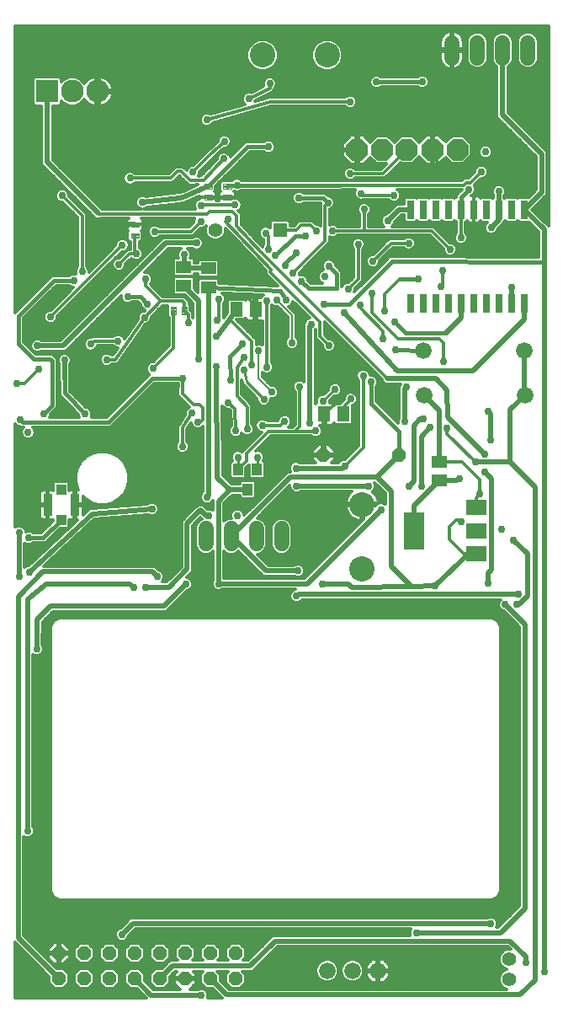
<source format=gbl>
G75*
%MOIN*%
%OFA0B0*%
%FSLAX25Y25*%
%IPPOS*%
%LPD*%
%AMOC8*
5,1,8,0,0,1.08239X$1,22.5*
%
%ADD10C,0.10000*%
%ADD11C,0.05600*%
%ADD12C,0.05937*%
%ADD13OC8,0.05600*%
%ADD14R,0.04882X0.05906*%
%ADD15C,0.00472*%
%ADD16C,0.06600*%
%ADD17R,0.07874X0.05906*%
%ADD18R,0.07874X0.14961*%
%ADD19R,0.02756X0.07579*%
%ADD20R,0.05543X0.05543*%
%ADD21C,0.05543*%
%ADD22R,0.03937X0.04724*%
%ADD23R,0.08976X0.08976*%
%ADD24C,0.08976*%
%ADD25R,0.06299X0.05118*%
%ADD26R,0.05906X0.04882*%
%ADD27R,0.03346X0.08661*%
%ADD28R,0.03937X0.04134*%
%ADD29OC8,0.08500*%
%ADD30C,0.02978*%
%ADD31C,0.02000*%
%ADD32C,0.01600*%
%ADD33C,0.01000*%
%ADD34C,0.01200*%
%ADD35C,0.00600*%
%ADD36C,0.00800*%
D10*
X0183027Y0246138D03*
X0183027Y0271728D03*
X0169208Y0449484D03*
X0143617Y0449484D03*
D11*
X0241216Y0091846D03*
X0241216Y0083972D03*
D12*
X0151176Y0256280D02*
X0151176Y0262217D01*
X0141176Y0262217D02*
X0141176Y0256280D01*
X0131176Y0256280D02*
X0131176Y0262217D01*
X0121176Y0262217D02*
X0121176Y0256280D01*
X0218617Y0448445D02*
X0218617Y0454382D01*
X0228617Y0454382D02*
X0228617Y0448445D01*
X0238617Y0448445D02*
X0238617Y0454382D01*
X0248617Y0454382D02*
X0248617Y0448445D01*
D13*
X0197712Y0291295D03*
X0167712Y0291295D03*
X0132869Y0094209D03*
X0132869Y0084209D03*
X0122869Y0084209D03*
X0122869Y0094209D03*
X0112869Y0094209D03*
X0112869Y0084209D03*
X0102869Y0084209D03*
X0102869Y0094209D03*
X0092869Y0094209D03*
X0092869Y0084209D03*
X0082869Y0084209D03*
X0082869Y0094209D03*
X0072869Y0094209D03*
X0072869Y0084209D03*
X0062869Y0084209D03*
X0062869Y0094209D03*
D14*
X0168027Y0307476D03*
X0175507Y0307476D03*
X0140783Y0348933D03*
X0133302Y0348933D03*
D15*
X0113578Y0346847D02*
X0111688Y0346847D01*
X0111688Y0349917D01*
X0113578Y0349917D01*
X0113578Y0346847D01*
X0113578Y0347318D02*
X0111688Y0347318D01*
X0111688Y0347789D02*
X0113578Y0347789D01*
X0113578Y0348260D02*
X0111688Y0348260D01*
X0111688Y0348731D02*
X0113578Y0348731D01*
X0113578Y0349202D02*
X0111688Y0349202D01*
X0111688Y0349673D02*
X0113578Y0349673D01*
X0109247Y0346847D02*
X0107357Y0346847D01*
X0107357Y0349917D01*
X0109247Y0349917D01*
X0109247Y0346847D01*
X0109247Y0347318D02*
X0107357Y0347318D01*
X0107357Y0347789D02*
X0109247Y0347789D01*
X0109247Y0348260D02*
X0107357Y0348260D01*
X0107357Y0348731D02*
X0109247Y0348731D01*
X0109247Y0349202D02*
X0107357Y0349202D01*
X0107357Y0349673D02*
X0109247Y0349673D01*
X0091492Y0377201D02*
X0091492Y0379091D01*
X0094562Y0379091D01*
X0094562Y0377201D01*
X0091492Y0377201D01*
X0091492Y0377672D02*
X0094562Y0377672D01*
X0094562Y0378143D02*
X0091492Y0378143D01*
X0091492Y0378614D02*
X0094562Y0378614D01*
X0094562Y0379085D02*
X0091492Y0379085D01*
X0091492Y0381531D02*
X0091492Y0383421D01*
X0094562Y0383421D01*
X0094562Y0381531D01*
X0091492Y0381531D01*
X0091492Y0382002D02*
X0094562Y0382002D01*
X0094562Y0382473D02*
X0091492Y0382473D01*
X0091492Y0382944D02*
X0094562Y0382944D01*
X0094562Y0383415D02*
X0091492Y0383415D01*
X0123538Y0392319D02*
X0123538Y0394209D01*
X0123538Y0392319D02*
X0120468Y0392319D01*
X0120468Y0394209D01*
X0123538Y0394209D01*
X0123538Y0392790D02*
X0120468Y0392790D01*
X0120468Y0393261D02*
X0123538Y0393261D01*
X0123538Y0393732D02*
X0120468Y0393732D01*
X0120468Y0394203D02*
X0123538Y0394203D01*
X0123538Y0396649D02*
X0123538Y0398539D01*
X0123538Y0396649D02*
X0120468Y0396649D01*
X0120468Y0398539D01*
X0123538Y0398539D01*
X0123538Y0397120D02*
X0120468Y0397120D01*
X0120468Y0397591D02*
X0123538Y0397591D01*
X0123538Y0398062D02*
X0120468Y0398062D01*
X0120468Y0398533D02*
X0123538Y0398533D01*
X0131097Y0398539D02*
X0131097Y0396649D01*
X0128027Y0396649D01*
X0128027Y0398539D01*
X0131097Y0398539D01*
X0131097Y0397120D02*
X0128027Y0397120D01*
X0128027Y0397591D02*
X0131097Y0397591D01*
X0131097Y0398062D02*
X0128027Y0398062D01*
X0128027Y0398533D02*
X0131097Y0398533D01*
X0131097Y0394209D02*
X0131097Y0392319D01*
X0128027Y0392319D01*
X0128027Y0394209D01*
X0131097Y0394209D01*
X0131097Y0392790D02*
X0128027Y0392790D01*
X0128027Y0393261D02*
X0131097Y0393261D01*
X0131097Y0393732D02*
X0128027Y0393732D01*
X0128027Y0394203D02*
X0131097Y0394203D01*
D16*
X0207161Y0332476D03*
X0207476Y0314917D03*
X0247161Y0332476D03*
X0247476Y0314917D03*
X0189247Y0087280D03*
X0179247Y0087280D03*
X0169247Y0087280D03*
D17*
X0228302Y0252358D03*
X0228302Y0261413D03*
X0228302Y0270469D03*
D18*
X0203499Y0261413D03*
D19*
X0202220Y0351327D03*
X0207220Y0351327D03*
X0212220Y0351327D03*
X0217220Y0351327D03*
X0222220Y0351327D03*
X0227220Y0351327D03*
X0232220Y0351327D03*
X0237220Y0351327D03*
X0242220Y0351327D03*
X0247220Y0351327D03*
X0247220Y0388429D03*
X0242220Y0388429D03*
X0237220Y0388429D03*
X0232220Y0388429D03*
X0227220Y0388429D03*
X0222220Y0388429D03*
X0217220Y0388429D03*
X0212220Y0388429D03*
X0207220Y0388429D03*
X0202220Y0388429D03*
D20*
X0150468Y0380232D03*
D21*
X0124877Y0380232D03*
D22*
X0133893Y0285508D03*
X0137633Y0277634D03*
X0141373Y0285508D03*
D23*
X0058263Y0435114D03*
D24*
X0068263Y0435114D03*
X0078263Y0435114D03*
D25*
X0213460Y0288657D03*
X0213460Y0281177D03*
D26*
X0122161Y0357634D03*
X0122161Y0365114D03*
X0112318Y0365705D03*
X0112318Y0358224D03*
D27*
X0069267Y0271610D03*
X0058440Y0271610D03*
D28*
X0063854Y0265606D03*
X0063854Y0277614D03*
D29*
X0181058Y0412004D03*
X0190901Y0412083D03*
X0200743Y0412083D03*
X0210980Y0412083D03*
X0220822Y0412083D03*
D30*
X0218066Y0402240D03*
X0225350Y0396335D03*
X0231058Y0396728D03*
X0230271Y0403421D03*
X0231924Y0411177D03*
X0237200Y0395508D03*
X0234129Y0381256D03*
X0222161Y0377201D03*
X0217869Y0372713D03*
X0215035Y0364366D03*
X0214365Y0357870D03*
X0205232Y0360941D03*
X0201531Y0375075D03*
X0193145Y0383933D03*
X0195625Y0393972D03*
X0182633Y0394760D03*
X0183814Y0388461D03*
X0181452Y0374681D03*
X0187358Y0367988D03*
X0186964Y0355390D03*
X0182239Y0350665D03*
X0177515Y0356965D03*
X0175861Y0347634D03*
X0167948Y0350941D03*
X0162909Y0343106D03*
X0155310Y0335665D03*
X0153932Y0331846D03*
X0150743Y0326453D03*
X0145271Y0326098D03*
X0142082Y0332555D03*
X0141846Y0338343D03*
X0135743Y0335311D03*
X0136373Y0330035D03*
X0139326Y0326925D03*
X0136216Y0324917D03*
X0130783Y0320941D03*
X0125310Y0326256D03*
X0118263Y0329406D03*
X0111925Y0321558D03*
X0115625Y0307831D03*
X0117909Y0304445D03*
X0111885Y0294602D03*
X0121610Y0274681D03*
X0122397Y0267358D03*
X0133617Y0267398D03*
X0133814Y0290429D03*
X0132948Y0300941D03*
X0129208Y0301374D03*
X0129956Y0312083D03*
X0137476Y0301531D03*
X0143421Y0303028D03*
X0144090Y0313382D03*
X0147397Y0316217D03*
X0152318Y0304602D03*
X0158224Y0318382D03*
X0167476Y0312673D03*
X0172358Y0317201D03*
X0178499Y0313461D03*
X0183421Y0322713D03*
X0186728Y0320154D03*
X0196137Y0332870D03*
X0191295Y0337280D03*
X0195980Y0344012D03*
X0191885Y0348303D03*
X0176728Y0329209D03*
X0169838Y0334720D03*
X0153051Y0352492D03*
X0149090Y0352713D03*
X0145310Y0352280D03*
X0142791Y0360035D03*
X0137239Y0353815D03*
X0126295Y0353028D03*
X0125507Y0344563D03*
X0125310Y0338382D03*
X0114129Y0343776D03*
X0100113Y0325547D03*
X0099720Y0332398D03*
X0096806Y0345744D03*
X0097987Y0351098D03*
X0097239Y0360862D03*
X0090192Y0353854D03*
X0086728Y0366689D03*
X0088066Y0374327D03*
X0087751Y0379799D03*
X0093657Y0370902D03*
X0100861Y0379681D03*
X0096019Y0391217D03*
X0093617Y0396689D03*
X0091098Y0400783D03*
X0088932Y0418382D03*
X0109562Y0382516D03*
X0113474Y0389561D03*
X0119169Y0390035D03*
X0119090Y0383579D03*
X0117436Y0375114D03*
X0112554Y0370547D03*
X0112948Y0397791D03*
X0116058Y0403224D03*
X0128145Y0408461D03*
X0128460Y0415390D03*
X0121491Y0423854D03*
X0133421Y0398106D03*
X0135980Y0393657D03*
X0132751Y0390232D03*
X0129803Y0384714D03*
X0129484Y0378461D03*
X0141176Y0379209D03*
X0144877Y0379091D03*
X0145861Y0372555D03*
X0148657Y0370311D03*
X0152751Y0366335D03*
X0155468Y0363264D03*
X0158932Y0360075D03*
X0156924Y0371413D03*
X0160507Y0378106D03*
X0164956Y0379839D03*
X0163972Y0384878D03*
X0169444Y0391098D03*
X0171413Y0379957D03*
X0169877Y0366098D03*
X0168184Y0361807D03*
X0158027Y0392949D03*
X0155822Y0406965D03*
X0145901Y0413224D03*
X0136806Y0402831D03*
X0138164Y0432137D03*
X0146452Y0438224D03*
X0178381Y0431020D03*
X0188736Y0438815D03*
X0206885Y0438894D03*
X0178302Y0402634D03*
X0215310Y0328224D03*
X0200625Y0318264D03*
X0199877Y0304563D03*
X0207239Y0305587D03*
X0210074Y0302161D03*
X0216728Y0302004D03*
X0227909Y0288461D03*
X0231452Y0291610D03*
X0234011Y0297122D03*
X0231649Y0284524D03*
X0229720Y0275783D03*
X0221531Y0282083D03*
X0222120Y0264980D03*
X0238342Y0261886D03*
X0243066Y0257752D03*
X0233027Y0240626D03*
X0239720Y0232161D03*
X0244247Y0232161D03*
X0244838Y0236295D03*
X0212085Y0239589D03*
X0190507Y0269760D03*
X0185586Y0279012D03*
X0176137Y0287083D03*
X0164602Y0300862D03*
X0162239Y0303933D03*
X0156846Y0286098D03*
X0157043Y0279012D03*
X0141688Y0290429D03*
X0157633Y0245547D03*
X0157043Y0235508D03*
X0167279Y0240232D03*
X0201531Y0278815D03*
X0206570Y0278933D03*
X0233027Y0308539D03*
X0242200Y0357634D03*
X0126137Y0240429D03*
X0113145Y0240232D03*
X0101924Y0243185D03*
X0097397Y0239051D03*
X0092476Y0238854D03*
X0099759Y0269957D03*
X0075743Y0271531D03*
X0062155Y0282016D03*
X0050743Y0300272D03*
X0047554Y0305272D03*
X0056964Y0307634D03*
X0054838Y0325350D03*
X0054405Y0334524D03*
X0059641Y0345980D03*
X0068775Y0360311D03*
X0072121Y0363894D03*
X0086334Y0336413D03*
X0081846Y0329012D03*
X0075547Y0335114D03*
X0065113Y0328815D03*
X0073381Y0307516D03*
X0091728Y0320744D03*
X0050940Y0258500D03*
X0047200Y0260705D03*
X0051137Y0244957D03*
X0047200Y0243185D03*
X0054133Y0214599D03*
X0050533Y0142586D03*
X0087948Y0101650D03*
X0119365Y0077752D03*
X0204484Y0102437D03*
X0234011Y0105980D03*
X0247987Y0090626D03*
X0255153Y0087043D03*
X0064247Y0393854D03*
X0046413Y0319760D03*
D31*
X0054405Y0334524D02*
X0064641Y0334524D01*
X0105232Y0375114D01*
X0117436Y0375114D01*
X0112554Y0370547D02*
X0112554Y0365941D01*
X0112318Y0365705D01*
X0112909Y0365114D01*
X0122161Y0365114D01*
X0122161Y0357634D02*
X0122161Y0275232D01*
X0121610Y0274681D01*
X0126137Y0273106D02*
X0126137Y0240429D01*
X0161176Y0240429D01*
X0190507Y0269760D01*
X0194444Y0277083D02*
X0194444Y0247122D01*
X0202515Y0239248D01*
X0202318Y0239248D01*
X0202515Y0239248D02*
X0178893Y0239051D01*
X0177712Y0240232D01*
X0167279Y0240232D01*
X0157830Y0236295D02*
X0157043Y0235508D01*
X0157830Y0236295D02*
X0244838Y0236295D01*
X0248578Y0235508D02*
X0245232Y0232161D01*
X0244247Y0232161D01*
X0239720Y0232161D02*
X0247594Y0224287D01*
X0247594Y0112083D01*
X0237948Y0102437D01*
X0204484Y0102437D01*
X0234011Y0105980D02*
X0092279Y0105980D01*
X0087948Y0101650D01*
X0092869Y0084209D02*
X0099326Y0077752D01*
X0119365Y0077752D01*
X0122869Y0084209D02*
X0129247Y0077831D01*
X0245625Y0077831D01*
X0251531Y0083736D01*
X0251531Y0278618D01*
X0241688Y0288461D01*
X0241688Y0309130D01*
X0247476Y0314917D01*
X0247161Y0315232D01*
X0247161Y0332476D01*
X0247220Y0344937D02*
X0226885Y0324602D01*
X0197043Y0324602D01*
X0175861Y0347634D01*
X0162909Y0343106D02*
X0162239Y0342437D01*
X0162239Y0303933D01*
X0168027Y0307476D02*
X0168027Y0291610D01*
X0167712Y0291295D01*
X0175153Y0286098D02*
X0156846Y0286098D01*
X0154484Y0282555D02*
X0188972Y0282555D01*
X0194444Y0277083D01*
X0188972Y0282555D02*
X0197712Y0291295D01*
X0203499Y0280783D02*
X0203499Y0303028D01*
X0206058Y0305587D01*
X0207239Y0305587D01*
X0210074Y0302161D02*
X0206570Y0298657D01*
X0206570Y0278933D01*
X0203499Y0280783D02*
X0201531Y0278815D01*
X0203499Y0271217D02*
X0203499Y0261413D01*
X0203499Y0271217D02*
X0213460Y0281177D01*
X0220625Y0281177D01*
X0213460Y0288657D02*
X0213460Y0308933D01*
X0207476Y0314917D01*
X0200625Y0318264D02*
X0199877Y0317516D01*
X0199877Y0304563D01*
X0193066Y0321531D02*
X0212161Y0321531D01*
X0216688Y0317004D01*
X0216754Y0306385D01*
X0231452Y0291610D01*
X0234011Y0297122D02*
X0234011Y0307555D01*
X0233027Y0308539D01*
X0227909Y0288461D02*
X0241688Y0288461D01*
X0234208Y0281965D02*
X0234208Y0245941D01*
X0233027Y0244760D01*
X0233027Y0240626D01*
X0228814Y0252358D02*
X0228302Y0252358D01*
X0225271Y0252358D01*
X0212085Y0239589D01*
X0202515Y0239248D01*
X0185586Y0279012D02*
X0157043Y0279012D01*
X0154484Y0282555D02*
X0131176Y0259248D01*
X0144877Y0245547D01*
X0157633Y0245547D01*
X0137633Y0277634D02*
X0130665Y0277634D01*
X0126137Y0273106D01*
X0122397Y0267358D02*
X0121255Y0267358D01*
X0119050Y0269563D01*
X0113736Y0264248D01*
X0113736Y0246138D01*
X0106649Y0239051D01*
X0097397Y0239051D01*
X0101924Y0243185D02*
X0099956Y0245154D01*
X0056649Y0245154D01*
X0046806Y0235311D01*
X0046806Y0100272D01*
X0062869Y0084209D01*
X0050533Y0142586D02*
X0050533Y0234121D01*
X0057830Y0240429D01*
X0090901Y0240429D01*
X0092476Y0238854D01*
X0104484Y0231571D02*
X0113145Y0240232D01*
X0104484Y0231571D02*
X0059602Y0231571D01*
X0054287Y0226256D01*
X0054133Y0214599D01*
X0047200Y0243185D02*
X0047200Y0260705D01*
X0051137Y0244957D02*
X0076092Y0268004D01*
X0099759Y0269957D01*
X0075743Y0271531D02*
X0075665Y0271610D01*
X0069267Y0271610D01*
X0065113Y0321335D02*
X0065113Y0328815D01*
X0087751Y0379799D02*
X0090428Y0382476D01*
X0093027Y0382476D01*
X0096019Y0391217D02*
X0111054Y0392964D01*
X0112948Y0393657D01*
X0122003Y0397594D01*
X0112318Y0358224D02*
X0118263Y0352280D01*
X0118263Y0329406D01*
X0125310Y0326256D02*
X0125743Y0282358D01*
X0130468Y0277634D01*
X0130665Y0277634D01*
X0125665Y0338382D02*
X0125310Y0338382D01*
X0125665Y0338382D02*
X0130485Y0345041D01*
X0133302Y0348933D01*
X0176137Y0287083D02*
X0175153Y0286098D01*
X0216098Y0339642D02*
X0222220Y0345764D01*
X0222220Y0351327D01*
X0234129Y0381256D02*
X0237220Y0384346D01*
X0237220Y0388429D01*
X0237200Y0388449D01*
X0237200Y0395508D01*
X0247220Y0388429D02*
X0254129Y0395339D01*
X0254129Y0410350D01*
X0238617Y0425862D01*
X0238617Y0451413D01*
X0247220Y0388429D02*
X0255153Y0380496D01*
X0255153Y0367516D01*
X0255153Y0087043D01*
X0247987Y0090626D02*
X0247987Y0092791D01*
X0241688Y0099091D01*
X0148578Y0099091D01*
X0138736Y0089248D01*
X0107909Y0089248D01*
X0102869Y0084209D01*
X0234208Y0281965D02*
X0231649Y0284524D01*
X0243066Y0257752D02*
X0248578Y0252240D01*
X0248578Y0235508D01*
X0247220Y0344937D02*
X0247220Y0351327D01*
X0242220Y0351327D02*
X0242200Y0351346D01*
X0242200Y0357634D01*
X0202220Y0388429D02*
X0197641Y0388429D01*
X0193145Y0383933D01*
X0088932Y0418382D02*
X0087751Y0417201D01*
X0058263Y0407122D02*
X0078499Y0386886D01*
X0058263Y0407122D02*
X0058263Y0435114D01*
D32*
X0061019Y0360311D02*
X0047043Y0346335D01*
X0047043Y0335154D01*
X0052791Y0329406D01*
X0059405Y0329406D01*
X0060153Y0328657D01*
X0060153Y0310823D01*
X0056964Y0307634D01*
X0048499Y0304327D02*
X0047554Y0305272D01*
X0048499Y0304327D02*
X0082594Y0304327D01*
X0099838Y0321571D01*
X0111925Y0321558D01*
X0130783Y0320941D02*
X0130586Y0330154D01*
X0135743Y0335311D01*
X0150704Y0356217D02*
X0122161Y0357634D01*
X0141806Y0387831D02*
X0161019Y0387831D01*
X0163972Y0384878D01*
X0160507Y0378106D02*
X0156452Y0378106D01*
X0148657Y0370311D01*
X0152751Y0367240D02*
X0152751Y0366335D01*
X0152751Y0367240D02*
X0156924Y0371413D01*
X0158932Y0360075D02*
X0161767Y0357240D01*
X0173066Y0357240D01*
X0173066Y0362909D01*
X0169877Y0366098D01*
X0167948Y0350941D02*
X0177791Y0350941D01*
X0194759Y0367909D01*
X0255153Y0367516D01*
X0225350Y0396335D02*
X0222220Y0393205D01*
X0222220Y0389406D01*
X0222220Y0388429D01*
X0205232Y0360941D02*
X0197987Y0360941D01*
X0195980Y0344012D02*
X0200350Y0339642D01*
X0216098Y0339642D01*
X0207161Y0332476D02*
X0196137Y0332870D01*
X0186728Y0320154D02*
X0186728Y0311728D01*
X0197712Y0300744D01*
X0197712Y0291295D01*
X0153051Y0352492D02*
X0150704Y0356217D01*
X0141806Y0387831D02*
X0135980Y0393657D01*
X0135586Y0393264D01*
X0129562Y0393264D01*
X0122003Y0393264D01*
X0122003Y0397594D02*
X0137633Y0413224D01*
X0145901Y0413224D01*
X0140940Y0406965D02*
X0155822Y0406965D01*
X0158027Y0392949D02*
X0167594Y0392949D01*
X0169444Y0391098D01*
X0174129Y0398106D02*
X0133421Y0398106D01*
X0130074Y0398106D01*
X0129562Y0397594D01*
X0136806Y0402831D02*
X0140940Y0406965D01*
X0095232Y0353854D02*
X0097987Y0351098D01*
X0095232Y0353854D02*
X0090192Y0353854D01*
X0068775Y0360311D02*
X0061019Y0360311D01*
X0065113Y0321335D02*
X0065113Y0315783D01*
X0073381Y0307516D01*
X0063854Y0265606D02*
X0056747Y0258500D01*
X0050940Y0258500D01*
X0188736Y0438815D02*
X0206806Y0438815D01*
X0206885Y0438894D01*
D33*
X0153932Y0331846D02*
X0152712Y0326453D01*
X0150743Y0326453D01*
X0144090Y0313382D02*
X0137200Y0320272D01*
X0136216Y0324917D01*
X0133814Y0290429D02*
X0133893Y0290350D01*
X0133893Y0285508D01*
X0141373Y0285508D02*
X0141688Y0285823D01*
X0141688Y0290429D01*
X0168027Y0307476D02*
X0176728Y0316177D01*
X0176728Y0329209D01*
X0172358Y0317201D02*
X0167476Y0312870D01*
X0167476Y0312673D01*
X0175507Y0310469D02*
X0175507Y0307476D01*
X0175507Y0310469D02*
X0178499Y0313461D01*
D34*
X0045501Y0098466D02*
X0045501Y0076525D01*
X0097442Y0076525D01*
X0097126Y0076841D01*
X0093758Y0080209D01*
X0091213Y0080209D01*
X0088869Y0082552D01*
X0088869Y0085866D01*
X0091213Y0088209D01*
X0094526Y0088209D01*
X0096869Y0085866D01*
X0096869Y0083320D01*
X0100237Y0079952D01*
X0110904Y0079952D01*
X0108469Y0082386D01*
X0108469Y0083909D01*
X0112569Y0083909D01*
X0112569Y0084509D01*
X0108469Y0084509D01*
X0108469Y0086031D01*
X0109486Y0087048D01*
X0108820Y0087048D01*
X0106869Y0085097D01*
X0106869Y0082552D01*
X0104526Y0080209D01*
X0101213Y0080209D01*
X0098869Y0082552D01*
X0098869Y0085866D01*
X0101213Y0088209D01*
X0103758Y0088209D01*
X0105709Y0090159D01*
X0106997Y0091448D01*
X0109973Y0091448D01*
X0108869Y0092552D01*
X0108869Y0095866D01*
X0111213Y0098209D01*
X0114526Y0098209D01*
X0116869Y0095866D01*
X0116869Y0092552D01*
X0115766Y0091448D01*
X0119973Y0091448D01*
X0118869Y0092552D01*
X0118869Y0095866D01*
X0121213Y0098209D01*
X0124526Y0098209D01*
X0126869Y0095866D01*
X0126869Y0092552D01*
X0125766Y0091448D01*
X0129973Y0091448D01*
X0128869Y0092552D01*
X0128869Y0095866D01*
X0131213Y0098209D01*
X0134526Y0098209D01*
X0136869Y0095866D01*
X0136869Y0092552D01*
X0135766Y0091448D01*
X0137824Y0091448D01*
X0147667Y0101291D01*
X0202048Y0101291D01*
X0201795Y0101902D01*
X0201795Y0102972D01*
X0202129Y0103780D01*
X0093190Y0103780D01*
X0090637Y0101227D01*
X0090637Y0101115D01*
X0090228Y0100126D01*
X0089471Y0099370D01*
X0088483Y0098961D01*
X0087413Y0098961D01*
X0086425Y0099370D01*
X0085669Y0100126D01*
X0085259Y0101115D01*
X0085259Y0102184D01*
X0085669Y0103173D01*
X0086425Y0103929D01*
X0087413Y0104339D01*
X0087526Y0104339D01*
X0090079Y0106892D01*
X0091368Y0108180D01*
X0232408Y0108180D01*
X0232488Y0108260D01*
X0233476Y0108669D01*
X0234546Y0108669D01*
X0235534Y0108260D01*
X0236291Y0107503D01*
X0236700Y0106515D01*
X0236700Y0105445D01*
X0236365Y0104637D01*
X0237037Y0104637D01*
X0245394Y0112994D01*
X0245394Y0223376D01*
X0239297Y0229472D01*
X0239185Y0229472D01*
X0238197Y0229882D01*
X0237440Y0230638D01*
X0237031Y0231627D01*
X0237031Y0232696D01*
X0237440Y0233685D01*
X0237851Y0234095D01*
X0159368Y0234095D01*
X0159322Y0233985D01*
X0158566Y0233228D01*
X0157577Y0232819D01*
X0156508Y0232819D01*
X0155519Y0233228D01*
X0154763Y0233985D01*
X0154354Y0234973D01*
X0154354Y0236043D01*
X0154763Y0237031D01*
X0155519Y0237787D01*
X0156508Y0238197D01*
X0156620Y0238197D01*
X0156653Y0238229D01*
X0127740Y0238229D01*
X0127660Y0238150D01*
X0126672Y0237740D01*
X0125602Y0237740D01*
X0124614Y0238150D01*
X0123857Y0238906D01*
X0123448Y0239894D01*
X0123448Y0240964D01*
X0123857Y0241952D01*
X0123937Y0242032D01*
X0123937Y0253145D01*
X0123538Y0252746D01*
X0122006Y0252111D01*
X0120347Y0252111D01*
X0118815Y0252746D01*
X0117643Y0253918D01*
X0117008Y0255450D01*
X0117008Y0263046D01*
X0117643Y0264578D01*
X0118815Y0265750D01*
X0119477Y0266025D01*
X0119055Y0266447D01*
X0119050Y0266452D01*
X0115935Y0263337D01*
X0115935Y0245227D01*
X0114647Y0243938D01*
X0113630Y0242921D01*
X0113680Y0242921D01*
X0114668Y0242512D01*
X0115425Y0241755D01*
X0115834Y0240767D01*
X0115834Y0239697D01*
X0115425Y0238709D01*
X0114668Y0237953D01*
X0113680Y0237543D01*
X0113567Y0237543D01*
X0105395Y0229371D01*
X0060513Y0229371D01*
X0056475Y0225333D01*
X0056354Y0216181D01*
X0056413Y0216122D01*
X0056822Y0215134D01*
X0056822Y0214064D01*
X0056413Y0213076D01*
X0055657Y0212319D01*
X0054668Y0211910D01*
X0053598Y0211910D01*
X0052733Y0212268D01*
X0052733Y0144189D01*
X0052813Y0144109D01*
X0053222Y0143121D01*
X0053222Y0142051D01*
X0052813Y0141063D01*
X0052056Y0140306D01*
X0051068Y0139897D01*
X0049998Y0139897D01*
X0049010Y0140306D01*
X0049006Y0140310D01*
X0049006Y0101183D01*
X0061981Y0088209D01*
X0064526Y0088209D01*
X0066869Y0085866D01*
X0066869Y0082552D01*
X0064526Y0080209D01*
X0061213Y0080209D01*
X0058869Y0082552D01*
X0058869Y0085097D01*
X0045501Y0098466D01*
X0045501Y0098292D02*
X0045674Y0098292D01*
X0045501Y0097094D02*
X0046873Y0097094D01*
X0048071Y0095895D02*
X0045501Y0095895D01*
X0045501Y0094697D02*
X0049270Y0094697D01*
X0050468Y0093498D02*
X0045501Y0093498D01*
X0045501Y0092300D02*
X0051667Y0092300D01*
X0052865Y0091101D02*
X0045501Y0091101D01*
X0045501Y0089903D02*
X0054064Y0089903D01*
X0055262Y0088704D02*
X0045501Y0088704D01*
X0045501Y0087506D02*
X0056461Y0087506D01*
X0057659Y0086307D02*
X0045501Y0086307D01*
X0045501Y0085109D02*
X0058858Y0085109D01*
X0058869Y0083910D02*
X0045501Y0083910D01*
X0045501Y0082712D02*
X0058869Y0082712D01*
X0059908Y0081513D02*
X0045501Y0081513D01*
X0045501Y0080315D02*
X0061106Y0080315D01*
X0064632Y0080315D02*
X0071106Y0080315D01*
X0071213Y0080209D02*
X0074526Y0080209D01*
X0076869Y0082552D01*
X0076869Y0085866D01*
X0074526Y0088209D01*
X0071213Y0088209D01*
X0068869Y0085866D01*
X0068869Y0082552D01*
X0071213Y0080209D01*
X0069908Y0081513D02*
X0065831Y0081513D01*
X0066869Y0082712D02*
X0068869Y0082712D01*
X0068869Y0083910D02*
X0066869Y0083910D01*
X0066869Y0085109D02*
X0068869Y0085109D01*
X0069311Y0086307D02*
X0066428Y0086307D01*
X0065229Y0087506D02*
X0070510Y0087506D01*
X0071213Y0090209D02*
X0068869Y0092552D01*
X0068869Y0095866D01*
X0071213Y0098209D01*
X0074526Y0098209D01*
X0076869Y0095866D01*
X0076869Y0092552D01*
X0074526Y0090209D01*
X0071213Y0090209D01*
X0070320Y0091101D02*
X0065985Y0091101D01*
X0067183Y0092300D02*
X0069121Y0092300D01*
X0068869Y0093498D02*
X0067269Y0093498D01*
X0067269Y0093909D02*
X0063169Y0093909D01*
X0063169Y0094509D01*
X0062569Y0094509D01*
X0062569Y0098609D01*
X0061047Y0098609D01*
X0058469Y0096031D01*
X0058469Y0094509D01*
X0062569Y0094509D01*
X0062569Y0093909D01*
X0058469Y0093909D01*
X0058469Y0092386D01*
X0061047Y0089809D01*
X0062569Y0089809D01*
X0062569Y0093909D01*
X0063169Y0093909D01*
X0063169Y0089809D01*
X0064692Y0089809D01*
X0067269Y0092386D01*
X0067269Y0093909D01*
X0067269Y0094509D02*
X0067269Y0096031D01*
X0064692Y0098609D01*
X0063169Y0098609D01*
X0063169Y0094509D01*
X0067269Y0094509D01*
X0067269Y0094697D02*
X0068869Y0094697D01*
X0068899Y0095895D02*
X0067269Y0095895D01*
X0066207Y0097094D02*
X0070098Y0097094D01*
X0065008Y0098292D02*
X0144669Y0098292D01*
X0143470Y0097094D02*
X0135641Y0097094D01*
X0136839Y0095895D02*
X0142272Y0095895D01*
X0141073Y0094697D02*
X0136869Y0094697D01*
X0136869Y0093498D02*
X0139875Y0093498D01*
X0138676Y0092300D02*
X0136617Y0092300D01*
X0135687Y0087048D02*
X0139647Y0087048D01*
X0149489Y0096891D01*
X0240777Y0096891D01*
X0241821Y0095846D01*
X0240420Y0095846D01*
X0238950Y0095237D01*
X0237825Y0094112D01*
X0237216Y0092642D01*
X0237216Y0091051D01*
X0237825Y0089581D01*
X0238950Y0088455D01*
X0240268Y0087909D01*
X0238950Y0087363D01*
X0237825Y0086238D01*
X0237216Y0084768D01*
X0237216Y0083177D01*
X0237825Y0081707D01*
X0238950Y0080581D01*
X0240280Y0080031D01*
X0130159Y0080031D01*
X0126869Y0083320D01*
X0126869Y0085866D01*
X0125687Y0087048D01*
X0130052Y0087048D01*
X0128869Y0085866D01*
X0128869Y0082552D01*
X0131213Y0080209D01*
X0134526Y0080209D01*
X0136869Y0082552D01*
X0136869Y0085866D01*
X0135687Y0087048D01*
X0136428Y0086307D02*
X0164779Y0086307D01*
X0164747Y0086384D02*
X0165432Y0084730D01*
X0166698Y0083465D01*
X0168352Y0082780D01*
X0170142Y0082780D01*
X0171796Y0083465D01*
X0173062Y0084730D01*
X0173747Y0086384D01*
X0173747Y0088175D01*
X0173062Y0089829D01*
X0171796Y0091094D01*
X0170142Y0091780D01*
X0168352Y0091780D01*
X0166698Y0091094D01*
X0165432Y0089829D01*
X0164747Y0088175D01*
X0164747Y0086384D01*
X0164747Y0087506D02*
X0140105Y0087506D01*
X0141303Y0088704D02*
X0164967Y0088704D01*
X0165507Y0089903D02*
X0142502Y0089903D01*
X0143700Y0091101D02*
X0166715Y0091101D01*
X0171780Y0091101D02*
X0176715Y0091101D01*
X0176698Y0091094D02*
X0175432Y0089829D01*
X0174747Y0088175D01*
X0174747Y0086384D01*
X0175432Y0084730D01*
X0176698Y0083465D01*
X0178352Y0082780D01*
X0180142Y0082780D01*
X0181796Y0083465D01*
X0183062Y0084730D01*
X0183747Y0086384D01*
X0183747Y0088175D01*
X0183062Y0089829D01*
X0181796Y0091094D01*
X0180142Y0091780D01*
X0178352Y0091780D01*
X0176698Y0091094D01*
X0175507Y0089903D02*
X0172988Y0089903D01*
X0173528Y0088704D02*
X0174967Y0088704D01*
X0174747Y0087506D02*
X0173747Y0087506D01*
X0173715Y0086307D02*
X0174779Y0086307D01*
X0175276Y0085109D02*
X0173219Y0085109D01*
X0172242Y0083910D02*
X0176253Y0083910D01*
X0182242Y0083910D02*
X0185687Y0083910D01*
X0185510Y0084087D02*
X0186055Y0083542D01*
X0186679Y0083089D01*
X0187366Y0082739D01*
X0188100Y0082500D01*
X0188862Y0082380D01*
X0188961Y0082380D01*
X0188961Y0086994D01*
X0184347Y0086994D01*
X0184347Y0086894D01*
X0184468Y0086132D01*
X0184706Y0085399D01*
X0185056Y0084711D01*
X0185510Y0084087D01*
X0184854Y0085109D02*
X0183219Y0085109D01*
X0183715Y0086307D02*
X0184440Y0086307D01*
X0184347Y0087565D02*
X0188961Y0087565D01*
X0188961Y0086994D01*
X0189533Y0086994D01*
X0189533Y0087565D01*
X0194147Y0087565D01*
X0194147Y0087665D01*
X0194027Y0088427D01*
X0193788Y0089160D01*
X0193438Y0089848D01*
X0192985Y0090472D01*
X0192439Y0091017D01*
X0191815Y0091470D01*
X0191128Y0091821D01*
X0190395Y0092059D01*
X0189633Y0092180D01*
X0189533Y0092180D01*
X0189533Y0087565D01*
X0188961Y0087565D01*
X0188961Y0092180D01*
X0188862Y0092180D01*
X0188100Y0092059D01*
X0187366Y0091821D01*
X0186679Y0091470D01*
X0186055Y0091017D01*
X0185510Y0090472D01*
X0185056Y0089848D01*
X0184706Y0089160D01*
X0184468Y0088427D01*
X0184347Y0087665D01*
X0184347Y0087565D01*
X0183747Y0087506D02*
X0188961Y0087506D01*
X0189533Y0087506D02*
X0239294Y0087506D01*
X0238701Y0088704D02*
X0193937Y0088704D01*
X0193398Y0089903D02*
X0237691Y0089903D01*
X0237216Y0091101D02*
X0192323Y0091101D01*
X0189533Y0091101D02*
X0188961Y0091101D01*
X0188961Y0089903D02*
X0189533Y0089903D01*
X0189533Y0088704D02*
X0188961Y0088704D01*
X0189533Y0086994D02*
X0194147Y0086994D01*
X0194147Y0086894D01*
X0194027Y0086132D01*
X0193788Y0085399D01*
X0193438Y0084711D01*
X0192985Y0084087D01*
X0192439Y0083542D01*
X0191815Y0083089D01*
X0191128Y0082739D01*
X0190395Y0082500D01*
X0189633Y0082380D01*
X0189533Y0082380D01*
X0189533Y0086994D01*
X0189533Y0086307D02*
X0188961Y0086307D01*
X0188961Y0085109D02*
X0189533Y0085109D01*
X0189533Y0083910D02*
X0188961Y0083910D01*
X0188961Y0082712D02*
X0189533Y0082712D01*
X0191046Y0082712D02*
X0237408Y0082712D01*
X0237216Y0083910D02*
X0192808Y0083910D01*
X0193641Y0085109D02*
X0237357Y0085109D01*
X0237894Y0086307D02*
X0194054Y0086307D01*
X0187449Y0082712D02*
X0136869Y0082712D01*
X0136869Y0083910D02*
X0166253Y0083910D01*
X0165276Y0085109D02*
X0136869Y0085109D01*
X0135831Y0081513D02*
X0238018Y0081513D01*
X0239594Y0080315D02*
X0134632Y0080315D01*
X0131106Y0080315D02*
X0129875Y0080315D01*
X0129908Y0081513D02*
X0128676Y0081513D01*
X0128869Y0082712D02*
X0127477Y0082712D01*
X0126869Y0083910D02*
X0128869Y0083910D01*
X0128869Y0085109D02*
X0126869Y0085109D01*
X0126428Y0086307D02*
X0129311Y0086307D01*
X0129121Y0092300D02*
X0126617Y0092300D01*
X0126869Y0093498D02*
X0128869Y0093498D01*
X0128869Y0094697D02*
X0126869Y0094697D01*
X0126839Y0095895D02*
X0128899Y0095895D01*
X0130098Y0097094D02*
X0125641Y0097094D01*
X0120098Y0097094D02*
X0115641Y0097094D01*
X0116839Y0095895D02*
X0118899Y0095895D01*
X0118869Y0094697D02*
X0116869Y0094697D01*
X0116869Y0093498D02*
X0118869Y0093498D01*
X0119121Y0092300D02*
X0116617Y0092300D01*
X0116252Y0087048D02*
X0120052Y0087048D01*
X0118869Y0085866D01*
X0118869Y0082552D01*
X0121213Y0080209D01*
X0123758Y0080209D01*
X0127442Y0076525D01*
X0121768Y0076525D01*
X0122054Y0077217D01*
X0122054Y0078287D01*
X0121645Y0079275D01*
X0120889Y0080032D01*
X0119900Y0080441D01*
X0118831Y0080441D01*
X0117842Y0080032D01*
X0117763Y0079952D01*
X0114835Y0079952D01*
X0117269Y0082386D01*
X0117269Y0083909D01*
X0113169Y0083909D01*
X0113169Y0084509D01*
X0117269Y0084509D01*
X0117269Y0086031D01*
X0116252Y0087048D01*
X0116993Y0086307D02*
X0119311Y0086307D01*
X0118869Y0085109D02*
X0117269Y0085109D01*
X0118869Y0083910D02*
X0113169Y0083910D01*
X0112569Y0083910D02*
X0106869Y0083910D01*
X0106869Y0082712D02*
X0108469Y0082712D01*
X0109342Y0081513D02*
X0105831Y0081513D01*
X0104632Y0080315D02*
X0110541Y0080315D01*
X0115198Y0080315D02*
X0118526Y0080315D01*
X0120205Y0080315D02*
X0121106Y0080315D01*
X0121711Y0079116D02*
X0124850Y0079116D01*
X0126049Y0077918D02*
X0122054Y0077918D01*
X0121848Y0076719D02*
X0127248Y0076719D01*
X0119908Y0081513D02*
X0116397Y0081513D01*
X0117269Y0082712D02*
X0118869Y0082712D01*
X0108469Y0085109D02*
X0106881Y0085109D01*
X0108079Y0086307D02*
X0108746Y0086307D01*
X0105452Y0089903D02*
X0064786Y0089903D01*
X0063169Y0089903D02*
X0062569Y0089903D01*
X0062569Y0091101D02*
X0063169Y0091101D01*
X0063169Y0092300D02*
X0062569Y0092300D01*
X0062569Y0093498D02*
X0063169Y0093498D01*
X0063169Y0094697D02*
X0062569Y0094697D01*
X0062569Y0095895D02*
X0063169Y0095895D01*
X0063169Y0097094D02*
X0062569Y0097094D01*
X0062569Y0098292D02*
X0063169Y0098292D01*
X0060731Y0098292D02*
X0051897Y0098292D01*
X0053095Y0097094D02*
X0059532Y0097094D01*
X0058469Y0095895D02*
X0054294Y0095895D01*
X0055492Y0094697D02*
X0058469Y0094697D01*
X0058469Y0093498D02*
X0056691Y0093498D01*
X0057889Y0092300D02*
X0058556Y0092300D01*
X0059088Y0091101D02*
X0059754Y0091101D01*
X0060286Y0089903D02*
X0060953Y0089903D01*
X0061485Y0088704D02*
X0104254Y0088704D01*
X0104526Y0090209D02*
X0101213Y0090209D01*
X0098869Y0092552D01*
X0098869Y0095866D01*
X0101213Y0098209D01*
X0104526Y0098209D01*
X0106869Y0095866D01*
X0106869Y0092552D01*
X0104526Y0090209D01*
X0105419Y0091101D02*
X0106651Y0091101D01*
X0106617Y0092300D02*
X0109121Y0092300D01*
X0108869Y0093498D02*
X0106869Y0093498D01*
X0106869Y0094697D02*
X0108869Y0094697D01*
X0108899Y0095895D02*
X0106839Y0095895D01*
X0105641Y0097094D02*
X0110098Y0097094D01*
X0100098Y0097094D02*
X0095641Y0097094D01*
X0094526Y0098209D02*
X0096869Y0095866D01*
X0096869Y0092552D01*
X0094526Y0090209D01*
X0091213Y0090209D01*
X0088869Y0092552D01*
X0088869Y0095866D01*
X0091213Y0098209D01*
X0094526Y0098209D01*
X0096839Y0095895D02*
X0098899Y0095895D01*
X0098869Y0094697D02*
X0096869Y0094697D01*
X0096869Y0093498D02*
X0098869Y0093498D01*
X0099121Y0092300D02*
X0096617Y0092300D01*
X0095419Y0091101D02*
X0100320Y0091101D01*
X0100510Y0087506D02*
X0095229Y0087506D01*
X0096428Y0086307D02*
X0099311Y0086307D01*
X0098869Y0085109D02*
X0096869Y0085109D01*
X0096869Y0083910D02*
X0098869Y0083910D01*
X0098869Y0082712D02*
X0097477Y0082712D01*
X0098676Y0081513D02*
X0099908Y0081513D01*
X0099875Y0080315D02*
X0101106Y0080315D01*
X0097248Y0076719D02*
X0045501Y0076719D01*
X0045501Y0077918D02*
X0096049Y0077918D01*
X0094850Y0079116D02*
X0045501Y0079116D01*
X0050698Y0099491D02*
X0086304Y0099491D01*
X0085435Y0100689D02*
X0049500Y0100689D01*
X0049006Y0101888D02*
X0085259Y0101888D01*
X0085633Y0103086D02*
X0049006Y0103086D01*
X0049006Y0104285D02*
X0087284Y0104285D01*
X0088671Y0105484D02*
X0049006Y0105484D01*
X0049006Y0106682D02*
X0089869Y0106682D01*
X0091068Y0107881D02*
X0049006Y0107881D01*
X0049006Y0109079D02*
X0241479Y0109079D01*
X0242677Y0110278D02*
X0049006Y0110278D01*
X0049006Y0111476D02*
X0243876Y0111476D01*
X0245074Y0112675D02*
X0049006Y0112675D01*
X0049006Y0113873D02*
X0245394Y0113873D01*
X0245394Y0115072D02*
X0049006Y0115072D01*
X0049006Y0116270D02*
X0061271Y0116270D01*
X0061445Y0116096D02*
X0063135Y0115396D01*
X0064965Y0115396D01*
X0234257Y0115396D01*
X0235947Y0116096D01*
X0237241Y0117390D01*
X0237942Y0119081D01*
X0237942Y0223273D01*
X0237241Y0224964D01*
X0235947Y0226258D01*
X0234257Y0226958D01*
X0063135Y0226958D01*
X0061445Y0226258D01*
X0060151Y0224964D01*
X0059450Y0223273D01*
X0059450Y0119081D01*
X0060151Y0117390D01*
X0061445Y0116096D01*
X0060118Y0117469D02*
X0049006Y0117469D01*
X0049006Y0118667D02*
X0059622Y0118667D01*
X0059450Y0119866D02*
X0049006Y0119866D01*
X0049006Y0121064D02*
X0059450Y0121064D01*
X0059450Y0122263D02*
X0049006Y0122263D01*
X0049006Y0123461D02*
X0059450Y0123461D01*
X0059450Y0124660D02*
X0049006Y0124660D01*
X0049006Y0125858D02*
X0059450Y0125858D01*
X0059450Y0127057D02*
X0049006Y0127057D01*
X0049006Y0128255D02*
X0059450Y0128255D01*
X0059450Y0129454D02*
X0049006Y0129454D01*
X0049006Y0130652D02*
X0059450Y0130652D01*
X0059450Y0131851D02*
X0049006Y0131851D01*
X0049006Y0133049D02*
X0059450Y0133049D01*
X0059450Y0134248D02*
X0049006Y0134248D01*
X0049006Y0135446D02*
X0059450Y0135446D01*
X0059450Y0136645D02*
X0049006Y0136645D01*
X0049006Y0137843D02*
X0059450Y0137843D01*
X0059450Y0139042D02*
X0049006Y0139042D01*
X0049006Y0140240D02*
X0049170Y0140240D01*
X0051897Y0140240D02*
X0059450Y0140240D01*
X0059450Y0141439D02*
X0052969Y0141439D01*
X0053222Y0142637D02*
X0059450Y0142637D01*
X0059450Y0143836D02*
X0052926Y0143836D01*
X0052733Y0145034D02*
X0059450Y0145034D01*
X0059450Y0146233D02*
X0052733Y0146233D01*
X0052733Y0147431D02*
X0059450Y0147431D01*
X0059450Y0148630D02*
X0052733Y0148630D01*
X0052733Y0149828D02*
X0059450Y0149828D01*
X0059450Y0151027D02*
X0052733Y0151027D01*
X0052733Y0152225D02*
X0059450Y0152225D01*
X0059450Y0153424D02*
X0052733Y0153424D01*
X0052733Y0154622D02*
X0059450Y0154622D01*
X0059450Y0155821D02*
X0052733Y0155821D01*
X0052733Y0157020D02*
X0059450Y0157020D01*
X0059450Y0158218D02*
X0052733Y0158218D01*
X0052733Y0159417D02*
X0059450Y0159417D01*
X0059450Y0160615D02*
X0052733Y0160615D01*
X0052733Y0161814D02*
X0059450Y0161814D01*
X0059450Y0163012D02*
X0052733Y0163012D01*
X0052733Y0164211D02*
X0059450Y0164211D01*
X0059450Y0165409D02*
X0052733Y0165409D01*
X0052733Y0166608D02*
X0059450Y0166608D01*
X0059450Y0167806D02*
X0052733Y0167806D01*
X0052733Y0169005D02*
X0059450Y0169005D01*
X0059450Y0170203D02*
X0052733Y0170203D01*
X0052733Y0171402D02*
X0059450Y0171402D01*
X0059450Y0172600D02*
X0052733Y0172600D01*
X0052733Y0173799D02*
X0059450Y0173799D01*
X0059450Y0174997D02*
X0052733Y0174997D01*
X0052733Y0176196D02*
X0059450Y0176196D01*
X0059450Y0177394D02*
X0052733Y0177394D01*
X0052733Y0178593D02*
X0059450Y0178593D01*
X0059450Y0179791D02*
X0052733Y0179791D01*
X0052733Y0180990D02*
X0059450Y0180990D01*
X0059450Y0182188D02*
X0052733Y0182188D01*
X0052733Y0183387D02*
X0059450Y0183387D01*
X0059450Y0184585D02*
X0052733Y0184585D01*
X0052733Y0185784D02*
X0059450Y0185784D01*
X0059450Y0186982D02*
X0052733Y0186982D01*
X0052733Y0188181D02*
X0059450Y0188181D01*
X0059450Y0189379D02*
X0052733Y0189379D01*
X0052733Y0190578D02*
X0059450Y0190578D01*
X0059450Y0191776D02*
X0052733Y0191776D01*
X0052733Y0192975D02*
X0059450Y0192975D01*
X0059450Y0194173D02*
X0052733Y0194173D01*
X0052733Y0195372D02*
X0059450Y0195372D01*
X0059450Y0196570D02*
X0052733Y0196570D01*
X0052733Y0197769D02*
X0059450Y0197769D01*
X0059450Y0198967D02*
X0052733Y0198967D01*
X0052733Y0200166D02*
X0059450Y0200166D01*
X0059450Y0201364D02*
X0052733Y0201364D01*
X0052733Y0202563D02*
X0059450Y0202563D01*
X0059450Y0203761D02*
X0052733Y0203761D01*
X0052733Y0204960D02*
X0059450Y0204960D01*
X0059450Y0206158D02*
X0052733Y0206158D01*
X0052733Y0207357D02*
X0059450Y0207357D01*
X0059450Y0208555D02*
X0052733Y0208555D01*
X0052733Y0209754D02*
X0059450Y0209754D01*
X0059450Y0210953D02*
X0052733Y0210953D01*
X0052733Y0212151D02*
X0053016Y0212151D01*
X0055251Y0212151D02*
X0059450Y0212151D01*
X0059450Y0213350D02*
X0056526Y0213350D01*
X0056822Y0214548D02*
X0059450Y0214548D01*
X0059450Y0215747D02*
X0056568Y0215747D01*
X0056364Y0216945D02*
X0059450Y0216945D01*
X0059450Y0218144D02*
X0056380Y0218144D01*
X0056396Y0219342D02*
X0059450Y0219342D01*
X0059450Y0220541D02*
X0056412Y0220541D01*
X0056427Y0221739D02*
X0059450Y0221739D01*
X0059450Y0222938D02*
X0056443Y0222938D01*
X0056459Y0224136D02*
X0059808Y0224136D01*
X0060521Y0225335D02*
X0056477Y0225335D01*
X0057675Y0226533D02*
X0062109Y0226533D01*
X0060072Y0228930D02*
X0239840Y0228930D01*
X0241038Y0227732D02*
X0058874Y0227732D01*
X0056975Y0247354D02*
X0077028Y0265874D01*
X0098344Y0267632D01*
X0099224Y0267268D01*
X0100294Y0267268D01*
X0101282Y0267677D01*
X0102039Y0268434D01*
X0102448Y0269422D01*
X0102448Y0270492D01*
X0102039Y0271480D01*
X0101282Y0272236D01*
X0100294Y0272646D01*
X0099224Y0272646D01*
X0098236Y0272236D01*
X0098020Y0272021D01*
X0076045Y0270207D01*
X0075268Y0270238D01*
X0075156Y0270134D01*
X0075003Y0270122D01*
X0074500Y0269529D01*
X0072540Y0267719D01*
X0072540Y0271374D01*
X0069504Y0271374D01*
X0069504Y0271847D01*
X0072540Y0271847D01*
X0072540Y0274917D01*
X0073663Y0273794D01*
X0076058Y0272411D01*
X0078730Y0271695D01*
X0081497Y0271695D01*
X0084168Y0272411D01*
X0086564Y0273794D01*
X0088520Y0275750D01*
X0089903Y0278146D01*
X0090619Y0280818D01*
X0090619Y0283584D01*
X0089903Y0286256D01*
X0088520Y0288651D01*
X0086564Y0290607D01*
X0084168Y0291990D01*
X0081497Y0292706D01*
X0078730Y0292706D01*
X0076058Y0291990D01*
X0073663Y0290607D01*
X0071707Y0288651D01*
X0070324Y0286256D01*
X0069608Y0283584D01*
X0069608Y0280818D01*
X0070324Y0278146D01*
X0070673Y0277541D01*
X0069504Y0277541D01*
X0069504Y0271847D01*
X0069030Y0271847D01*
X0069030Y0277541D01*
X0067383Y0277541D01*
X0067022Y0277444D01*
X0067022Y0280178D01*
X0066319Y0280881D01*
X0061388Y0280881D01*
X0060685Y0280178D01*
X0060685Y0277444D01*
X0060324Y0277541D01*
X0058677Y0277541D01*
X0058677Y0271847D01*
X0058204Y0271847D01*
X0058204Y0277541D01*
X0056556Y0277541D01*
X0056149Y0277432D01*
X0055785Y0277221D01*
X0055487Y0276923D01*
X0055276Y0276559D01*
X0055167Y0276152D01*
X0055167Y0271847D01*
X0058204Y0271847D01*
X0058204Y0271374D01*
X0058677Y0271374D01*
X0058677Y0265680D01*
X0060324Y0265680D01*
X0060685Y0265776D01*
X0060685Y0265266D01*
X0055919Y0260500D01*
X0052743Y0260500D01*
X0052463Y0260780D01*
X0051475Y0261189D01*
X0050405Y0261189D01*
X0049889Y0260975D01*
X0049889Y0261240D01*
X0049480Y0262228D01*
X0048723Y0262984D01*
X0047735Y0263394D01*
X0046665Y0263394D01*
X0045677Y0262984D01*
X0045501Y0262808D01*
X0045501Y0303522D01*
X0046031Y0302992D01*
X0047020Y0302583D01*
X0047415Y0302583D01*
X0047671Y0302327D01*
X0048996Y0302327D01*
X0048464Y0301795D01*
X0048054Y0300807D01*
X0048054Y0299737D01*
X0048464Y0298748D01*
X0049220Y0297992D01*
X0050209Y0297583D01*
X0051278Y0297583D01*
X0052267Y0297992D01*
X0053023Y0298748D01*
X0053432Y0299737D01*
X0053432Y0300807D01*
X0053023Y0301795D01*
X0052491Y0302327D01*
X0083422Y0302327D01*
X0084594Y0303498D01*
X0100665Y0319570D01*
X0110098Y0319560D01*
X0110055Y0316263D01*
X0110046Y0316253D01*
X0110046Y0315519D01*
X0110036Y0314786D01*
X0110046Y0314776D01*
X0110046Y0314762D01*
X0110565Y0314243D01*
X0111077Y0313718D01*
X0111090Y0313718D01*
X0114337Y0310471D01*
X0114523Y0310285D01*
X0114102Y0310110D01*
X0113346Y0309354D01*
X0112936Y0308366D01*
X0112936Y0307296D01*
X0113003Y0307136D01*
X0110485Y0303347D01*
X0110085Y0302946D01*
X0110085Y0302744D01*
X0109973Y0302576D01*
X0110085Y0302021D01*
X0110085Y0296605D01*
X0109606Y0296126D01*
X0109196Y0295137D01*
X0109196Y0294067D01*
X0109606Y0293079D01*
X0110362Y0292323D01*
X0111350Y0291913D01*
X0112420Y0291913D01*
X0113408Y0292323D01*
X0114165Y0293079D01*
X0114574Y0294067D01*
X0114574Y0295137D01*
X0114165Y0296126D01*
X0113685Y0296605D01*
X0113685Y0301657D01*
X0115220Y0303967D01*
X0115220Y0303910D01*
X0115629Y0302922D01*
X0116386Y0302165D01*
X0117374Y0301756D01*
X0118444Y0301756D01*
X0119432Y0302165D01*
X0119961Y0302694D01*
X0119961Y0276835D01*
X0119330Y0276204D01*
X0118921Y0275216D01*
X0118921Y0274146D01*
X0119330Y0273158D01*
X0120086Y0272402D01*
X0121075Y0271992D01*
X0122144Y0271992D01*
X0123133Y0272402D01*
X0123889Y0273158D01*
X0123937Y0273274D01*
X0123937Y0269621D01*
X0123920Y0269638D01*
X0122932Y0270047D01*
X0121862Y0270047D01*
X0121732Y0269993D01*
X0119962Y0271763D01*
X0118139Y0271763D01*
X0116850Y0270474D01*
X0111536Y0265159D01*
X0111536Y0247049D01*
X0105738Y0241251D01*
X0103793Y0241251D01*
X0104204Y0241662D01*
X0104613Y0242650D01*
X0104613Y0243720D01*
X0104204Y0244708D01*
X0103448Y0245465D01*
X0102459Y0245874D01*
X0102347Y0245874D01*
X0100867Y0247354D01*
X0056975Y0247354D01*
X0057790Y0248106D02*
X0111536Y0248106D01*
X0111536Y0249305D02*
X0059088Y0249305D01*
X0060385Y0250503D02*
X0111536Y0250503D01*
X0111536Y0251702D02*
X0061683Y0251702D01*
X0062981Y0252900D02*
X0111536Y0252900D01*
X0111536Y0254099D02*
X0064278Y0254099D01*
X0065576Y0255297D02*
X0111536Y0255297D01*
X0111536Y0256496D02*
X0066874Y0256496D01*
X0068172Y0257694D02*
X0111536Y0257694D01*
X0111536Y0258893D02*
X0069469Y0258893D01*
X0070767Y0260091D02*
X0111536Y0260091D01*
X0111536Y0261290D02*
X0072065Y0261290D01*
X0073362Y0262488D02*
X0111536Y0262488D01*
X0111536Y0263687D02*
X0074660Y0263687D01*
X0075958Y0264886D02*
X0111536Y0264886D01*
X0112460Y0266084D02*
X0079577Y0266084D01*
X0077307Y0272077D02*
X0072540Y0272077D01*
X0072540Y0273275D02*
X0074562Y0273275D01*
X0072984Y0274474D02*
X0072540Y0274474D01*
X0069504Y0274474D02*
X0069030Y0274474D01*
X0069030Y0275672D02*
X0069504Y0275672D01*
X0069504Y0276871D02*
X0069030Y0276871D01*
X0070368Y0278069D02*
X0067022Y0278069D01*
X0067022Y0279268D02*
X0070023Y0279268D01*
X0069267Y0279919D02*
X0067170Y0282016D01*
X0062155Y0282016D01*
X0058440Y0278301D01*
X0058440Y0271610D01*
X0058204Y0271374D02*
X0058204Y0265680D01*
X0056556Y0265680D01*
X0056149Y0265789D01*
X0055785Y0265999D01*
X0055487Y0266297D01*
X0055276Y0266662D01*
X0055167Y0267069D01*
X0055167Y0271374D01*
X0058204Y0271374D01*
X0058204Y0270878D02*
X0058677Y0270878D01*
X0058677Y0269680D02*
X0058204Y0269680D01*
X0058204Y0268481D02*
X0058677Y0268481D01*
X0058677Y0267283D02*
X0058204Y0267283D01*
X0058204Y0266084D02*
X0058677Y0266084D01*
X0060304Y0264886D02*
X0045501Y0264886D01*
X0045501Y0266084D02*
X0055700Y0266084D01*
X0055167Y0267283D02*
X0045501Y0267283D01*
X0045501Y0268481D02*
X0055167Y0268481D01*
X0055167Y0269680D02*
X0045501Y0269680D01*
X0045501Y0270878D02*
X0055167Y0270878D01*
X0055167Y0272077D02*
X0045501Y0272077D01*
X0045501Y0273275D02*
X0055167Y0273275D01*
X0055167Y0274474D02*
X0045501Y0274474D01*
X0045501Y0275672D02*
X0055167Y0275672D01*
X0055456Y0276871D02*
X0045501Y0276871D01*
X0045501Y0278069D02*
X0060685Y0278069D01*
X0060685Y0279268D02*
X0045501Y0279268D01*
X0045501Y0280466D02*
X0060973Y0280466D01*
X0058677Y0276871D02*
X0058204Y0276871D01*
X0058204Y0275672D02*
X0058677Y0275672D01*
X0058677Y0274474D02*
X0058204Y0274474D01*
X0058204Y0273275D02*
X0058677Y0273275D01*
X0058677Y0272077D02*
X0058204Y0272077D01*
X0059106Y0263687D02*
X0045501Y0263687D01*
X0049219Y0262488D02*
X0057907Y0262488D01*
X0056709Y0261290D02*
X0049868Y0261290D01*
X0049400Y0256237D02*
X0049400Y0247022D01*
X0049614Y0247236D01*
X0050602Y0247646D01*
X0050806Y0247646D01*
X0070332Y0265680D01*
X0069504Y0265680D01*
X0069504Y0271374D01*
X0069030Y0271374D01*
X0069030Y0265680D01*
X0067383Y0265680D01*
X0067022Y0265776D01*
X0067022Y0263042D01*
X0066319Y0262339D01*
X0063415Y0262339D01*
X0058747Y0257672D01*
X0057576Y0256500D01*
X0052743Y0256500D01*
X0052463Y0256220D01*
X0051475Y0255811D01*
X0050405Y0255811D01*
X0049417Y0256220D01*
X0049400Y0256237D01*
X0049400Y0255297D02*
X0059091Y0255297D01*
X0057793Y0254099D02*
X0049400Y0254099D01*
X0049400Y0252900D02*
X0056496Y0252900D01*
X0055198Y0251702D02*
X0049400Y0251702D01*
X0049400Y0250503D02*
X0053900Y0250503D01*
X0052603Y0249305D02*
X0049400Y0249305D01*
X0049400Y0248106D02*
X0051305Y0248106D01*
X0052739Y0256496D02*
X0060389Y0256496D01*
X0061686Y0257694D02*
X0058770Y0257694D01*
X0059969Y0258893D02*
X0062984Y0258893D01*
X0064282Y0260091D02*
X0061167Y0260091D01*
X0062366Y0261290D02*
X0065580Y0261290D01*
X0066468Y0262488D02*
X0066877Y0262488D01*
X0067022Y0263687D02*
X0068175Y0263687D01*
X0067022Y0264886D02*
X0069473Y0264886D01*
X0069504Y0266084D02*
X0069030Y0266084D01*
X0069030Y0267283D02*
X0069504Y0267283D01*
X0069504Y0268481D02*
X0069030Y0268481D01*
X0069030Y0269680D02*
X0069504Y0269680D01*
X0069504Y0270878D02*
X0069030Y0270878D01*
X0069267Y0271610D02*
X0069267Y0279919D01*
X0069702Y0280466D02*
X0066734Y0280466D01*
X0069608Y0281665D02*
X0045501Y0281665D01*
X0045501Y0282863D02*
X0069608Y0282863D01*
X0069736Y0284062D02*
X0045501Y0284062D01*
X0045501Y0285260D02*
X0070057Y0285260D01*
X0070441Y0286459D02*
X0045501Y0286459D01*
X0045501Y0287657D02*
X0071133Y0287657D01*
X0071911Y0288856D02*
X0045501Y0288856D01*
X0045501Y0290054D02*
X0073110Y0290054D01*
X0074781Y0291253D02*
X0045501Y0291253D01*
X0045501Y0292451D02*
X0077779Y0292451D01*
X0082448Y0292451D02*
X0110233Y0292451D01*
X0109369Y0293650D02*
X0045501Y0293650D01*
X0045501Y0294848D02*
X0109196Y0294848D01*
X0109573Y0296047D02*
X0045501Y0296047D01*
X0045501Y0297245D02*
X0110085Y0297245D01*
X0110085Y0298444D02*
X0052718Y0298444D01*
X0053393Y0299642D02*
X0110085Y0299642D01*
X0110085Y0300841D02*
X0053418Y0300841D01*
X0052778Y0302039D02*
X0110081Y0302039D01*
X0110377Y0303238D02*
X0084333Y0303238D01*
X0085532Y0304436D02*
X0111209Y0304436D01*
X0112006Y0305635D02*
X0086730Y0305635D01*
X0087929Y0306833D02*
X0112802Y0306833D01*
X0112936Y0308032D02*
X0089127Y0308032D01*
X0090326Y0309230D02*
X0113295Y0309230D01*
X0114379Y0310429D02*
X0091524Y0310429D01*
X0092723Y0311627D02*
X0113181Y0311627D01*
X0111982Y0312826D02*
X0093921Y0312826D01*
X0095120Y0314024D02*
X0110778Y0314024D01*
X0110042Y0315223D02*
X0096318Y0315223D01*
X0097517Y0316422D02*
X0110058Y0316422D01*
X0110073Y0317620D02*
X0098715Y0317620D01*
X0099914Y0318819D02*
X0110089Y0318819D01*
X0111925Y0321558D02*
X0111846Y0315508D01*
X0116137Y0311217D01*
X0118617Y0311217D01*
X0119917Y0309917D01*
X0119917Y0305429D01*
X0118932Y0304445D01*
X0117909Y0304445D01*
X0115498Y0303238D02*
X0114735Y0303238D01*
X0113939Y0302039D02*
X0116690Y0302039D01*
X0119128Y0302039D02*
X0119961Y0302039D01*
X0119961Y0300841D02*
X0113685Y0300841D01*
X0113685Y0299642D02*
X0119961Y0299642D01*
X0119961Y0298444D02*
X0113685Y0298444D01*
X0113685Y0297245D02*
X0119961Y0297245D01*
X0119961Y0296047D02*
X0114197Y0296047D01*
X0114574Y0294848D02*
X0119961Y0294848D01*
X0119961Y0293650D02*
X0114401Y0293650D01*
X0113537Y0292451D02*
X0119961Y0292451D01*
X0119961Y0291253D02*
X0085446Y0291253D01*
X0087117Y0290054D02*
X0119961Y0290054D01*
X0119961Y0288856D02*
X0088316Y0288856D01*
X0089094Y0287657D02*
X0119961Y0287657D01*
X0119961Y0286459D02*
X0089786Y0286459D01*
X0090170Y0285260D02*
X0119961Y0285260D01*
X0119961Y0284062D02*
X0090491Y0284062D01*
X0090619Y0282863D02*
X0119961Y0282863D01*
X0119961Y0281665D02*
X0090619Y0281665D01*
X0090525Y0280466D02*
X0119961Y0280466D01*
X0119961Y0279268D02*
X0090204Y0279268D01*
X0089859Y0278069D02*
X0119961Y0278069D01*
X0119961Y0276871D02*
X0089167Y0276871D01*
X0088442Y0275672D02*
X0119109Y0275672D01*
X0118921Y0274474D02*
X0087243Y0274474D01*
X0085665Y0273275D02*
X0119281Y0273275D01*
X0120871Y0272077D02*
X0101442Y0272077D01*
X0102288Y0270878D02*
X0117254Y0270878D01*
X0116850Y0270474D02*
X0116850Y0270474D01*
X0116056Y0269680D02*
X0102448Y0269680D01*
X0102058Y0268481D02*
X0114857Y0268481D01*
X0113659Y0267283D02*
X0100330Y0267283D01*
X0099188Y0267283D02*
X0094103Y0267283D01*
X0098076Y0272077D02*
X0082920Y0272077D01*
X0084172Y0270878D02*
X0072540Y0270878D01*
X0072540Y0269680D02*
X0074628Y0269680D01*
X0073366Y0268481D02*
X0072540Y0268481D01*
X0069504Y0272077D02*
X0069030Y0272077D01*
X0069030Y0273275D02*
X0069504Y0273275D01*
X0070963Y0306327D02*
X0059333Y0306327D01*
X0059653Y0307099D01*
X0059653Y0307494D01*
X0060981Y0308823D01*
X0062153Y0309994D01*
X0062153Y0329486D01*
X0060981Y0330657D01*
X0060233Y0331405D01*
X0053619Y0331405D01*
X0049043Y0335982D01*
X0049043Y0345506D01*
X0061847Y0358311D01*
X0066972Y0358311D01*
X0067252Y0358031D01*
X0068240Y0357622D01*
X0068737Y0357622D01*
X0059784Y0348669D01*
X0059106Y0348669D01*
X0058118Y0348260D01*
X0057361Y0347503D01*
X0056952Y0346515D01*
X0056952Y0345445D01*
X0057361Y0344457D01*
X0058118Y0343701D01*
X0059106Y0343291D01*
X0060176Y0343291D01*
X0061164Y0343701D01*
X0061921Y0344457D01*
X0062330Y0345445D01*
X0062330Y0346124D01*
X0087844Y0371638D01*
X0088601Y0371638D01*
X0089506Y0372012D01*
X0086871Y0369378D01*
X0086193Y0369378D01*
X0085204Y0368969D01*
X0084448Y0368212D01*
X0084039Y0367224D01*
X0084039Y0366154D01*
X0084448Y0365166D01*
X0085204Y0364409D01*
X0086193Y0364000D01*
X0087262Y0364000D01*
X0088251Y0364409D01*
X0089007Y0365166D01*
X0089417Y0366154D01*
X0089417Y0366832D01*
X0091670Y0369086D01*
X0092134Y0368622D01*
X0093122Y0368213D01*
X0094192Y0368213D01*
X0095180Y0368622D01*
X0095936Y0369378D01*
X0096346Y0370367D01*
X0096346Y0371436D01*
X0095936Y0372425D01*
X0095180Y0373181D01*
X0094827Y0373327D01*
X0094827Y0375765D01*
X0095157Y0375765D01*
X0095998Y0376606D01*
X0095998Y0379685D01*
X0095647Y0380037D01*
X0095690Y0380062D01*
X0096032Y0380404D01*
X0096273Y0380823D01*
X0096398Y0381290D01*
X0096398Y0382476D01*
X0093027Y0382476D01*
X0093027Y0382476D01*
X0109523Y0382476D01*
X0109562Y0382516D01*
X0114447Y0381481D02*
X0102864Y0381481D01*
X0102385Y0381961D01*
X0101396Y0382370D01*
X0100327Y0382370D01*
X0099338Y0381961D01*
X0098582Y0381204D01*
X0098173Y0380216D01*
X0098173Y0379146D01*
X0098582Y0378158D01*
X0099338Y0377402D01*
X0100327Y0376992D01*
X0101396Y0376992D01*
X0102385Y0377402D01*
X0102864Y0377881D01*
X0115938Y0377881D01*
X0118946Y0380890D01*
X0119625Y0380890D01*
X0120613Y0381299D01*
X0121308Y0381994D01*
X0120906Y0381022D01*
X0120906Y0379442D01*
X0121510Y0377983D01*
X0122627Y0376865D01*
X0124087Y0376261D01*
X0125667Y0376261D01*
X0127127Y0376865D01*
X0128244Y0377983D01*
X0128849Y0379442D01*
X0128849Y0380942D01*
X0144770Y0364296D01*
X0144770Y0363978D01*
X0144649Y0363449D01*
X0144770Y0363257D01*
X0144770Y0363030D01*
X0145154Y0362646D01*
X0145443Y0362186D01*
X0145664Y0362136D01*
X0149523Y0358278D01*
X0126313Y0359430D01*
X0126313Y0360572D01*
X0125611Y0361275D01*
X0118711Y0361275D01*
X0118008Y0360572D01*
X0118008Y0355646D01*
X0116471Y0357183D01*
X0116471Y0361162D01*
X0115768Y0361865D01*
X0108868Y0361865D01*
X0108165Y0361162D01*
X0108165Y0355286D01*
X0108868Y0354583D01*
X0112848Y0354583D01*
X0116063Y0351368D01*
X0116063Y0345644D01*
X0115929Y0345778D01*
X0115929Y0347631D01*
X0115014Y0348546D01*
X0115014Y0350512D01*
X0114433Y0351093D01*
X0114433Y0352120D01*
X0113567Y0352986D01*
X0112513Y0354040D01*
X0104048Y0354040D01*
X0099134Y0358954D01*
X0099519Y0359339D01*
X0099928Y0360327D01*
X0099928Y0361397D01*
X0099519Y0362385D01*
X0098763Y0363142D01*
X0097774Y0363551D01*
X0096780Y0363551D01*
X0106143Y0372914D01*
X0111242Y0372914D01*
X0111031Y0372827D01*
X0110275Y0372070D01*
X0109865Y0371082D01*
X0109865Y0370012D01*
X0110142Y0369346D01*
X0108868Y0369346D01*
X0108165Y0368643D01*
X0108165Y0362767D01*
X0108868Y0362064D01*
X0115768Y0362064D01*
X0116471Y0362767D01*
X0116471Y0362914D01*
X0118008Y0362914D01*
X0118008Y0362176D01*
X0118711Y0361473D01*
X0125611Y0361473D01*
X0126313Y0362176D01*
X0126313Y0368052D01*
X0125611Y0368755D01*
X0118711Y0368755D01*
X0118008Y0368052D01*
X0118008Y0367314D01*
X0116471Y0367314D01*
X0116471Y0368643D01*
X0115768Y0369346D01*
X0114967Y0369346D01*
X0115243Y0370012D01*
X0115243Y0371082D01*
X0114834Y0372070D01*
X0114078Y0372827D01*
X0113867Y0372914D01*
X0115834Y0372914D01*
X0115913Y0372835D01*
X0116901Y0372425D01*
X0117971Y0372425D01*
X0118959Y0372835D01*
X0119716Y0373591D01*
X0120125Y0374579D01*
X0120125Y0375649D01*
X0119716Y0376637D01*
X0118959Y0377394D01*
X0117971Y0377803D01*
X0116901Y0377803D01*
X0115913Y0377394D01*
X0115834Y0377314D01*
X0104320Y0377314D01*
X0063730Y0336724D01*
X0056008Y0336724D01*
X0055928Y0336803D01*
X0054940Y0337213D01*
X0053870Y0337213D01*
X0052882Y0336803D01*
X0052125Y0336047D01*
X0051716Y0335058D01*
X0051716Y0333989D01*
X0052125Y0333000D01*
X0052882Y0332244D01*
X0053870Y0331835D01*
X0054940Y0331835D01*
X0055928Y0332244D01*
X0056008Y0332324D01*
X0065552Y0332324D01*
X0087503Y0354275D01*
X0087503Y0353319D01*
X0087913Y0352331D01*
X0088669Y0351575D01*
X0089657Y0351165D01*
X0090727Y0351165D01*
X0091715Y0351575D01*
X0091995Y0351854D01*
X0094403Y0351854D01*
X0095298Y0350959D01*
X0095298Y0350564D01*
X0095708Y0349575D01*
X0096464Y0348819D01*
X0097080Y0348564D01*
X0096950Y0348433D01*
X0096271Y0348433D01*
X0095283Y0348024D01*
X0094527Y0347267D01*
X0094117Y0346279D01*
X0094117Y0345209D01*
X0094166Y0345093D01*
X0088837Y0337397D01*
X0088614Y0337937D01*
X0087857Y0338693D01*
X0086869Y0339102D01*
X0085799Y0339102D01*
X0084811Y0338693D01*
X0084331Y0338213D01*
X0076100Y0338213D01*
X0075690Y0337803D01*
X0075012Y0337803D01*
X0074023Y0337394D01*
X0073267Y0336637D01*
X0072858Y0335649D01*
X0072858Y0334579D01*
X0073267Y0333591D01*
X0074023Y0332835D01*
X0075012Y0332425D01*
X0076081Y0332425D01*
X0077070Y0332835D01*
X0077826Y0333591D01*
X0078235Y0334579D01*
X0078235Y0334613D01*
X0084331Y0334613D01*
X0084811Y0334134D01*
X0085799Y0333724D01*
X0086293Y0333724D01*
X0084257Y0330784D01*
X0083872Y0330788D01*
X0083369Y0331291D01*
X0082381Y0331701D01*
X0081311Y0331701D01*
X0080323Y0331291D01*
X0079566Y0330535D01*
X0079157Y0329547D01*
X0079157Y0328477D01*
X0079566Y0327489D01*
X0080323Y0326732D01*
X0081311Y0326323D01*
X0082381Y0326323D01*
X0083369Y0326732D01*
X0083825Y0327188D01*
X0084620Y0327179D01*
X0084780Y0327068D01*
X0085344Y0327171D01*
X0085917Y0327164D01*
X0086056Y0327300D01*
X0086248Y0327335D01*
X0086574Y0327806D01*
X0086983Y0328206D01*
X0086986Y0328401D01*
X0097134Y0343055D01*
X0097341Y0343055D01*
X0098330Y0343464D01*
X0099086Y0344221D01*
X0099495Y0345209D01*
X0099495Y0345887D01*
X0104048Y0350440D01*
X0105921Y0350440D01*
X0105921Y0346252D01*
X0106502Y0345670D01*
X0106502Y0334482D01*
X0100257Y0328236D01*
X0099579Y0328236D01*
X0098590Y0327827D01*
X0097834Y0327070D01*
X0097424Y0326082D01*
X0097424Y0325012D01*
X0097834Y0324024D01*
X0098590Y0323268D01*
X0098672Y0323234D01*
X0098425Y0322987D01*
X0097839Y0322401D01*
X0097839Y0322400D01*
X0081765Y0306327D01*
X0075799Y0306327D01*
X0076070Y0306981D01*
X0076070Y0308051D01*
X0075661Y0309039D01*
X0074904Y0309795D01*
X0073916Y0310205D01*
X0073521Y0310205D01*
X0067113Y0316612D01*
X0067113Y0320223D01*
X0067313Y0320423D01*
X0067313Y0327212D01*
X0067393Y0327292D01*
X0067802Y0328280D01*
X0067802Y0329350D01*
X0067393Y0330338D01*
X0066637Y0331095D01*
X0065648Y0331504D01*
X0064579Y0331504D01*
X0063590Y0331095D01*
X0062834Y0330338D01*
X0062424Y0329350D01*
X0062424Y0328280D01*
X0062834Y0327292D01*
X0062913Y0327212D01*
X0062913Y0320423D01*
X0063113Y0320223D01*
X0063113Y0314955D01*
X0070692Y0307376D01*
X0070692Y0306981D01*
X0070963Y0306327D01*
X0070753Y0306833D02*
X0059543Y0306833D01*
X0060190Y0308032D02*
X0070037Y0308032D01*
X0068838Y0309230D02*
X0061389Y0309230D01*
X0062153Y0310429D02*
X0067640Y0310429D01*
X0066441Y0311627D02*
X0062153Y0311627D01*
X0062153Y0312826D02*
X0065243Y0312826D01*
X0064044Y0314024D02*
X0062153Y0314024D01*
X0062153Y0315223D02*
X0063113Y0315223D01*
X0063113Y0316422D02*
X0062153Y0316422D01*
X0062153Y0317620D02*
X0063113Y0317620D01*
X0063113Y0318819D02*
X0062153Y0318819D01*
X0062153Y0320017D02*
X0063113Y0320017D01*
X0062913Y0321216D02*
X0062153Y0321216D01*
X0062153Y0322414D02*
X0062913Y0322414D01*
X0062913Y0323613D02*
X0062153Y0323613D01*
X0062153Y0324811D02*
X0062913Y0324811D01*
X0062913Y0326010D02*
X0062153Y0326010D01*
X0062153Y0327208D02*
X0062913Y0327208D01*
X0062424Y0328407D02*
X0062153Y0328407D01*
X0062034Y0329605D02*
X0062530Y0329605D01*
X0063299Y0330804D02*
X0060835Y0330804D01*
X0055344Y0332002D02*
X0085101Y0332002D01*
X0084271Y0330804D02*
X0083857Y0330804D01*
X0085192Y0328972D02*
X0081846Y0329012D01*
X0079847Y0327208D02*
X0067313Y0327208D01*
X0067313Y0326010D02*
X0097424Y0326010D01*
X0097508Y0324811D02*
X0067313Y0324811D01*
X0067313Y0323613D02*
X0098245Y0323613D01*
X0097851Y0322414D02*
X0067313Y0322414D01*
X0067313Y0321216D02*
X0096654Y0321216D01*
X0095456Y0320017D02*
X0067113Y0320017D01*
X0067113Y0318819D02*
X0094257Y0318819D01*
X0093059Y0317620D02*
X0067113Y0317620D01*
X0067304Y0316422D02*
X0091860Y0316422D01*
X0090662Y0315223D02*
X0068502Y0315223D01*
X0069701Y0314024D02*
X0089463Y0314024D01*
X0088265Y0312826D02*
X0070899Y0312826D01*
X0072098Y0311627D02*
X0087066Y0311627D01*
X0085868Y0310429D02*
X0073296Y0310429D01*
X0075469Y0309230D02*
X0084669Y0309230D01*
X0083471Y0308032D02*
X0076070Y0308032D01*
X0076009Y0306833D02*
X0082272Y0306833D01*
X0091728Y0320744D02*
X0091728Y0322555D01*
X0099720Y0330547D01*
X0099720Y0332398D01*
X0101626Y0329605D02*
X0087820Y0329605D01*
X0088650Y0330804D02*
X0102824Y0330804D01*
X0104023Y0332002D02*
X0089480Y0332002D01*
X0090310Y0333201D02*
X0105221Y0333201D01*
X0106420Y0334399D02*
X0091140Y0334399D01*
X0091970Y0335598D02*
X0106502Y0335598D01*
X0106502Y0336796D02*
X0092799Y0336796D01*
X0093629Y0337995D02*
X0106502Y0337995D01*
X0106502Y0339193D02*
X0094459Y0339193D01*
X0095289Y0340392D02*
X0106502Y0340392D01*
X0106502Y0341590D02*
X0096119Y0341590D01*
X0096949Y0342789D02*
X0106502Y0342789D01*
X0106502Y0343987D02*
X0098852Y0343987D01*
X0099486Y0345186D02*
X0106502Y0345186D01*
X0105921Y0346384D02*
X0099992Y0346384D01*
X0101191Y0347583D02*
X0105921Y0347583D01*
X0105921Y0348781D02*
X0102389Y0348781D01*
X0103588Y0349980D02*
X0105921Y0349980D01*
X0108302Y0348382D02*
X0108302Y0333736D01*
X0100113Y0325547D01*
X0097972Y0327208D02*
X0085962Y0327208D01*
X0086990Y0328407D02*
X0100427Y0328407D01*
X0092570Y0342789D02*
X0076017Y0342789D01*
X0074819Y0341590D02*
X0091740Y0341590D01*
X0090910Y0340392D02*
X0073620Y0340392D01*
X0072422Y0339193D02*
X0090081Y0339193D01*
X0089251Y0337995D02*
X0088555Y0337995D01*
X0086334Y0336413D02*
X0076846Y0336413D01*
X0075547Y0335114D01*
X0077436Y0333201D02*
X0085931Y0333201D01*
X0084545Y0334399D02*
X0078161Y0334399D01*
X0079835Y0330804D02*
X0066928Y0330804D01*
X0067697Y0329605D02*
X0079181Y0329605D01*
X0079186Y0328407D02*
X0067802Y0328407D01*
X0066429Y0333201D02*
X0073657Y0333201D01*
X0072932Y0334399D02*
X0067628Y0334399D01*
X0068826Y0335598D02*
X0072858Y0335598D01*
X0073426Y0336796D02*
X0070025Y0336796D01*
X0071223Y0337995D02*
X0075881Y0337995D01*
X0077216Y0343987D02*
X0093400Y0343987D01*
X0094127Y0345186D02*
X0078414Y0345186D01*
X0079613Y0346384D02*
X0094161Y0346384D01*
X0094842Y0347583D02*
X0080811Y0347583D01*
X0082010Y0348781D02*
X0096555Y0348781D01*
X0095540Y0349980D02*
X0083208Y0349980D01*
X0084407Y0351178D02*
X0089626Y0351178D01*
X0090758Y0351178D02*
X0095079Y0351178D01*
X0096806Y0345744D02*
X0103302Y0352240D01*
X0097239Y0358303D01*
X0097239Y0360862D01*
X0099693Y0361965D02*
X0118219Y0361965D01*
X0118203Y0360766D02*
X0116471Y0360766D01*
X0116471Y0359568D02*
X0118008Y0359568D01*
X0118008Y0358369D02*
X0116471Y0358369D01*
X0116483Y0357171D02*
X0118008Y0357171D01*
X0118008Y0355972D02*
X0117681Y0355972D01*
X0115054Y0352377D02*
X0114176Y0352377D01*
X0114433Y0351178D02*
X0116063Y0351178D01*
X0116063Y0349980D02*
X0115014Y0349980D01*
X0115014Y0348781D02*
X0116063Y0348781D01*
X0116063Y0347583D02*
X0115929Y0347583D01*
X0115929Y0346384D02*
X0116063Y0346384D01*
X0114129Y0346886D02*
X0114129Y0343776D01*
X0114129Y0346886D02*
X0112633Y0348382D01*
X0112633Y0351374D01*
X0111767Y0352240D01*
X0103302Y0352240D01*
X0103314Y0354774D02*
X0108678Y0354774D01*
X0108165Y0355972D02*
X0102116Y0355972D01*
X0100917Y0357171D02*
X0108165Y0357171D01*
X0108165Y0358369D02*
X0099719Y0358369D01*
X0099614Y0359568D02*
X0108165Y0359568D01*
X0108165Y0360766D02*
X0099928Y0360766D01*
X0098710Y0363163D02*
X0108165Y0363163D01*
X0108165Y0364362D02*
X0097591Y0364362D01*
X0098789Y0365560D02*
X0108165Y0365560D01*
X0108165Y0366759D02*
X0099988Y0366759D01*
X0101186Y0367957D02*
X0108165Y0367957D01*
X0108679Y0369156D02*
X0102385Y0369156D01*
X0103583Y0370355D02*
X0109865Y0370355D01*
X0110060Y0371553D02*
X0104782Y0371553D01*
X0105980Y0372752D02*
X0110956Y0372752D01*
X0114153Y0372752D02*
X0116114Y0372752D01*
X0115048Y0371553D02*
X0137829Y0371553D01*
X0136683Y0372752D02*
X0118759Y0372752D01*
X0119865Y0373950D02*
X0135536Y0373950D01*
X0134390Y0375149D02*
X0120125Y0375149D01*
X0119836Y0376347D02*
X0123879Y0376347D01*
X0125876Y0376347D02*
X0133244Y0376347D01*
X0132097Y0377546D02*
X0127807Y0377546D01*
X0128560Y0378744D02*
X0130951Y0378744D01*
X0129484Y0378461D02*
X0129484Y0373343D01*
X0142791Y0360035D01*
X0145835Y0361965D02*
X0126102Y0361965D01*
X0126119Y0360766D02*
X0147034Y0360766D01*
X0148232Y0359568D02*
X0126313Y0359568D01*
X0126313Y0363163D02*
X0144770Y0363163D01*
X0144707Y0364362D02*
X0126313Y0364362D01*
X0126313Y0365560D02*
X0143561Y0365560D01*
X0142415Y0366759D02*
X0126313Y0366759D01*
X0126313Y0367957D02*
X0141268Y0367957D01*
X0140122Y0369156D02*
X0115958Y0369156D01*
X0116471Y0367957D02*
X0118008Y0367957D01*
X0115243Y0370355D02*
X0138976Y0370355D01*
X0140985Y0376347D02*
X0144061Y0376347D01*
X0144061Y0376518D02*
X0144061Y0374558D01*
X0143582Y0374078D01*
X0143449Y0373759D01*
X0135102Y0382527D01*
X0135102Y0386687D01*
X0133965Y0387824D01*
X0134274Y0387953D01*
X0135031Y0388709D01*
X0135440Y0389697D01*
X0135440Y0390767D01*
X0135031Y0391755D01*
X0134274Y0392512D01*
X0133286Y0392921D01*
X0132934Y0392921D01*
X0132934Y0393264D01*
X0132934Y0394450D01*
X0132809Y0394917D01*
X0132567Y0395336D01*
X0132225Y0395678D01*
X0132182Y0395703D01*
X0132186Y0395707D01*
X0132886Y0395417D01*
X0133955Y0395417D01*
X0134944Y0395827D01*
X0135223Y0396106D01*
X0174958Y0396106D01*
X0175158Y0396306D01*
X0180377Y0396306D01*
X0180354Y0396283D01*
X0179944Y0395295D01*
X0179944Y0394225D01*
X0180354Y0393237D01*
X0181110Y0392480D01*
X0182098Y0392071D01*
X0183168Y0392071D01*
X0183413Y0392172D01*
X0193622Y0392172D01*
X0194102Y0391693D01*
X0195090Y0391283D01*
X0196160Y0391283D01*
X0197148Y0391693D01*
X0197905Y0392449D01*
X0198314Y0393438D01*
X0198314Y0394507D01*
X0197905Y0395496D01*
X0197148Y0396252D01*
X0197017Y0396306D01*
X0222493Y0396306D01*
X0221391Y0395205D01*
X0220220Y0394033D01*
X0220220Y0393294D01*
X0219720Y0392793D01*
X0219095Y0393418D01*
X0215345Y0393418D01*
X0214720Y0392793D01*
X0214095Y0393418D01*
X0210345Y0393418D01*
X0209720Y0392793D01*
X0209095Y0393418D01*
X0205345Y0393418D01*
X0204720Y0392793D01*
X0204095Y0393418D01*
X0200345Y0393418D01*
X0199642Y0392716D01*
X0199642Y0390629D01*
X0196730Y0390629D01*
X0195441Y0389340D01*
X0192723Y0386622D01*
X0192610Y0386622D01*
X0191622Y0386213D01*
X0190865Y0385456D01*
X0190456Y0384468D01*
X0190456Y0383398D01*
X0190865Y0382410D01*
X0191519Y0381757D01*
X0185614Y0381757D01*
X0185614Y0386458D01*
X0186094Y0386937D01*
X0186503Y0387926D01*
X0186503Y0388995D01*
X0186094Y0389984D01*
X0185337Y0390740D01*
X0184349Y0391150D01*
X0183279Y0391150D01*
X0182291Y0390740D01*
X0181535Y0389984D01*
X0181125Y0388995D01*
X0181125Y0387926D01*
X0181535Y0386937D01*
X0182014Y0386458D01*
X0182014Y0381757D01*
X0173415Y0381757D01*
X0172936Y0382236D01*
X0171948Y0382646D01*
X0170878Y0382646D01*
X0170102Y0382324D01*
X0170102Y0388461D01*
X0170967Y0388819D01*
X0171724Y0389575D01*
X0172133Y0390564D01*
X0172133Y0391633D01*
X0171724Y0392622D01*
X0170967Y0393378D01*
X0169979Y0393787D01*
X0169584Y0393787D01*
X0168422Y0394949D01*
X0159830Y0394949D01*
X0159550Y0395228D01*
X0158562Y0395638D01*
X0157492Y0395638D01*
X0156504Y0395228D01*
X0155747Y0394472D01*
X0155338Y0393484D01*
X0155338Y0392414D01*
X0155747Y0391426D01*
X0156504Y0390669D01*
X0157492Y0390260D01*
X0158562Y0390260D01*
X0159550Y0390669D01*
X0159830Y0390949D01*
X0166749Y0390949D01*
X0166502Y0390702D01*
X0166502Y0382095D01*
X0166479Y0382118D01*
X0165491Y0382528D01*
X0164813Y0382528D01*
X0163379Y0383961D01*
X0158029Y0383961D01*
X0156975Y0382907D01*
X0156100Y0382032D01*
X0154439Y0382032D01*
X0154439Y0383501D01*
X0153736Y0384204D01*
X0147199Y0384204D01*
X0146496Y0383501D01*
X0146496Y0381274D01*
X0146400Y0381370D01*
X0145412Y0381780D01*
X0144342Y0381780D01*
X0143354Y0381370D01*
X0142598Y0380614D01*
X0142188Y0379625D01*
X0142188Y0378556D01*
X0142598Y0377567D01*
X0143354Y0376811D01*
X0144061Y0376518D01*
X0144061Y0375149D02*
X0142126Y0375149D01*
X0143267Y0373950D02*
X0143529Y0373950D01*
X0142987Y0371634D02*
X0133302Y0381807D01*
X0133302Y0385941D01*
X0131491Y0387752D01*
X0122554Y0387752D01*
X0121531Y0386728D01*
X0078657Y0386728D01*
X0078499Y0386886D01*
X0079968Y0388528D02*
X0060463Y0408033D01*
X0060463Y0429426D01*
X0063248Y0429426D01*
X0063951Y0430129D01*
X0063951Y0431382D01*
X0065041Y0430292D01*
X0067132Y0429426D01*
X0069395Y0429426D01*
X0071485Y0430292D01*
X0073081Y0431888D01*
X0073619Y0431148D01*
X0074297Y0430470D01*
X0075072Y0429907D01*
X0075926Y0429472D01*
X0076837Y0429176D01*
X0077663Y0429045D01*
X0077663Y0434514D01*
X0078863Y0434514D01*
X0078863Y0429045D01*
X0079689Y0429176D01*
X0080600Y0429472D01*
X0081454Y0429907D01*
X0082229Y0430470D01*
X0082907Y0431148D01*
X0083470Y0431923D01*
X0083905Y0432777D01*
X0084201Y0433689D01*
X0084332Y0434514D01*
X0078863Y0434514D01*
X0078863Y0435714D01*
X0084332Y0435714D01*
X0084201Y0436540D01*
X0083905Y0437451D01*
X0083470Y0438305D01*
X0082907Y0439080D01*
X0082229Y0439758D01*
X0081454Y0440321D01*
X0080600Y0440756D01*
X0079689Y0441052D01*
X0078863Y0441183D01*
X0078863Y0435714D01*
X0077663Y0435714D01*
X0077663Y0441183D01*
X0076837Y0441052D01*
X0075926Y0440756D01*
X0075072Y0440321D01*
X0074297Y0439758D01*
X0073619Y0439080D01*
X0073081Y0438340D01*
X0071485Y0439936D01*
X0069395Y0440802D01*
X0067132Y0440802D01*
X0065041Y0439936D01*
X0063951Y0438847D01*
X0063951Y0440099D01*
X0063248Y0440802D01*
X0053278Y0440802D01*
X0052575Y0440099D01*
X0052575Y0430129D01*
X0053278Y0429426D01*
X0056063Y0429426D01*
X0056063Y0406211D01*
X0077588Y0384686D01*
X0079411Y0384686D01*
X0079653Y0384928D01*
X0090429Y0384928D01*
X0090364Y0384891D01*
X0090022Y0384549D01*
X0089780Y0384130D01*
X0089655Y0383663D01*
X0089655Y0382476D01*
X0089655Y0381290D01*
X0089780Y0380823D01*
X0090022Y0380404D01*
X0090364Y0380062D01*
X0090407Y0380037D01*
X0090055Y0379685D01*
X0090055Y0376606D01*
X0090897Y0375765D01*
X0091227Y0375765D01*
X0091227Y0372702D01*
X0090244Y0372702D01*
X0090346Y0372804D01*
X0090755Y0373792D01*
X0090755Y0374862D01*
X0090346Y0375850D01*
X0089589Y0376606D01*
X0088601Y0377016D01*
X0087531Y0377016D01*
X0086543Y0376606D01*
X0085787Y0375850D01*
X0085377Y0374862D01*
X0085377Y0374262D01*
X0074810Y0363695D01*
X0074810Y0364429D01*
X0074401Y0365417D01*
X0073921Y0365896D01*
X0073921Y0386726D01*
X0066936Y0393711D01*
X0066936Y0394389D01*
X0066527Y0395378D01*
X0065770Y0396134D01*
X0064782Y0396543D01*
X0063712Y0396543D01*
X0062724Y0396134D01*
X0061968Y0395378D01*
X0061558Y0394389D01*
X0061558Y0393319D01*
X0061968Y0392331D01*
X0062724Y0391575D01*
X0063712Y0391165D01*
X0064391Y0391165D01*
X0070321Y0385235D01*
X0070321Y0365896D01*
X0069842Y0365417D01*
X0069432Y0364429D01*
X0069432Y0363359D01*
X0069637Y0362864D01*
X0069310Y0363000D01*
X0068240Y0363000D01*
X0067252Y0362591D01*
X0066972Y0362311D01*
X0060191Y0362311D01*
X0046214Y0348335D01*
X0045501Y0347621D01*
X0045501Y0461026D01*
X0256773Y0461026D01*
X0256773Y0381987D01*
X0250331Y0388429D01*
X0256329Y0394427D01*
X0256329Y0411262D01*
X0255040Y0412550D01*
X0240817Y0426773D01*
X0240817Y0444844D01*
X0240979Y0444911D01*
X0242151Y0446084D01*
X0242786Y0447616D01*
X0242786Y0455211D01*
X0242151Y0456743D01*
X0240979Y0457916D01*
X0239447Y0458550D01*
X0237788Y0458550D01*
X0236256Y0457916D01*
X0235084Y0456743D01*
X0234449Y0455211D01*
X0234449Y0447616D01*
X0235084Y0446084D01*
X0236256Y0444911D01*
X0236417Y0444844D01*
X0236417Y0424951D01*
X0251929Y0409439D01*
X0251929Y0396250D01*
X0249096Y0393417D01*
X0249095Y0393418D01*
X0245345Y0393418D01*
X0244720Y0392793D01*
X0244095Y0393418D01*
X0240345Y0393418D01*
X0239720Y0392793D01*
X0239400Y0393113D01*
X0239400Y0393905D01*
X0239480Y0393985D01*
X0239889Y0394973D01*
X0239889Y0396043D01*
X0239480Y0397031D01*
X0238723Y0397787D01*
X0237735Y0398197D01*
X0236665Y0398197D01*
X0235677Y0397787D01*
X0234920Y0397031D01*
X0234511Y0396043D01*
X0234511Y0394973D01*
X0234920Y0393985D01*
X0235000Y0393905D01*
X0235000Y0393074D01*
X0234720Y0392793D01*
X0234095Y0393418D01*
X0230345Y0393418D01*
X0229969Y0393043D01*
X0229878Y0393201D01*
X0229580Y0393499D01*
X0229215Y0393709D01*
X0228808Y0393818D01*
X0227309Y0393818D01*
X0227309Y0388518D01*
X0227131Y0388518D01*
X0227131Y0393818D01*
X0226302Y0393818D01*
X0226873Y0394055D01*
X0227629Y0394811D01*
X0228039Y0395800D01*
X0228039Y0396870D01*
X0227629Y0397858D01*
X0227441Y0398046D01*
X0227673Y0398278D01*
X0230128Y0400732D01*
X0230806Y0400732D01*
X0231794Y0401142D01*
X0232551Y0401898D01*
X0232960Y0402886D01*
X0232960Y0403956D01*
X0232551Y0404944D01*
X0231794Y0405701D01*
X0230806Y0406110D01*
X0229736Y0406110D01*
X0228748Y0405701D01*
X0227991Y0404944D01*
X0227582Y0403956D01*
X0227582Y0403278D01*
X0225128Y0400824D01*
X0223490Y0400824D01*
X0222573Y0399906D01*
X0175158Y0399906D01*
X0174958Y0400106D01*
X0135223Y0400106D01*
X0134944Y0400386D01*
X0133955Y0400795D01*
X0132886Y0400795D01*
X0131897Y0400386D01*
X0131618Y0400106D01*
X0129246Y0400106D01*
X0129115Y0399976D01*
X0127432Y0399976D01*
X0126591Y0399134D01*
X0126591Y0396055D01*
X0126942Y0395703D01*
X0126899Y0395678D01*
X0126558Y0395336D01*
X0126316Y0394917D01*
X0126191Y0394450D01*
X0126191Y0393264D01*
X0129562Y0393264D01*
X0129562Y0393264D01*
X0126191Y0393264D01*
X0126191Y0392077D01*
X0126203Y0392032D01*
X0125363Y0392032D01*
X0125375Y0392077D01*
X0125375Y0393264D01*
X0125375Y0394450D01*
X0125250Y0394917D01*
X0125008Y0395336D01*
X0124666Y0395678D01*
X0124623Y0395703D01*
X0124975Y0396055D01*
X0124975Y0397738D01*
X0138462Y0411224D01*
X0144098Y0411224D01*
X0144378Y0410945D01*
X0145366Y0410535D01*
X0146436Y0410535D01*
X0147424Y0410945D01*
X0148180Y0411701D01*
X0148590Y0412690D01*
X0148590Y0413759D01*
X0148180Y0414748D01*
X0147424Y0415504D01*
X0146436Y0415913D01*
X0145366Y0415913D01*
X0144378Y0415504D01*
X0144098Y0415224D01*
X0136805Y0415224D01*
X0135633Y0414053D01*
X0130758Y0409178D01*
X0130425Y0409984D01*
X0129668Y0410740D01*
X0128680Y0411150D01*
X0127610Y0411150D01*
X0126622Y0410740D01*
X0125865Y0409984D01*
X0125456Y0408995D01*
X0125456Y0408243D01*
X0119337Y0401802D01*
X0118368Y0401774D01*
X0118747Y0402690D01*
X0118747Y0403368D01*
X0124325Y0408945D01*
X0128252Y0412701D01*
X0128995Y0412701D01*
X0129983Y0413110D01*
X0130740Y0413867D01*
X0131149Y0414855D01*
X0131149Y0415925D01*
X0130740Y0416913D01*
X0129983Y0417669D01*
X0128995Y0418079D01*
X0127925Y0418079D01*
X0126937Y0417669D01*
X0126180Y0416913D01*
X0125771Y0415925D01*
X0125771Y0415309D01*
X0122344Y0412032D01*
X0122321Y0412032D01*
X0121808Y0411519D01*
X0121283Y0411018D01*
X0121283Y0410994D01*
X0116202Y0405913D01*
X0115523Y0405913D01*
X0114535Y0405504D01*
X0113779Y0404748D01*
X0113477Y0404020D01*
X0112119Y0405379D01*
X0109250Y0405379D01*
X0108195Y0404324D01*
X0106454Y0402583D01*
X0093100Y0402583D01*
X0092621Y0403063D01*
X0091633Y0403472D01*
X0090563Y0403472D01*
X0089575Y0403063D01*
X0088818Y0402307D01*
X0088409Y0401318D01*
X0088409Y0400249D01*
X0088818Y0399260D01*
X0089575Y0398504D01*
X0090563Y0398094D01*
X0091633Y0398094D01*
X0092621Y0398504D01*
X0093100Y0398983D01*
X0107946Y0398983D01*
X0110684Y0401722D01*
X0113295Y0399111D01*
X0113296Y0399081D01*
X0113820Y0398587D01*
X0114328Y0398078D01*
X0114359Y0398078D01*
X0114381Y0398057D01*
X0115100Y0398078D01*
X0115820Y0398078D01*
X0115841Y0398099D01*
X0117775Y0398155D01*
X0112131Y0395701D01*
X0110542Y0395120D01*
X0097330Y0393584D01*
X0096554Y0393905D01*
X0095484Y0393905D01*
X0094496Y0393496D01*
X0093739Y0392740D01*
X0093330Y0391751D01*
X0093330Y0390682D01*
X0093739Y0389693D01*
X0094496Y0388937D01*
X0095482Y0388528D01*
X0079968Y0388528D01*
X0078966Y0389531D02*
X0093902Y0389531D01*
X0093330Y0390729D02*
X0077767Y0390729D01*
X0076569Y0391928D02*
X0093403Y0391928D01*
X0094126Y0393126D02*
X0075370Y0393126D01*
X0074172Y0394325D02*
X0103705Y0394325D01*
X0100569Y0389531D02*
X0116480Y0389531D01*
X0116480Y0389501D02*
X0116882Y0388528D01*
X0096556Y0388528D01*
X0097542Y0388937D01*
X0097816Y0389211D01*
X0110691Y0390707D01*
X0110954Y0390585D01*
X0111566Y0390809D01*
X0112213Y0390884D01*
X0112393Y0391112D01*
X0112919Y0391304D01*
X0112990Y0391277D01*
X0113766Y0391614D01*
X0114560Y0391905D01*
X0114592Y0391973D01*
X0118632Y0393730D01*
X0118632Y0393264D01*
X0122003Y0393264D01*
X0122003Y0393264D01*
X0118632Y0393264D01*
X0118632Y0392724D01*
X0117645Y0392315D01*
X0116889Y0391559D01*
X0116480Y0390570D01*
X0116480Y0389501D01*
X0116545Y0390729D02*
X0111348Y0390729D01*
X0113474Y0389561D02*
X0117948Y0393264D01*
X0122003Y0393264D01*
X0125375Y0393264D01*
X0122003Y0393264D01*
X0122003Y0393264D01*
X0118632Y0393126D02*
X0117244Y0393126D01*
X0117258Y0391928D02*
X0114571Y0391928D01*
X0111645Y0395523D02*
X0072973Y0395523D01*
X0071775Y0396722D02*
X0114478Y0396722D01*
X0112948Y0397791D02*
X0111846Y0396689D01*
X0093617Y0396689D01*
X0091098Y0400783D02*
X0107200Y0400783D01*
X0109995Y0403579D01*
X0111373Y0403579D01*
X0115074Y0399878D01*
X0120131Y0400024D01*
X0128145Y0408461D01*
X0125456Y0408707D02*
X0124086Y0408707D01*
X0124758Y0407508D02*
X0122888Y0407508D01*
X0123619Y0406310D02*
X0121689Y0406310D01*
X0122481Y0405111D02*
X0120491Y0405111D01*
X0121343Y0403913D02*
X0119292Y0403913D01*
X0118747Y0402714D02*
X0120204Y0402714D01*
X0116058Y0403224D02*
X0123066Y0410232D01*
X0128460Y0415390D01*
X0130374Y0413501D02*
X0135081Y0413501D01*
X0133883Y0412302D02*
X0127836Y0412302D01*
X0127500Y0411104D02*
X0126582Y0411104D01*
X0125833Y0409905D02*
X0125329Y0409905D01*
X0122627Y0412302D02*
X0060463Y0412302D01*
X0060463Y0411104D02*
X0121373Y0411104D01*
X0120194Y0409905D02*
X0060463Y0409905D01*
X0060463Y0408707D02*
X0118995Y0408707D01*
X0117797Y0407508D02*
X0060988Y0407508D01*
X0062187Y0406310D02*
X0116598Y0406310D01*
X0114142Y0405111D02*
X0112386Y0405111D01*
X0108982Y0405111D02*
X0063385Y0405111D01*
X0064584Y0403913D02*
X0107784Y0403913D01*
X0106585Y0402714D02*
X0092970Y0402714D01*
X0089226Y0402714D02*
X0065782Y0402714D01*
X0066981Y0401516D02*
X0088491Y0401516D01*
X0088409Y0400317D02*
X0068179Y0400317D01*
X0069378Y0399119D02*
X0088960Y0399119D01*
X0090210Y0384737D02*
X0079461Y0384737D01*
X0077537Y0384737D02*
X0073921Y0384737D01*
X0073921Y0385935D02*
X0076339Y0385935D01*
X0075140Y0387134D02*
X0073514Y0387134D01*
X0073942Y0388332D02*
X0072315Y0388332D01*
X0072743Y0389531D02*
X0071117Y0389531D01*
X0071545Y0390729D02*
X0069918Y0390729D01*
X0070346Y0391928D02*
X0068720Y0391928D01*
X0069148Y0393126D02*
X0067521Y0393126D01*
X0067949Y0394325D02*
X0066936Y0394325D01*
X0066751Y0395523D02*
X0066381Y0395523D01*
X0065552Y0396722D02*
X0045501Y0396722D01*
X0045501Y0397920D02*
X0064354Y0397920D01*
X0063155Y0399119D02*
X0045501Y0399119D01*
X0045501Y0400317D02*
X0061957Y0400317D01*
X0060758Y0401516D02*
X0045501Y0401516D01*
X0045501Y0402714D02*
X0059560Y0402714D01*
X0058361Y0403913D02*
X0045501Y0403913D01*
X0045501Y0405111D02*
X0057162Y0405111D01*
X0056063Y0406310D02*
X0045501Y0406310D01*
X0045501Y0407508D02*
X0056063Y0407508D01*
X0056063Y0408707D02*
X0045501Y0408707D01*
X0045501Y0409905D02*
X0056063Y0409905D01*
X0056063Y0411104D02*
X0045501Y0411104D01*
X0045501Y0412302D02*
X0056063Y0412302D01*
X0056063Y0413501D02*
X0045501Y0413501D01*
X0045501Y0414699D02*
X0056063Y0414699D01*
X0056063Y0415898D02*
X0045501Y0415898D01*
X0045501Y0417096D02*
X0056063Y0417096D01*
X0056063Y0418295D02*
X0045501Y0418295D01*
X0045501Y0419493D02*
X0056063Y0419493D01*
X0056063Y0420692D02*
X0045501Y0420692D01*
X0045501Y0421891D02*
X0056063Y0421891D01*
X0056063Y0423089D02*
X0045501Y0423089D01*
X0045501Y0424288D02*
X0056063Y0424288D01*
X0056063Y0425486D02*
X0045501Y0425486D01*
X0045501Y0426685D02*
X0056063Y0426685D01*
X0056063Y0427883D02*
X0045501Y0427883D01*
X0045501Y0429082D02*
X0056063Y0429082D01*
X0060463Y0429082D02*
X0077433Y0429082D01*
X0077663Y0429082D02*
X0078863Y0429082D01*
X0079093Y0429082D02*
X0133254Y0429082D01*
X0135884Y0430613D02*
X0136492Y0430005D01*
X0122976Y0426150D01*
X0122026Y0426543D01*
X0120957Y0426543D01*
X0119968Y0426134D01*
X0119212Y0425378D01*
X0118802Y0424389D01*
X0118802Y0423319D01*
X0119212Y0422331D01*
X0119968Y0421575D01*
X0120957Y0421165D01*
X0122026Y0421165D01*
X0123015Y0421575D01*
X0123771Y0422331D01*
X0123913Y0422673D01*
X0146861Y0429220D01*
X0176378Y0429220D01*
X0176858Y0428740D01*
X0177846Y0428331D01*
X0178916Y0428331D01*
X0179904Y0428740D01*
X0180661Y0429496D01*
X0181070Y0430485D01*
X0181070Y0431555D01*
X0180661Y0432543D01*
X0179904Y0433299D01*
X0178916Y0433709D01*
X0177846Y0433709D01*
X0176858Y0433299D01*
X0176378Y0432820D01*
X0147076Y0432820D01*
X0146833Y0432955D01*
X0146358Y0432820D01*
X0145864Y0432820D01*
X0145667Y0432623D01*
X0140687Y0431202D01*
X0140799Y0431471D01*
X0146889Y0434613D01*
X0147198Y0434613D01*
X0147527Y0434942D01*
X0147940Y0435156D01*
X0148034Y0435450D01*
X0148252Y0435668D01*
X0148252Y0436133D01*
X0148294Y0436263D01*
X0148732Y0436701D01*
X0149141Y0437690D01*
X0149141Y0438759D01*
X0148732Y0439748D01*
X0147975Y0440504D01*
X0146987Y0440913D01*
X0145917Y0440913D01*
X0144929Y0440504D01*
X0144172Y0439748D01*
X0143763Y0438759D01*
X0143763Y0437690D01*
X0143981Y0437164D01*
X0139115Y0434653D01*
X0138699Y0434826D01*
X0137629Y0434826D01*
X0136641Y0434416D01*
X0135884Y0433660D01*
X0135475Y0432672D01*
X0135475Y0431602D01*
X0135884Y0430613D01*
X0136218Y0430280D02*
X0081967Y0430280D01*
X0083147Y0431479D02*
X0135526Y0431479D01*
X0135477Y0432677D02*
X0083854Y0432677D01*
X0084231Y0433876D02*
X0136100Y0433876D01*
X0138164Y0432137D02*
X0146452Y0436413D01*
X0146452Y0438224D01*
X0148303Y0436273D02*
X0187847Y0436273D01*
X0188201Y0436126D02*
X0189270Y0436126D01*
X0190259Y0436535D01*
X0190538Y0436815D01*
X0205161Y0436815D01*
X0205362Y0436614D01*
X0206350Y0436205D01*
X0207420Y0436205D01*
X0208408Y0436614D01*
X0209165Y0437371D01*
X0209574Y0438359D01*
X0209574Y0439429D01*
X0209165Y0440417D01*
X0208408Y0441173D01*
X0207420Y0441583D01*
X0206350Y0441583D01*
X0205362Y0441173D01*
X0205004Y0440815D01*
X0190538Y0440815D01*
X0190259Y0441095D01*
X0189270Y0441504D01*
X0188201Y0441504D01*
X0187212Y0441095D01*
X0186456Y0440338D01*
X0186047Y0439350D01*
X0186047Y0438280D01*
X0186456Y0437292D01*
X0187212Y0436535D01*
X0188201Y0436126D01*
X0189624Y0436273D02*
X0206186Y0436273D01*
X0207584Y0436273D02*
X0236417Y0436273D01*
X0236417Y0437471D02*
X0209206Y0437471D01*
X0209574Y0438670D02*
X0236417Y0438670D01*
X0236417Y0439868D02*
X0209392Y0439868D01*
X0208515Y0441067D02*
X0236417Y0441067D01*
X0236417Y0442265D02*
X0045501Y0442265D01*
X0045501Y0441067D02*
X0076927Y0441067D01*
X0077663Y0441067D02*
X0078863Y0441067D01*
X0079599Y0441067D02*
X0187184Y0441067D01*
X0186261Y0439868D02*
X0148611Y0439868D01*
X0149141Y0438670D02*
X0186047Y0438670D01*
X0186382Y0437471D02*
X0149051Y0437471D01*
X0147782Y0435074D02*
X0236417Y0435074D01*
X0236417Y0433876D02*
X0145459Y0433876D01*
X0145721Y0432677D02*
X0143137Y0432677D01*
X0141657Y0431479D02*
X0140814Y0431479D01*
X0139931Y0435074D02*
X0078863Y0435074D01*
X0078863Y0433876D02*
X0077663Y0433876D01*
X0077663Y0432677D02*
X0078863Y0432677D01*
X0078863Y0431479D02*
X0077663Y0431479D01*
X0077663Y0430280D02*
X0078863Y0430280D01*
X0074559Y0430280D02*
X0071456Y0430280D01*
X0072672Y0431479D02*
X0073379Y0431479D01*
X0073321Y0438670D02*
X0072752Y0438670D01*
X0071553Y0439868D02*
X0074449Y0439868D01*
X0077663Y0439868D02*
X0078863Y0439868D01*
X0078863Y0438670D02*
X0077663Y0438670D01*
X0077663Y0437471D02*
X0078863Y0437471D01*
X0078863Y0436273D02*
X0077663Y0436273D01*
X0082078Y0439868D02*
X0144293Y0439868D01*
X0143763Y0438670D02*
X0083205Y0438670D01*
X0083895Y0437471D02*
X0143854Y0437471D01*
X0142254Y0436273D02*
X0084244Y0436273D01*
X0064973Y0439868D02*
X0063951Y0439868D01*
X0063951Y0430280D02*
X0065070Y0430280D01*
X0060463Y0427883D02*
X0129053Y0427883D01*
X0129572Y0424288D02*
X0237081Y0424288D01*
X0236417Y0425486D02*
X0133773Y0425486D01*
X0130556Y0417096D02*
X0177878Y0417096D01*
X0178635Y0417854D02*
X0175208Y0414427D01*
X0175208Y0412404D01*
X0180658Y0412404D01*
X0180658Y0411604D01*
X0175208Y0411604D01*
X0175208Y0409581D01*
X0178635Y0406154D01*
X0180658Y0406154D01*
X0180658Y0411604D01*
X0181458Y0411604D01*
X0181458Y0406154D01*
X0183481Y0406154D01*
X0186302Y0408974D01*
X0188643Y0406633D01*
X0192748Y0406633D01*
X0190549Y0404434D01*
X0180305Y0404434D01*
X0179826Y0404913D01*
X0178837Y0405323D01*
X0177768Y0405323D01*
X0176779Y0404913D01*
X0176023Y0404157D01*
X0175613Y0403169D01*
X0175613Y0402099D01*
X0176023Y0401111D01*
X0176779Y0400354D01*
X0177768Y0399945D01*
X0178837Y0399945D01*
X0179826Y0400354D01*
X0180305Y0400834D01*
X0192040Y0400834D01*
X0193095Y0401888D01*
X0198162Y0406956D01*
X0198486Y0406633D01*
X0203001Y0406633D01*
X0205579Y0409210D01*
X0208556Y0406233D01*
X0210580Y0406233D01*
X0210580Y0411683D01*
X0211380Y0411683D01*
X0211380Y0406233D01*
X0213403Y0406233D01*
X0216184Y0409014D01*
X0218565Y0406633D01*
X0223080Y0406633D01*
X0226272Y0409825D01*
X0226272Y0414340D01*
X0223080Y0417533D01*
X0218565Y0417533D01*
X0216184Y0415152D01*
X0213403Y0417933D01*
X0211380Y0417933D01*
X0211380Y0412483D01*
X0210580Y0412483D01*
X0210580Y0417933D01*
X0208556Y0417933D01*
X0205579Y0414955D01*
X0203001Y0417533D01*
X0198486Y0417533D01*
X0195822Y0414869D01*
X0193158Y0417533D01*
X0188643Y0417533D01*
X0186223Y0415112D01*
X0183481Y0417854D01*
X0181458Y0417854D01*
X0181458Y0412404D01*
X0180658Y0412404D01*
X0180658Y0417854D01*
X0178635Y0417854D01*
X0180658Y0417096D02*
X0181458Y0417096D01*
X0181458Y0415898D02*
X0180658Y0415898D01*
X0180658Y0414699D02*
X0181458Y0414699D01*
X0181458Y0413501D02*
X0180658Y0413501D01*
X0180658Y0412302D02*
X0148429Y0412302D01*
X0148590Y0413501D02*
X0175208Y0413501D01*
X0175481Y0414699D02*
X0148200Y0414699D01*
X0146473Y0415898D02*
X0176679Y0415898D01*
X0175208Y0411104D02*
X0147583Y0411104D01*
X0145329Y0415898D02*
X0131149Y0415898D01*
X0131084Y0414699D02*
X0136280Y0414699D01*
X0138341Y0411104D02*
X0144219Y0411104D01*
X0137143Y0409905D02*
X0175208Y0409905D01*
X0176082Y0408707D02*
X0135944Y0408707D01*
X0134746Y0407508D02*
X0177281Y0407508D01*
X0178479Y0406310D02*
X0133547Y0406310D01*
X0132348Y0405111D02*
X0177257Y0405111D01*
X0175922Y0403913D02*
X0131150Y0403913D01*
X0129951Y0402714D02*
X0175613Y0402714D01*
X0175855Y0401516D02*
X0128753Y0401516D01*
X0127554Y0400317D02*
X0131829Y0400317D01*
X0135012Y0400317D02*
X0176868Y0400317D01*
X0178302Y0402634D02*
X0191295Y0402634D01*
X0200743Y0412083D01*
X0204636Y0415898D02*
X0206522Y0415898D01*
X0207720Y0417096D02*
X0203437Y0417096D01*
X0198050Y0417096D02*
X0193595Y0417096D01*
X0194793Y0415898D02*
X0196851Y0415898D01*
X0197516Y0406310D02*
X0208479Y0406310D01*
X0207281Y0407508D02*
X0203877Y0407508D01*
X0205075Y0408707D02*
X0206082Y0408707D01*
X0210580Y0408707D02*
X0211380Y0408707D01*
X0210980Y0409327D02*
X0218066Y0402240D01*
X0217689Y0407508D02*
X0214678Y0407508D01*
X0213480Y0406310D02*
X0251929Y0406310D01*
X0251929Y0407508D02*
X0223955Y0407508D01*
X0225154Y0408707D02*
X0230862Y0408707D01*
X0230401Y0408898D02*
X0231390Y0408488D01*
X0232459Y0408488D01*
X0233448Y0408898D01*
X0234204Y0409654D01*
X0234613Y0410642D01*
X0234613Y0411712D01*
X0234204Y0412700D01*
X0233448Y0413457D01*
X0232459Y0413866D01*
X0231390Y0413866D01*
X0230401Y0413457D01*
X0229645Y0412700D01*
X0229236Y0411712D01*
X0229236Y0410642D01*
X0229645Y0409654D01*
X0230401Y0408898D01*
X0229541Y0409905D02*
X0226272Y0409905D01*
X0226272Y0411104D02*
X0229236Y0411104D01*
X0229480Y0412302D02*
X0226272Y0412302D01*
X0226272Y0413501D02*
X0230508Y0413501D01*
X0233341Y0413501D02*
X0247867Y0413501D01*
X0246669Y0414699D02*
X0225913Y0414699D01*
X0224714Y0415898D02*
X0245470Y0415898D01*
X0244272Y0417096D02*
X0223516Y0417096D01*
X0218128Y0417096D02*
X0214239Y0417096D01*
X0215437Y0415898D02*
X0216930Y0415898D01*
X0216490Y0408707D02*
X0215877Y0408707D01*
X0211380Y0409905D02*
X0210580Y0409905D01*
X0210980Y0409327D02*
X0210980Y0412083D01*
X0210580Y0411104D02*
X0211380Y0411104D01*
X0211380Y0413501D02*
X0210580Y0413501D01*
X0210580Y0414699D02*
X0211380Y0414699D01*
X0211380Y0415898D02*
X0210580Y0415898D01*
X0210580Y0417096D02*
X0211380Y0417096D01*
X0211380Y0407508D02*
X0210580Y0407508D01*
X0210580Y0406310D02*
X0211380Y0406310D01*
X0210052Y0393126D02*
X0209387Y0393126D01*
X0205052Y0393126D02*
X0204387Y0393126D01*
X0200052Y0393126D02*
X0198185Y0393126D01*
X0198314Y0394325D02*
X0220511Y0394325D01*
X0220052Y0393126D02*
X0219387Y0393126D01*
X0221710Y0395523D02*
X0197877Y0395523D01*
X0195625Y0393972D02*
X0183421Y0393972D01*
X0182633Y0394760D01*
X0180039Y0395523D02*
X0158838Y0395523D01*
X0157215Y0395523D02*
X0134211Y0395523D01*
X0132630Y0395523D02*
X0132380Y0395523D01*
X0132934Y0394325D02*
X0155686Y0394325D01*
X0155338Y0393126D02*
X0132934Y0393126D01*
X0132934Y0393264D02*
X0129562Y0393264D01*
X0132934Y0393264D01*
X0134859Y0391928D02*
X0155539Y0391928D01*
X0156444Y0390729D02*
X0135440Y0390729D01*
X0135371Y0389531D02*
X0166502Y0389531D01*
X0166529Y0390729D02*
X0159610Y0390729D01*
X0157606Y0383538D02*
X0154402Y0383538D01*
X0154439Y0382340D02*
X0156408Y0382340D01*
X0156846Y0380232D02*
X0158775Y0382161D01*
X0162633Y0382161D01*
X0164956Y0379839D01*
X0165945Y0382340D02*
X0166502Y0382340D01*
X0166502Y0383538D02*
X0163802Y0383538D01*
X0166502Y0384737D02*
X0135102Y0384737D01*
X0135102Y0385935D02*
X0166502Y0385935D01*
X0166502Y0387134D02*
X0134655Y0387134D01*
X0134654Y0388332D02*
X0166502Y0388332D01*
X0168302Y0389957D02*
X0168302Y0376098D01*
X0155468Y0363264D01*
X0158157Y0363163D02*
X0165836Y0363163D01*
X0165905Y0363330D02*
X0165495Y0362342D01*
X0165495Y0361272D01*
X0165905Y0360284D01*
X0166661Y0359527D01*
X0167355Y0359240D01*
X0162595Y0359240D01*
X0161621Y0360214D01*
X0161621Y0360610D01*
X0161212Y0361598D01*
X0160456Y0362354D01*
X0159467Y0362764D01*
X0158397Y0362764D01*
X0158124Y0362651D01*
X0158157Y0362729D01*
X0158157Y0363407D01*
X0169048Y0374298D01*
X0170102Y0375353D01*
X0170102Y0377589D01*
X0170878Y0377268D01*
X0171948Y0377268D01*
X0172936Y0377677D01*
X0173415Y0378157D01*
X0209880Y0378157D01*
X0215180Y0372856D01*
X0215180Y0372178D01*
X0215590Y0371189D01*
X0216346Y0370433D01*
X0217334Y0370024D01*
X0218404Y0370024D01*
X0219393Y0370433D01*
X0220149Y0371189D01*
X0220558Y0372178D01*
X0220558Y0373247D01*
X0220149Y0374236D01*
X0219393Y0374992D01*
X0218404Y0375402D01*
X0217726Y0375402D01*
X0211371Y0381757D01*
X0194771Y0381757D01*
X0195425Y0382410D01*
X0195834Y0383398D01*
X0195834Y0383511D01*
X0198552Y0386229D01*
X0199642Y0386229D01*
X0199642Y0384143D01*
X0200345Y0383440D01*
X0204095Y0383440D01*
X0204720Y0384065D01*
X0205345Y0383440D01*
X0209095Y0383440D01*
X0209720Y0384065D01*
X0210345Y0383440D01*
X0214095Y0383440D01*
X0214720Y0384065D01*
X0215345Y0383440D01*
X0219095Y0383440D01*
X0219720Y0384065D01*
X0220345Y0383440D01*
X0220361Y0383440D01*
X0220361Y0379204D01*
X0219881Y0378724D01*
X0219472Y0377736D01*
X0219472Y0376666D01*
X0219881Y0375678D01*
X0220638Y0374921D01*
X0221626Y0374512D01*
X0222696Y0374512D01*
X0223684Y0374921D01*
X0224440Y0375678D01*
X0224850Y0376666D01*
X0224850Y0377736D01*
X0224440Y0378724D01*
X0223961Y0379204D01*
X0223961Y0383440D01*
X0224095Y0383440D01*
X0224470Y0383815D01*
X0224561Y0383657D01*
X0224859Y0383359D01*
X0225224Y0383149D01*
X0225631Y0383040D01*
X0227131Y0383040D01*
X0227131Y0388340D01*
X0227309Y0388340D01*
X0227309Y0383040D01*
X0228808Y0383040D01*
X0229215Y0383149D01*
X0229580Y0383359D01*
X0229878Y0383657D01*
X0229969Y0383815D01*
X0230345Y0383440D01*
X0232510Y0383440D01*
X0231850Y0382779D01*
X0231440Y0381791D01*
X0231440Y0380721D01*
X0231850Y0379733D01*
X0232606Y0378976D01*
X0233594Y0378567D01*
X0234664Y0378567D01*
X0235652Y0378976D01*
X0236409Y0379733D01*
X0236818Y0380721D01*
X0236818Y0380834D01*
X0238131Y0382146D01*
X0239420Y0383435D01*
X0239420Y0383765D01*
X0239720Y0384065D01*
X0240345Y0383440D01*
X0244095Y0383440D01*
X0244720Y0384065D01*
X0245345Y0383440D01*
X0249095Y0383440D01*
X0249096Y0383441D01*
X0252953Y0379585D01*
X0252953Y0369530D01*
X0195593Y0369904D01*
X0195588Y0369909D01*
X0194765Y0369909D01*
X0193944Y0369915D01*
X0193938Y0369909D01*
X0193931Y0369909D01*
X0193349Y0369328D01*
X0192765Y0368751D01*
X0192765Y0368743D01*
X0180029Y0356008D01*
X0180204Y0356430D01*
X0180204Y0357108D01*
X0183252Y0360156D01*
X0183252Y0372678D01*
X0183732Y0373158D01*
X0184141Y0374146D01*
X0184141Y0375216D01*
X0183732Y0376204D01*
X0182975Y0376961D01*
X0181987Y0377370D01*
X0180917Y0377370D01*
X0179929Y0376961D01*
X0179172Y0376204D01*
X0178763Y0375216D01*
X0178763Y0374146D01*
X0179172Y0373158D01*
X0179652Y0372678D01*
X0179652Y0361647D01*
X0177658Y0359654D01*
X0176980Y0359654D01*
X0175992Y0359244D01*
X0175235Y0358488D01*
X0175066Y0358079D01*
X0175066Y0363738D01*
X0173895Y0364909D01*
X0172566Y0366238D01*
X0172566Y0366633D01*
X0172157Y0367622D01*
X0171400Y0368378D01*
X0170412Y0368787D01*
X0169342Y0368787D01*
X0168354Y0368378D01*
X0167598Y0367622D01*
X0167188Y0366633D01*
X0167188Y0365564D01*
X0167598Y0364575D01*
X0167677Y0364496D01*
X0167649Y0364496D01*
X0166661Y0364087D01*
X0165905Y0363330D01*
X0165495Y0361965D02*
X0160845Y0361965D01*
X0161556Y0360766D02*
X0165705Y0360766D01*
X0166621Y0359568D02*
X0162268Y0359568D01*
X0159112Y0364362D02*
X0167326Y0364362D01*
X0167190Y0365560D02*
X0160310Y0365560D01*
X0161509Y0366759D02*
X0167240Y0366759D01*
X0167934Y0367957D02*
X0162707Y0367957D01*
X0163906Y0369156D02*
X0179652Y0369156D01*
X0179652Y0370355D02*
X0165104Y0370355D01*
X0166303Y0371553D02*
X0179652Y0371553D01*
X0179579Y0372752D02*
X0167501Y0372752D01*
X0168700Y0373950D02*
X0178844Y0373950D01*
X0178763Y0375149D02*
X0169898Y0375149D01*
X0170102Y0376347D02*
X0179315Y0376347D01*
X0181452Y0374681D02*
X0181452Y0360902D01*
X0177515Y0356965D01*
X0176773Y0359568D02*
X0175066Y0359568D01*
X0175066Y0360766D02*
X0178771Y0360766D01*
X0179652Y0361965D02*
X0175066Y0361965D01*
X0175066Y0363163D02*
X0179652Y0363163D01*
X0179652Y0364362D02*
X0174442Y0364362D01*
X0173244Y0365560D02*
X0179652Y0365560D01*
X0179652Y0366759D02*
X0172514Y0366759D01*
X0171821Y0367957D02*
X0179652Y0367957D01*
X0183252Y0367957D02*
X0184669Y0367957D01*
X0184669Y0367453D02*
X0185078Y0366465D01*
X0185834Y0365709D01*
X0186823Y0365299D01*
X0187892Y0365299D01*
X0188881Y0365709D01*
X0189637Y0366465D01*
X0190047Y0367453D01*
X0190047Y0368132D01*
X0195190Y0373275D01*
X0199528Y0373275D01*
X0200008Y0372795D01*
X0200996Y0372386D01*
X0202066Y0372386D01*
X0203054Y0372795D01*
X0203810Y0373552D01*
X0204220Y0374540D01*
X0204220Y0375610D01*
X0203810Y0376598D01*
X0203054Y0377354D01*
X0202066Y0377764D01*
X0200996Y0377764D01*
X0200008Y0377354D01*
X0199528Y0376875D01*
X0193699Y0376875D01*
X0192644Y0375820D01*
X0187501Y0370677D01*
X0186823Y0370677D01*
X0185834Y0370268D01*
X0185078Y0369511D01*
X0184669Y0368523D01*
X0184669Y0367453D01*
X0184956Y0366759D02*
X0183252Y0366759D01*
X0183252Y0365560D02*
X0186192Y0365560D01*
X0188523Y0365560D02*
X0189582Y0365560D01*
X0189759Y0366759D02*
X0190780Y0366759D01*
X0190047Y0367957D02*
X0191979Y0367957D01*
X0191071Y0369156D02*
X0193175Y0369156D01*
X0192269Y0370355D02*
X0216536Y0370355D01*
X0215439Y0371553D02*
X0193468Y0371553D01*
X0194666Y0372752D02*
X0200113Y0372752D01*
X0201531Y0375075D02*
X0194444Y0375075D01*
X0187358Y0367988D01*
X0184931Y0369156D02*
X0183252Y0369156D01*
X0183252Y0370355D02*
X0186044Y0370355D01*
X0188377Y0371553D02*
X0183252Y0371553D01*
X0183325Y0372752D02*
X0189575Y0372752D01*
X0190774Y0373950D02*
X0184060Y0373950D01*
X0184141Y0375149D02*
X0191972Y0375149D01*
X0192644Y0375820D02*
X0192644Y0375820D01*
X0193171Y0376347D02*
X0183589Y0376347D01*
X0183814Y0379957D02*
X0183814Y0388461D01*
X0181347Y0389531D02*
X0171679Y0389531D01*
X0172133Y0390729D02*
X0182280Y0390729D01*
X0181125Y0388332D02*
X0170102Y0388332D01*
X0170102Y0387134D02*
X0181453Y0387134D01*
X0182014Y0385935D02*
X0170102Y0385935D01*
X0170102Y0384737D02*
X0182014Y0384737D01*
X0182014Y0383538D02*
X0170102Y0383538D01*
X0170102Y0382340D02*
X0170139Y0382340D01*
X0172686Y0382340D02*
X0182014Y0382340D01*
X0183814Y0379957D02*
X0210625Y0379957D01*
X0217869Y0372713D01*
X0215180Y0372752D02*
X0202949Y0372752D01*
X0203975Y0373950D02*
X0214086Y0373950D01*
X0212888Y0375149D02*
X0204220Y0375149D01*
X0203914Y0376347D02*
X0211689Y0376347D01*
X0210491Y0377546D02*
X0202592Y0377546D01*
X0200469Y0377546D02*
X0172618Y0377546D01*
X0170207Y0377546D02*
X0170102Y0377546D01*
X0171413Y0379957D02*
X0183814Y0379957D01*
X0185614Y0382340D02*
X0190936Y0382340D01*
X0190456Y0383538D02*
X0185614Y0383538D01*
X0185614Y0384737D02*
X0190567Y0384737D01*
X0191344Y0385935D02*
X0185614Y0385935D01*
X0186175Y0387134D02*
X0193234Y0387134D01*
X0194433Y0388332D02*
X0186503Y0388332D01*
X0186282Y0389531D02*
X0195631Y0389531D01*
X0197383Y0391928D02*
X0199642Y0391928D01*
X0199642Y0390729D02*
X0185348Y0390729D01*
X0180464Y0393126D02*
X0171219Y0393126D01*
X0172011Y0391928D02*
X0193867Y0391928D01*
X0197060Y0384737D02*
X0199642Y0384737D01*
X0199642Y0385935D02*
X0198258Y0385935D01*
X0200246Y0383538D02*
X0195861Y0383538D01*
X0195354Y0382340D02*
X0220361Y0382340D01*
X0220361Y0381141D02*
X0211986Y0381141D01*
X0213185Y0379943D02*
X0220361Y0379943D01*
X0219901Y0378744D02*
X0214383Y0378744D01*
X0215582Y0377546D02*
X0219472Y0377546D01*
X0219604Y0376347D02*
X0216780Y0376347D01*
X0219015Y0375149D02*
X0220410Y0375149D01*
X0220267Y0373950D02*
X0252953Y0373950D01*
X0252953Y0372752D02*
X0220558Y0372752D01*
X0220300Y0371553D02*
X0252953Y0371553D01*
X0252953Y0370355D02*
X0219203Y0370355D01*
X0222161Y0377201D02*
X0222161Y0389346D01*
X0222220Y0389406D01*
X0224193Y0383538D02*
X0224681Y0383538D01*
X0223961Y0382340D02*
X0231668Y0382340D01*
X0231440Y0381141D02*
X0223961Y0381141D01*
X0223961Y0379943D02*
X0231763Y0379943D01*
X0233167Y0378744D02*
X0224420Y0378744D01*
X0224850Y0377546D02*
X0252953Y0377546D01*
X0252953Y0378744D02*
X0235092Y0378744D01*
X0236496Y0379943D02*
X0252595Y0379943D01*
X0251396Y0381141D02*
X0237126Y0381141D01*
X0238324Y0382340D02*
X0250198Y0382340D01*
X0252825Y0385935D02*
X0256773Y0385935D01*
X0256773Y0384737D02*
X0254023Y0384737D01*
X0255222Y0383538D02*
X0256773Y0383538D01*
X0256773Y0382340D02*
X0256421Y0382340D01*
X0256773Y0387134D02*
X0251626Y0387134D01*
X0250428Y0388332D02*
X0256773Y0388332D01*
X0256773Y0389531D02*
X0251433Y0389531D01*
X0252631Y0390729D02*
X0256773Y0390729D01*
X0256773Y0391928D02*
X0253830Y0391928D01*
X0255028Y0393126D02*
X0256773Y0393126D01*
X0256773Y0394325D02*
X0256227Y0394325D01*
X0256329Y0395523D02*
X0256773Y0395523D01*
X0256773Y0396722D02*
X0256329Y0396722D01*
X0256329Y0397920D02*
X0256773Y0397920D01*
X0256773Y0399119D02*
X0256329Y0399119D01*
X0256329Y0400317D02*
X0256773Y0400317D01*
X0256773Y0401516D02*
X0256329Y0401516D01*
X0256329Y0402714D02*
X0256773Y0402714D01*
X0256773Y0403913D02*
X0256329Y0403913D01*
X0256329Y0405111D02*
X0256773Y0405111D01*
X0256773Y0406310D02*
X0256329Y0406310D01*
X0256329Y0407508D02*
X0256773Y0407508D01*
X0256773Y0408707D02*
X0256329Y0408707D01*
X0256329Y0409905D02*
X0256773Y0409905D01*
X0256773Y0411104D02*
X0256329Y0411104D01*
X0256773Y0412302D02*
X0255288Y0412302D01*
X0254090Y0413501D02*
X0256773Y0413501D01*
X0256773Y0414699D02*
X0252891Y0414699D01*
X0251693Y0415898D02*
X0256773Y0415898D01*
X0256773Y0417096D02*
X0250494Y0417096D01*
X0249296Y0418295D02*
X0256773Y0418295D01*
X0256773Y0419493D02*
X0248097Y0419493D01*
X0246899Y0420692D02*
X0256773Y0420692D01*
X0256773Y0421891D02*
X0245700Y0421891D01*
X0244502Y0423089D02*
X0256773Y0423089D01*
X0256773Y0424288D02*
X0243303Y0424288D01*
X0242105Y0425486D02*
X0256773Y0425486D01*
X0256773Y0426685D02*
X0240906Y0426685D01*
X0240817Y0427883D02*
X0256773Y0427883D01*
X0256773Y0429082D02*
X0240817Y0429082D01*
X0240817Y0430280D02*
X0256773Y0430280D01*
X0256773Y0431479D02*
X0240817Y0431479D01*
X0240817Y0432677D02*
X0256773Y0432677D01*
X0256773Y0433876D02*
X0240817Y0433876D01*
X0240817Y0435074D02*
X0256773Y0435074D01*
X0256773Y0436273D02*
X0240817Y0436273D01*
X0240817Y0437471D02*
X0256773Y0437471D01*
X0256773Y0438670D02*
X0240817Y0438670D01*
X0240817Y0439868D02*
X0256773Y0439868D01*
X0256773Y0441067D02*
X0240817Y0441067D01*
X0240817Y0442265D02*
X0256773Y0442265D01*
X0256773Y0443464D02*
X0240817Y0443464D01*
X0240817Y0444662D02*
X0246857Y0444662D01*
X0246256Y0444911D02*
X0247788Y0444276D01*
X0249447Y0444276D01*
X0250979Y0444911D01*
X0252151Y0446084D01*
X0252786Y0447616D01*
X0252786Y0455211D01*
X0252151Y0456743D01*
X0250979Y0457916D01*
X0249447Y0458550D01*
X0247788Y0458550D01*
X0246256Y0457916D01*
X0245084Y0456743D01*
X0244449Y0455211D01*
X0244449Y0447616D01*
X0245084Y0446084D01*
X0246256Y0444911D01*
X0245306Y0445861D02*
X0241928Y0445861D01*
X0242555Y0447059D02*
X0244679Y0447059D01*
X0244449Y0448258D02*
X0242786Y0448258D01*
X0242786Y0449456D02*
X0244449Y0449456D01*
X0244449Y0450655D02*
X0242786Y0450655D01*
X0242786Y0451853D02*
X0244449Y0451853D01*
X0244449Y0453052D02*
X0242786Y0453052D01*
X0242786Y0454250D02*
X0244449Y0454250D01*
X0244547Y0455449D02*
X0242687Y0455449D01*
X0242191Y0456647D02*
X0245044Y0456647D01*
X0246186Y0457846D02*
X0241049Y0457846D01*
X0236186Y0457846D02*
X0231049Y0457846D01*
X0230979Y0457916D02*
X0229447Y0458550D01*
X0227788Y0458550D01*
X0226256Y0457916D01*
X0225084Y0456743D01*
X0224449Y0455211D01*
X0224449Y0447616D01*
X0225084Y0446084D01*
X0226256Y0444911D01*
X0227788Y0444276D01*
X0229447Y0444276D01*
X0230979Y0444911D01*
X0232151Y0446084D01*
X0232786Y0447616D01*
X0232786Y0455211D01*
X0232151Y0456743D01*
X0230979Y0457916D01*
X0232191Y0456647D02*
X0235044Y0456647D01*
X0234547Y0455449D02*
X0232687Y0455449D01*
X0232786Y0454250D02*
X0234449Y0454250D01*
X0234449Y0453052D02*
X0232786Y0453052D01*
X0232786Y0451853D02*
X0234449Y0451853D01*
X0234449Y0450655D02*
X0232786Y0450655D01*
X0232786Y0449456D02*
X0234449Y0449456D01*
X0234449Y0448258D02*
X0232786Y0448258D01*
X0232555Y0447059D02*
X0234679Y0447059D01*
X0235306Y0445861D02*
X0231928Y0445861D01*
X0230378Y0444662D02*
X0236417Y0444662D01*
X0236417Y0443464D02*
X0170874Y0443464D01*
X0170441Y0443284D02*
X0172720Y0444228D01*
X0174464Y0445972D01*
X0175408Y0448251D01*
X0175408Y0450718D01*
X0174464Y0452996D01*
X0172720Y0454740D01*
X0170441Y0455684D01*
X0167975Y0455684D01*
X0165696Y0454740D01*
X0163952Y0452996D01*
X0163008Y0450718D01*
X0163008Y0448251D01*
X0163952Y0445972D01*
X0165696Y0444228D01*
X0167975Y0443284D01*
X0170441Y0443284D01*
X0167541Y0443464D02*
X0145284Y0443464D01*
X0144851Y0443284D02*
X0147129Y0444228D01*
X0148873Y0445972D01*
X0149817Y0448251D01*
X0149817Y0450718D01*
X0148873Y0452996D01*
X0147129Y0454740D01*
X0144851Y0455684D01*
X0142384Y0455684D01*
X0140105Y0454740D01*
X0138361Y0452996D01*
X0137417Y0450718D01*
X0137417Y0448251D01*
X0138361Y0445972D01*
X0140105Y0444228D01*
X0142384Y0443284D01*
X0144851Y0443284D01*
X0147563Y0444662D02*
X0165262Y0444662D01*
X0164063Y0445861D02*
X0148762Y0445861D01*
X0149324Y0447059D02*
X0163502Y0447059D01*
X0163008Y0448258D02*
X0149817Y0448258D01*
X0149817Y0449456D02*
X0163008Y0449456D01*
X0163008Y0450655D02*
X0149817Y0450655D01*
X0149347Y0451853D02*
X0163478Y0451853D01*
X0164007Y0453052D02*
X0148818Y0453052D01*
X0147619Y0454250D02*
X0165206Y0454250D01*
X0167406Y0455449D02*
X0145419Y0455449D01*
X0141816Y0455449D02*
X0045501Y0455449D01*
X0045501Y0456647D02*
X0214644Y0456647D01*
X0214710Y0456776D02*
X0214384Y0456136D01*
X0214161Y0455452D01*
X0214049Y0454741D01*
X0214049Y0451798D01*
X0218233Y0451798D01*
X0218233Y0458946D01*
X0217548Y0458838D01*
X0216864Y0458616D01*
X0216223Y0458289D01*
X0215641Y0457867D01*
X0215133Y0457358D01*
X0214710Y0456776D01*
X0215621Y0457846D02*
X0045501Y0457846D01*
X0045501Y0459044D02*
X0256773Y0459044D01*
X0256773Y0457846D02*
X0251049Y0457846D01*
X0252191Y0456647D02*
X0256773Y0456647D01*
X0256773Y0455449D02*
X0252687Y0455449D01*
X0252786Y0454250D02*
X0256773Y0454250D01*
X0256773Y0453052D02*
X0252786Y0453052D01*
X0252786Y0451853D02*
X0256773Y0451853D01*
X0256773Y0450655D02*
X0252786Y0450655D01*
X0252786Y0449456D02*
X0256773Y0449456D01*
X0256773Y0448258D02*
X0252786Y0448258D01*
X0252555Y0447059D02*
X0256773Y0447059D01*
X0256773Y0445861D02*
X0251928Y0445861D01*
X0250378Y0444662D02*
X0256773Y0444662D01*
X0256773Y0460243D02*
X0045501Y0460243D01*
X0045501Y0454250D02*
X0139615Y0454250D01*
X0138417Y0453052D02*
X0045501Y0453052D01*
X0045501Y0451853D02*
X0137888Y0451853D01*
X0137417Y0450655D02*
X0045501Y0450655D01*
X0045501Y0449456D02*
X0137417Y0449456D01*
X0137417Y0448258D02*
X0045501Y0448258D01*
X0045501Y0447059D02*
X0137911Y0447059D01*
X0138473Y0445861D02*
X0045501Y0445861D01*
X0045501Y0444662D02*
X0139671Y0444662D01*
X0141951Y0443464D02*
X0045501Y0443464D01*
X0045501Y0439868D02*
X0052575Y0439868D01*
X0052575Y0438670D02*
X0045501Y0438670D01*
X0045501Y0437471D02*
X0052575Y0437471D01*
X0052575Y0436273D02*
X0045501Y0436273D01*
X0045501Y0435074D02*
X0052575Y0435074D01*
X0052575Y0433876D02*
X0045501Y0433876D01*
X0045501Y0432677D02*
X0052575Y0432677D01*
X0052575Y0431479D02*
X0045501Y0431479D01*
X0045501Y0430280D02*
X0052575Y0430280D01*
X0060463Y0426685D02*
X0124851Y0426685D01*
X0125370Y0423089D02*
X0238279Y0423089D01*
X0239478Y0421891D02*
X0123330Y0421891D01*
X0121491Y0423854D02*
X0146610Y0431020D01*
X0178381Y0431020D01*
X0176516Y0429082D02*
X0146377Y0429082D01*
X0142176Y0427883D02*
X0236417Y0427883D01*
X0236417Y0426685D02*
X0137974Y0426685D01*
X0126364Y0417096D02*
X0060463Y0417096D01*
X0060463Y0415898D02*
X0125771Y0415898D01*
X0125133Y0414699D02*
X0060463Y0414699D01*
X0060463Y0413501D02*
X0123880Y0413501D01*
X0128790Y0411104D02*
X0132684Y0411104D01*
X0131486Y0409905D02*
X0130457Y0409905D01*
X0126591Y0399119D02*
X0126356Y0399119D01*
X0126591Y0397920D02*
X0125157Y0397920D01*
X0124975Y0396722D02*
X0126591Y0396722D01*
X0126745Y0395523D02*
X0124821Y0395523D01*
X0125375Y0394325D02*
X0126191Y0394325D01*
X0126191Y0393126D02*
X0125375Y0393126D01*
X0129562Y0393264D02*
X0129562Y0393264D01*
X0132751Y0390232D02*
X0119365Y0390232D01*
X0119169Y0390035D01*
X0116738Y0384928D02*
X0116401Y0384114D01*
X0116401Y0383435D01*
X0114447Y0381481D01*
X0115305Y0382340D02*
X0101470Y0382340D01*
X0100253Y0382340D02*
X0096398Y0382340D01*
X0096398Y0382476D02*
X0096398Y0383663D01*
X0096273Y0384130D01*
X0096032Y0384549D01*
X0095690Y0384891D01*
X0095624Y0384928D01*
X0116738Y0384928D01*
X0116659Y0384737D02*
X0095844Y0384737D01*
X0096398Y0383538D02*
X0116401Y0383538D01*
X0119090Y0383579D02*
X0115192Y0379681D01*
X0100861Y0379681D01*
X0098339Y0378744D02*
X0095998Y0378744D01*
X0095998Y0377546D02*
X0099194Y0377546D01*
X0098173Y0379943D02*
X0095741Y0379943D01*
X0096359Y0381141D02*
X0098556Y0381141D01*
X0096398Y0382476D02*
X0093027Y0382476D01*
X0089655Y0382476D01*
X0093027Y0382476D01*
X0093027Y0382476D01*
X0089655Y0382340D02*
X0073921Y0382340D01*
X0073921Y0383538D02*
X0089655Y0383538D01*
X0089695Y0381141D02*
X0073921Y0381141D01*
X0073921Y0379943D02*
X0090312Y0379943D01*
X0090055Y0378744D02*
X0073921Y0378744D01*
X0073921Y0377546D02*
X0090055Y0377546D01*
X0089849Y0376347D02*
X0090314Y0376347D01*
X0090636Y0375149D02*
X0091227Y0375149D01*
X0091227Y0373950D02*
X0090755Y0373950D01*
X0090294Y0372752D02*
X0091227Y0372752D01*
X0090940Y0370902D02*
X0086728Y0366689D01*
X0085657Y0369156D02*
X0085362Y0369156D01*
X0084343Y0367957D02*
X0084164Y0367957D01*
X0084039Y0366759D02*
X0082965Y0366759D01*
X0081767Y0365560D02*
X0084285Y0365560D01*
X0085319Y0364362D02*
X0080568Y0364362D01*
X0079370Y0363163D02*
X0090170Y0363163D01*
X0088971Y0361965D02*
X0078171Y0361965D01*
X0076973Y0360766D02*
X0087773Y0360766D01*
X0086574Y0359568D02*
X0075774Y0359568D01*
X0074576Y0358369D02*
X0085376Y0358369D01*
X0084177Y0357171D02*
X0073377Y0357171D01*
X0072179Y0355972D02*
X0082979Y0355972D01*
X0081780Y0354774D02*
X0070980Y0354774D01*
X0069782Y0353575D02*
X0080581Y0353575D01*
X0079383Y0352377D02*
X0068583Y0352377D01*
X0067385Y0351178D02*
X0078184Y0351178D01*
X0076986Y0349980D02*
X0066186Y0349980D01*
X0064988Y0348781D02*
X0075787Y0348781D01*
X0074589Y0347583D02*
X0063789Y0347583D01*
X0062591Y0346384D02*
X0073390Y0346384D01*
X0072192Y0345186D02*
X0062222Y0345186D01*
X0061451Y0343987D02*
X0070993Y0343987D01*
X0069795Y0342789D02*
X0049043Y0342789D01*
X0049043Y0343987D02*
X0057831Y0343987D01*
X0057060Y0345186D02*
X0049043Y0345186D01*
X0049921Y0346384D02*
X0056952Y0346384D01*
X0057441Y0347583D02*
X0051119Y0347583D01*
X0052318Y0348781D02*
X0059896Y0348781D01*
X0061095Y0349980D02*
X0053516Y0349980D01*
X0054715Y0351178D02*
X0062293Y0351178D01*
X0063492Y0352377D02*
X0055913Y0352377D01*
X0057112Y0353575D02*
X0064690Y0353575D01*
X0065889Y0354774D02*
X0058310Y0354774D01*
X0059509Y0355972D02*
X0067088Y0355972D01*
X0068286Y0357171D02*
X0060707Y0357171D01*
X0058646Y0360766D02*
X0045501Y0360766D01*
X0045501Y0359568D02*
X0057447Y0359568D01*
X0056249Y0358369D02*
X0045501Y0358369D01*
X0045501Y0357171D02*
X0055050Y0357171D01*
X0053852Y0355972D02*
X0045501Y0355972D01*
X0045501Y0354774D02*
X0052653Y0354774D01*
X0051455Y0353575D02*
X0045501Y0353575D01*
X0045501Y0352377D02*
X0050256Y0352377D01*
X0049058Y0351178D02*
X0045501Y0351178D01*
X0045501Y0349980D02*
X0047859Y0349980D01*
X0046661Y0348781D02*
X0045501Y0348781D01*
X0049043Y0341590D02*
X0068596Y0341590D01*
X0067398Y0340392D02*
X0049043Y0340392D01*
X0049043Y0339193D02*
X0066199Y0339193D01*
X0065001Y0337995D02*
X0049043Y0337995D01*
X0049043Y0336796D02*
X0052875Y0336796D01*
X0051939Y0335598D02*
X0049427Y0335598D01*
X0050625Y0334399D02*
X0051716Y0334399D01*
X0051824Y0333201D02*
X0052042Y0333201D01*
X0053022Y0332002D02*
X0053466Y0332002D01*
X0055935Y0336796D02*
X0063802Y0336796D01*
X0059641Y0345980D02*
X0087987Y0374327D01*
X0088066Y0374327D01*
X0086284Y0376347D02*
X0073921Y0376347D01*
X0073921Y0375149D02*
X0085496Y0375149D01*
X0085065Y0373950D02*
X0073921Y0373950D01*
X0073921Y0372752D02*
X0083867Y0372752D01*
X0082668Y0371553D02*
X0073921Y0371553D01*
X0073921Y0370355D02*
X0081470Y0370355D01*
X0080271Y0369156D02*
X0073921Y0369156D01*
X0073921Y0367957D02*
X0079073Y0367957D01*
X0077874Y0366759D02*
X0073921Y0366759D01*
X0074257Y0365560D02*
X0076676Y0365560D01*
X0075477Y0364362D02*
X0074810Y0364362D01*
X0072121Y0363894D02*
X0072121Y0385980D01*
X0064247Y0393854D01*
X0062371Y0391928D02*
X0045501Y0391928D01*
X0045501Y0393126D02*
X0061638Y0393126D01*
X0061558Y0394325D02*
X0045501Y0394325D01*
X0045501Y0395523D02*
X0062113Y0395523D01*
X0064827Y0390729D02*
X0045501Y0390729D01*
X0045501Y0389531D02*
X0066025Y0389531D01*
X0067224Y0388332D02*
X0045501Y0388332D01*
X0045501Y0387134D02*
X0068422Y0387134D01*
X0069621Y0385935D02*
X0045501Y0385935D01*
X0045501Y0384737D02*
X0070321Y0384737D01*
X0070321Y0383538D02*
X0045501Y0383538D01*
X0045501Y0382340D02*
X0070321Y0382340D01*
X0070321Y0381141D02*
X0045501Y0381141D01*
X0045501Y0379943D02*
X0070321Y0379943D01*
X0070321Y0378744D02*
X0045501Y0378744D01*
X0045501Y0377546D02*
X0070321Y0377546D01*
X0070321Y0376347D02*
X0045501Y0376347D01*
X0045501Y0375149D02*
X0070321Y0375149D01*
X0070321Y0373950D02*
X0045501Y0373950D01*
X0045501Y0372752D02*
X0070321Y0372752D01*
X0070321Y0371553D02*
X0045501Y0371553D01*
X0045501Y0370355D02*
X0070321Y0370355D01*
X0070321Y0369156D02*
X0045501Y0369156D01*
X0045501Y0367957D02*
X0070321Y0367957D01*
X0070321Y0366759D02*
X0045501Y0366759D01*
X0045501Y0365560D02*
X0069985Y0365560D01*
X0069432Y0364362D02*
X0045501Y0364362D01*
X0045501Y0363163D02*
X0069513Y0363163D01*
X0059844Y0361965D02*
X0045501Y0361965D01*
X0054838Y0325350D02*
X0049247Y0319760D01*
X0046413Y0319760D01*
X0045785Y0303238D02*
X0045501Y0303238D01*
X0045501Y0302039D02*
X0048708Y0302039D01*
X0048069Y0300841D02*
X0045501Y0300841D01*
X0045501Y0299642D02*
X0048094Y0299642D01*
X0048768Y0298444D02*
X0045501Y0298444D01*
X0085192Y0328972D02*
X0096806Y0345744D01*
X0087894Y0352377D02*
X0085605Y0352377D01*
X0086804Y0353575D02*
X0087503Y0353575D01*
X0088136Y0364362D02*
X0091368Y0364362D01*
X0092567Y0365560D02*
X0089171Y0365560D01*
X0089417Y0366759D02*
X0093765Y0366759D01*
X0094964Y0367957D02*
X0090542Y0367957D01*
X0090940Y0370902D02*
X0093657Y0370902D01*
X0093027Y0371531D01*
X0093027Y0378146D01*
X0095740Y0376347D02*
X0103353Y0376347D01*
X0102529Y0377546D02*
X0116280Y0377546D01*
X0116801Y0378744D02*
X0121195Y0378744D01*
X0120906Y0379943D02*
X0117999Y0379943D01*
X0118593Y0377546D02*
X0121947Y0377546D01*
X0120955Y0381141D02*
X0120232Y0381141D01*
X0128849Y0379943D02*
X0129805Y0379943D01*
X0128822Y0383574D02*
X0129803Y0384714D01*
X0128822Y0383574D02*
X0146799Y0364779D01*
X0146570Y0363776D01*
X0166295Y0344051D01*
X0166295Y0338264D01*
X0169838Y0334720D01*
X0167149Y0334864D02*
X0167149Y0334186D01*
X0167558Y0333197D01*
X0168315Y0332441D01*
X0169303Y0332031D01*
X0170373Y0332031D01*
X0171361Y0332441D01*
X0172117Y0333197D01*
X0172527Y0334186D01*
X0172527Y0335255D01*
X0172117Y0336244D01*
X0171361Y0337000D01*
X0170373Y0337409D01*
X0169694Y0337409D01*
X0168095Y0339009D01*
X0168095Y0343958D01*
X0190866Y0321186D01*
X0190866Y0320620D01*
X0192155Y0319331D01*
X0198157Y0319331D01*
X0197936Y0318799D01*
X0197936Y0318686D01*
X0197677Y0318427D01*
X0197677Y0306166D01*
X0197598Y0306086D01*
X0197188Y0305098D01*
X0197188Y0304096D01*
X0188728Y0312557D01*
X0188728Y0318351D01*
X0189007Y0318630D01*
X0189417Y0319619D01*
X0189417Y0320688D01*
X0189007Y0321677D01*
X0188251Y0322433D01*
X0187262Y0322843D01*
X0186193Y0322843D01*
X0186110Y0322808D01*
X0186110Y0323247D01*
X0185700Y0324236D01*
X0184944Y0324992D01*
X0183955Y0325402D01*
X0182886Y0325402D01*
X0181897Y0324992D01*
X0181141Y0324236D01*
X0180732Y0323247D01*
X0180732Y0322178D01*
X0181141Y0321189D01*
X0181621Y0320710D01*
X0181621Y0295112D01*
X0176280Y0289772D01*
X0175602Y0289772D01*
X0174614Y0289362D01*
X0173857Y0288606D01*
X0173730Y0288298D01*
X0170938Y0288298D01*
X0172112Y0289473D01*
X0172112Y0290995D01*
X0168012Y0290995D01*
X0168012Y0291595D01*
X0172112Y0291595D01*
X0172112Y0293118D01*
X0169534Y0295695D01*
X0168012Y0295695D01*
X0168012Y0291595D01*
X0167412Y0291595D01*
X0167412Y0290995D01*
X0163312Y0290995D01*
X0163312Y0289473D01*
X0164486Y0288298D01*
X0158449Y0288298D01*
X0158369Y0288378D01*
X0157381Y0288787D01*
X0156311Y0288787D01*
X0155323Y0288378D01*
X0154566Y0287622D01*
X0154157Y0286633D01*
X0154157Y0285564D01*
X0154492Y0284755D01*
X0153572Y0284755D01*
X0136306Y0267489D01*
X0136306Y0267933D01*
X0135897Y0268921D01*
X0135141Y0269677D01*
X0134152Y0270087D01*
X0133083Y0270087D01*
X0132094Y0269677D01*
X0131338Y0268921D01*
X0130928Y0267933D01*
X0130928Y0266863D01*
X0131126Y0266385D01*
X0130347Y0266385D01*
X0128815Y0265750D01*
X0128337Y0265272D01*
X0128337Y0272195D01*
X0131576Y0275434D01*
X0134465Y0275434D01*
X0134465Y0274775D01*
X0135168Y0274072D01*
X0140099Y0274072D01*
X0140802Y0274775D01*
X0140802Y0280493D01*
X0140099Y0281196D01*
X0135168Y0281196D01*
X0134465Y0280493D01*
X0134465Y0279834D01*
X0131379Y0279834D01*
X0127934Y0283279D01*
X0127665Y0310587D01*
X0127676Y0310559D01*
X0128433Y0309803D01*
X0129421Y0309394D01*
X0130375Y0309394D01*
X0130970Y0308900D01*
X0131104Y0302900D01*
X0130669Y0302464D01*
X0130259Y0301476D01*
X0130259Y0300406D01*
X0130669Y0299418D01*
X0131425Y0298661D01*
X0132413Y0298252D01*
X0133483Y0298252D01*
X0134471Y0298661D01*
X0135228Y0299418D01*
X0135391Y0299813D01*
X0135952Y0299252D01*
X0136941Y0298843D01*
X0138011Y0298843D01*
X0138999Y0299252D01*
X0139755Y0300008D01*
X0140165Y0300997D01*
X0140165Y0302066D01*
X0139755Y0303055D01*
X0139276Y0303534D01*
X0139276Y0310326D01*
X0139295Y0311047D01*
X0139276Y0311068D01*
X0139276Y0311096D01*
X0138765Y0311606D01*
X0135264Y0315302D01*
X0135298Y0321048D01*
X0135500Y0320094D01*
X0135500Y0319567D01*
X0135641Y0319426D01*
X0135683Y0319230D01*
X0136124Y0318944D01*
X0141401Y0313667D01*
X0141401Y0312847D01*
X0141810Y0311859D01*
X0142567Y0311102D01*
X0143555Y0310693D01*
X0144625Y0310693D01*
X0145613Y0311102D01*
X0146369Y0311859D01*
X0146779Y0312847D01*
X0146779Y0313562D01*
X0146862Y0313528D01*
X0147932Y0313528D01*
X0148920Y0313937D01*
X0149677Y0314693D01*
X0150086Y0315682D01*
X0150086Y0316751D01*
X0149677Y0317740D01*
X0148920Y0318496D01*
X0147932Y0318905D01*
X0146862Y0318905D01*
X0146839Y0318896D01*
X0143582Y0322153D01*
X0143582Y0323985D01*
X0143748Y0323819D01*
X0144736Y0323409D01*
X0145806Y0323409D01*
X0146794Y0323819D01*
X0147551Y0324575D01*
X0147960Y0325564D01*
X0147960Y0326633D01*
X0147551Y0327622D01*
X0147110Y0328062D01*
X0147110Y0350277D01*
X0147417Y0350583D01*
X0147567Y0350433D01*
X0148555Y0350024D01*
X0149516Y0350024D01*
X0153710Y0345829D01*
X0153710Y0337868D01*
X0153031Y0337189D01*
X0152621Y0336200D01*
X0152621Y0335130D01*
X0153031Y0334142D01*
X0153787Y0333386D01*
X0154775Y0332976D01*
X0155845Y0332976D01*
X0156833Y0333386D01*
X0157590Y0334142D01*
X0157999Y0335130D01*
X0157999Y0336200D01*
X0157590Y0337189D01*
X0156910Y0337868D01*
X0156910Y0347155D01*
X0155973Y0348092D01*
X0154064Y0350002D01*
X0154574Y0350213D01*
X0155330Y0350969D01*
X0155740Y0351958D01*
X0155740Y0352061D01*
X0162113Y0345687D01*
X0161386Y0345386D01*
X0160629Y0344629D01*
X0160220Y0343641D01*
X0160220Y0343529D01*
X0160039Y0343348D01*
X0160039Y0320369D01*
X0159747Y0320661D01*
X0158759Y0321071D01*
X0157689Y0321071D01*
X0156701Y0320661D01*
X0155944Y0319905D01*
X0155535Y0318917D01*
X0155535Y0317847D01*
X0155944Y0316859D01*
X0156424Y0316379D01*
X0156424Y0303379D01*
X0155470Y0302426D01*
X0153945Y0302426D01*
X0154598Y0303079D01*
X0155007Y0304067D01*
X0155007Y0305137D01*
X0154598Y0306126D01*
X0153841Y0306882D01*
X0152853Y0307291D01*
X0151783Y0307291D01*
X0150795Y0306882D01*
X0150039Y0306126D01*
X0149629Y0305137D01*
X0149629Y0304828D01*
X0145423Y0304828D01*
X0144944Y0305307D01*
X0143955Y0305717D01*
X0142886Y0305717D01*
X0141897Y0305307D01*
X0141141Y0304551D01*
X0140732Y0303562D01*
X0140732Y0302493D01*
X0141141Y0301504D01*
X0141897Y0300748D01*
X0142886Y0300339D01*
X0143225Y0300339D01*
X0135597Y0292710D01*
X0135597Y0292449D01*
X0135337Y0292709D01*
X0134349Y0293118D01*
X0133279Y0293118D01*
X0132291Y0292709D01*
X0131535Y0291952D01*
X0131125Y0290964D01*
X0131125Y0289894D01*
X0131467Y0289070D01*
X0131427Y0289070D01*
X0130724Y0288367D01*
X0130724Y0282649D01*
X0131427Y0281946D01*
X0136359Y0281946D01*
X0137061Y0282649D01*
X0137061Y0286131D01*
X0138142Y0287212D01*
X0138143Y0287212D01*
X0138205Y0287274D01*
X0138205Y0282649D01*
X0138908Y0281946D01*
X0143839Y0281946D01*
X0144542Y0282649D01*
X0144542Y0288367D01*
X0143978Y0288931D01*
X0144377Y0289894D01*
X0144377Y0290964D01*
X0143968Y0291952D01*
X0143211Y0292709D01*
X0142223Y0293118D01*
X0141153Y0293118D01*
X0141055Y0293078D01*
X0146804Y0298826D01*
X0162835Y0298826D01*
X0163078Y0298583D01*
X0164067Y0298173D01*
X0165137Y0298173D01*
X0166125Y0298583D01*
X0166881Y0299339D01*
X0167291Y0300327D01*
X0167291Y0301397D01*
X0166881Y0302385D01*
X0166343Y0302924D01*
X0167427Y0302924D01*
X0167427Y0306876D01*
X0168627Y0306876D01*
X0168627Y0302924D01*
X0170678Y0302924D01*
X0171085Y0303033D01*
X0171450Y0303243D01*
X0171748Y0303541D01*
X0171959Y0303906D01*
X0171965Y0303928D01*
X0172569Y0303324D01*
X0178445Y0303324D01*
X0179148Y0304027D01*
X0179148Y0310819D01*
X0180022Y0311181D01*
X0180779Y0311937D01*
X0181188Y0312926D01*
X0181188Y0313995D01*
X0180779Y0314984D01*
X0180022Y0315740D01*
X0179034Y0316150D01*
X0177964Y0316150D01*
X0176976Y0315740D01*
X0176220Y0314984D01*
X0175810Y0313995D01*
X0175810Y0313176D01*
X0174803Y0312168D01*
X0174264Y0311629D01*
X0172569Y0311629D01*
X0171965Y0311025D01*
X0171959Y0311047D01*
X0171748Y0311412D01*
X0171450Y0311709D01*
X0171085Y0311920D01*
X0170678Y0312029D01*
X0170119Y0312029D01*
X0170165Y0312138D01*
X0170165Y0312983D01*
X0171888Y0314512D01*
X0172892Y0314512D01*
X0173881Y0314921D01*
X0174637Y0315678D01*
X0175047Y0316666D01*
X0175047Y0317736D01*
X0174637Y0318724D01*
X0173881Y0319480D01*
X0172892Y0319890D01*
X0171823Y0319890D01*
X0170834Y0319480D01*
X0170078Y0318724D01*
X0169669Y0317736D01*
X0169669Y0317088D01*
X0167723Y0315362D01*
X0166941Y0315362D01*
X0165952Y0314953D01*
X0165196Y0314196D01*
X0164787Y0313208D01*
X0164787Y0312138D01*
X0164895Y0311878D01*
X0164603Y0311709D01*
X0164439Y0311545D01*
X0164439Y0340834D01*
X0164495Y0340889D01*
X0164495Y0337518D01*
X0165549Y0336464D01*
X0167149Y0334864D01*
X0167149Y0334399D02*
X0164439Y0334399D01*
X0164439Y0333201D02*
X0167557Y0333201D01*
X0166415Y0335598D02*
X0164439Y0335598D01*
X0164439Y0336796D02*
X0165217Y0336796D01*
X0164495Y0337995D02*
X0164439Y0337995D01*
X0164439Y0339193D02*
X0164495Y0339193D01*
X0164495Y0340392D02*
X0164439Y0340392D01*
X0168095Y0340392D02*
X0171660Y0340392D01*
X0170462Y0341590D02*
X0168095Y0341590D01*
X0168095Y0342789D02*
X0169263Y0342789D01*
X0168095Y0339193D02*
X0172859Y0339193D01*
X0174057Y0337995D02*
X0169109Y0337995D01*
X0171565Y0336796D02*
X0175256Y0336796D01*
X0176454Y0335598D02*
X0172385Y0335598D01*
X0172527Y0334399D02*
X0177653Y0334399D01*
X0178851Y0333201D02*
X0172119Y0333201D01*
X0164439Y0332002D02*
X0180050Y0332002D01*
X0181248Y0330804D02*
X0164439Y0330804D01*
X0164439Y0329605D02*
X0182447Y0329605D01*
X0183645Y0328407D02*
X0164439Y0328407D01*
X0164439Y0327208D02*
X0184844Y0327208D01*
X0186043Y0326010D02*
X0164439Y0326010D01*
X0164439Y0324811D02*
X0181716Y0324811D01*
X0180883Y0323613D02*
X0164439Y0323613D01*
X0164439Y0322414D02*
X0180732Y0322414D01*
X0181130Y0321216D02*
X0164439Y0321216D01*
X0164439Y0320017D02*
X0181621Y0320017D01*
X0181621Y0318819D02*
X0174543Y0318819D01*
X0175047Y0317620D02*
X0181621Y0317620D01*
X0181621Y0316422D02*
X0174945Y0316422D01*
X0174183Y0315223D02*
X0176459Y0315223D01*
X0175822Y0314024D02*
X0171339Y0314024D01*
X0170165Y0312826D02*
X0175460Y0312826D01*
X0172568Y0311627D02*
X0171532Y0311627D01*
X0168917Y0316422D02*
X0164439Y0316422D01*
X0164439Y0317620D02*
X0169669Y0317620D01*
X0170173Y0318819D02*
X0164439Y0318819D01*
X0164439Y0315223D02*
X0166605Y0315223D01*
X0165125Y0314024D02*
X0164439Y0314024D01*
X0164439Y0312826D02*
X0164787Y0312826D01*
X0164522Y0311627D02*
X0164439Y0311627D01*
X0167427Y0306833D02*
X0168627Y0306833D01*
X0168627Y0305635D02*
X0167427Y0305635D01*
X0167427Y0304436D02*
X0168627Y0304436D01*
X0168627Y0303238D02*
X0167427Y0303238D01*
X0167025Y0302039D02*
X0181621Y0302039D01*
X0181621Y0300841D02*
X0167291Y0300841D01*
X0167007Y0299642D02*
X0181621Y0299642D01*
X0181621Y0298444D02*
X0165790Y0298444D01*
X0163413Y0298444D02*
X0146422Y0298444D01*
X0145223Y0297245D02*
X0181621Y0297245D01*
X0181621Y0296047D02*
X0144025Y0296047D01*
X0142826Y0294848D02*
X0165042Y0294848D01*
X0165889Y0295695D02*
X0163312Y0293118D01*
X0163312Y0291595D01*
X0167412Y0291595D01*
X0167412Y0295695D01*
X0165889Y0295695D01*
X0167412Y0294848D02*
X0168012Y0294848D01*
X0168012Y0293650D02*
X0167412Y0293650D01*
X0167412Y0292451D02*
X0168012Y0292451D01*
X0168012Y0291253D02*
X0177762Y0291253D01*
X0178960Y0292451D02*
X0172112Y0292451D01*
X0171580Y0293650D02*
X0180159Y0293650D01*
X0181357Y0294848D02*
X0170381Y0294848D01*
X0167412Y0291253D02*
X0144258Y0291253D01*
X0144377Y0290054D02*
X0163312Y0290054D01*
X0163929Y0288856D02*
X0144053Y0288856D01*
X0144542Y0287657D02*
X0154602Y0287657D01*
X0154157Y0286459D02*
X0144542Y0286459D01*
X0144542Y0285260D02*
X0154282Y0285260D01*
X0152879Y0284062D02*
X0144542Y0284062D01*
X0144542Y0282863D02*
X0151680Y0282863D01*
X0150482Y0281665D02*
X0129548Y0281665D01*
X0130724Y0282863D02*
X0128350Y0282863D01*
X0127927Y0284062D02*
X0130724Y0284062D01*
X0130724Y0285260D02*
X0127915Y0285260D01*
X0127903Y0286459D02*
X0130724Y0286459D01*
X0130724Y0287657D02*
X0127891Y0287657D01*
X0127879Y0288856D02*
X0131213Y0288856D01*
X0131125Y0290054D02*
X0127868Y0290054D01*
X0127856Y0291253D02*
X0131245Y0291253D01*
X0132034Y0292451D02*
X0127844Y0292451D01*
X0127832Y0293650D02*
X0136537Y0293650D01*
X0135597Y0292451D02*
X0135595Y0292451D01*
X0137397Y0291965D02*
X0146058Y0300626D01*
X0156216Y0300626D01*
X0164365Y0300626D01*
X0164602Y0300862D01*
X0163844Y0293650D02*
X0141628Y0293650D01*
X0143469Y0292451D02*
X0163312Y0292451D01*
X0156216Y0300626D02*
X0158224Y0302634D01*
X0158224Y0318382D01*
X0156381Y0316422D02*
X0150086Y0316422D01*
X0149896Y0315223D02*
X0156424Y0315223D01*
X0156424Y0314024D02*
X0149008Y0314024D01*
X0146770Y0312826D02*
X0156424Y0312826D01*
X0156424Y0311627D02*
X0146138Y0311627D01*
X0142041Y0311627D02*
X0138745Y0311627D01*
X0139278Y0310429D02*
X0156424Y0310429D01*
X0156424Y0309230D02*
X0139276Y0309230D01*
X0139276Y0308032D02*
X0156424Y0308032D01*
X0156424Y0306833D02*
X0153890Y0306833D01*
X0154801Y0305635D02*
X0156424Y0305635D01*
X0156424Y0304436D02*
X0155007Y0304436D01*
X0154664Y0303238D02*
X0156282Y0303238D01*
X0152318Y0304602D02*
X0150743Y0303028D01*
X0143421Y0303028D01*
X0140919Y0302039D02*
X0140165Y0302039D01*
X0140100Y0300841D02*
X0141804Y0300841D01*
X0142529Y0299642D02*
X0139389Y0299642D01*
X0141331Y0298444D02*
X0133946Y0298444D01*
X0135321Y0299642D02*
X0135562Y0299642D01*
X0137476Y0301531D02*
X0137476Y0310350D01*
X0133460Y0314589D01*
X0133526Y0325850D01*
X0136373Y0330035D01*
X0139326Y0326925D02*
X0139326Y0336200D01*
X0130485Y0345041D01*
X0128742Y0346384D02*
X0128095Y0346384D01*
X0128168Y0345593D02*
X0128095Y0345491D01*
X0128095Y0351025D01*
X0128574Y0351504D01*
X0128984Y0352493D01*
X0128984Y0353562D01*
X0128574Y0354551D01*
X0127818Y0355307D01*
X0127699Y0355356D01*
X0143786Y0354558D01*
X0143031Y0353803D01*
X0142899Y0353486D01*
X0141383Y0353486D01*
X0141383Y0349533D01*
X0140183Y0349533D01*
X0140183Y0353486D01*
X0138131Y0353486D01*
X0137724Y0353377D01*
X0137359Y0353166D01*
X0137061Y0352868D01*
X0136851Y0352503D01*
X0136845Y0352481D01*
X0136240Y0353086D01*
X0130364Y0353086D01*
X0129661Y0352383D01*
X0129661Y0347655D01*
X0128168Y0345593D01*
X0126295Y0345350D02*
X0125507Y0344563D01*
X0126295Y0345350D02*
X0126295Y0353028D01*
X0128248Y0351178D02*
X0129661Y0351178D01*
X0129661Y0349980D02*
X0128095Y0349980D01*
X0128095Y0348781D02*
X0129661Y0348781D01*
X0129609Y0347583D02*
X0128095Y0347583D01*
X0128936Y0352377D02*
X0129661Y0352377D01*
X0128978Y0353575D02*
X0142937Y0353575D01*
X0141383Y0352377D02*
X0140183Y0352377D01*
X0140183Y0351178D02*
X0141383Y0351178D01*
X0140783Y0350272D02*
X0140783Y0348933D01*
X0140783Y0339406D01*
X0141846Y0338343D01*
X0141126Y0336945D02*
X0133291Y0344780D01*
X0136240Y0344780D01*
X0136845Y0345385D01*
X0136851Y0345363D01*
X0137061Y0344998D01*
X0137359Y0344700D01*
X0137724Y0344489D01*
X0138131Y0344380D01*
X0140183Y0344380D01*
X0140183Y0348333D01*
X0141383Y0348333D01*
X0141383Y0344380D01*
X0143434Y0344380D01*
X0143510Y0344401D01*
X0143510Y0334874D01*
X0142617Y0335244D01*
X0141547Y0335244D01*
X0141126Y0335070D01*
X0141126Y0335454D01*
X0141126Y0336945D01*
X0141126Y0336796D02*
X0143510Y0336796D01*
X0143510Y0335598D02*
X0141126Y0335598D01*
X0140076Y0337995D02*
X0143510Y0337995D01*
X0143510Y0339193D02*
X0138878Y0339193D01*
X0137679Y0340392D02*
X0143510Y0340392D01*
X0143510Y0341590D02*
X0136481Y0341590D01*
X0135282Y0342789D02*
X0143510Y0342789D01*
X0143510Y0343987D02*
X0134084Y0343987D01*
X0136646Y0345186D02*
X0136953Y0345186D01*
X0140183Y0345186D02*
X0141383Y0345186D01*
X0141383Y0346384D02*
X0140183Y0346384D01*
X0140183Y0347583D02*
X0141383Y0347583D01*
X0141383Y0349980D02*
X0140183Y0349980D01*
X0140783Y0350272D02*
X0137239Y0353815D01*
X0139430Y0354774D02*
X0128351Y0354774D01*
X0113856Y0353575D02*
X0112977Y0353575D01*
X0097361Y0370355D02*
X0096341Y0370355D01*
X0096297Y0371553D02*
X0098559Y0371553D01*
X0099758Y0372752D02*
X0095610Y0372752D01*
X0094827Y0373950D02*
X0100956Y0373950D01*
X0102155Y0375149D02*
X0094827Y0375149D01*
X0095714Y0369156D02*
X0096162Y0369156D01*
X0089046Y0371553D02*
X0087759Y0371553D01*
X0087848Y0370355D02*
X0086561Y0370355D01*
X0070576Y0397920D02*
X0117235Y0397920D01*
X0113288Y0399119D02*
X0108081Y0399119D01*
X0109279Y0400317D02*
X0112089Y0400317D01*
X0110891Y0401516D02*
X0110478Y0401516D01*
X0119652Y0421891D02*
X0060463Y0421891D01*
X0060463Y0423089D02*
X0118898Y0423089D01*
X0118802Y0424288D02*
X0060463Y0424288D01*
X0060463Y0425486D02*
X0119320Y0425486D01*
X0141806Y0387831D02*
X0141176Y0387201D01*
X0141176Y0379209D01*
X0142188Y0378744D02*
X0138703Y0378744D01*
X0137562Y0379943D02*
X0142320Y0379943D01*
X0143125Y0381141D02*
X0136422Y0381141D01*
X0135281Y0382340D02*
X0146496Y0382340D01*
X0146533Y0383538D02*
X0135102Y0383538D01*
X0139844Y0377546D02*
X0142619Y0377546D01*
X0144877Y0379091D02*
X0145861Y0378106D01*
X0145861Y0372555D01*
X0143302Y0371295D02*
X0142987Y0371634D01*
X0143302Y0371295D02*
X0193066Y0321531D01*
X0191469Y0320017D02*
X0189417Y0320017D01*
X0189198Y0321216D02*
X0190837Y0321216D01*
X0189638Y0322414D02*
X0188270Y0322414D01*
X0188440Y0323613D02*
X0185958Y0323613D01*
X0185125Y0324811D02*
X0187241Y0324811D01*
X0189085Y0318819D02*
X0197945Y0318819D01*
X0197677Y0317620D02*
X0188728Y0317620D01*
X0188728Y0316422D02*
X0197677Y0316422D01*
X0197677Y0315223D02*
X0188728Y0315223D01*
X0188728Y0314024D02*
X0197677Y0314024D01*
X0197677Y0312826D02*
X0188728Y0312826D01*
X0189657Y0311627D02*
X0197677Y0311627D01*
X0197677Y0310429D02*
X0190855Y0310429D01*
X0192054Y0309230D02*
X0197677Y0309230D01*
X0197677Y0308032D02*
X0193252Y0308032D01*
X0194451Y0306833D02*
X0197677Y0306833D01*
X0197411Y0305635D02*
X0195649Y0305635D01*
X0196848Y0304436D02*
X0197188Y0304436D01*
X0181621Y0304436D02*
X0179148Y0304436D01*
X0179148Y0305635D02*
X0181621Y0305635D01*
X0181621Y0306833D02*
X0179148Y0306833D01*
X0179148Y0308032D02*
X0181621Y0308032D01*
X0181621Y0309230D02*
X0179148Y0309230D01*
X0179148Y0310429D02*
X0181621Y0310429D01*
X0181621Y0311627D02*
X0180469Y0311627D01*
X0181147Y0312826D02*
X0181621Y0312826D01*
X0181621Y0314024D02*
X0181176Y0314024D01*
X0181621Y0315223D02*
X0180540Y0315223D01*
X0183421Y0322713D02*
X0183421Y0294366D01*
X0176137Y0287083D01*
X0174107Y0288856D02*
X0171495Y0288856D01*
X0172112Y0290054D02*
X0176563Y0290054D01*
X0178810Y0276812D02*
X0178666Y0276701D01*
X0178054Y0276089D01*
X0177527Y0275403D01*
X0177095Y0274654D01*
X0176764Y0273854D01*
X0176540Y0273019D01*
X0176449Y0272328D01*
X0182427Y0272328D01*
X0182427Y0271128D01*
X0183627Y0271128D01*
X0183627Y0265991D01*
X0160265Y0242629D01*
X0128337Y0242629D01*
X0128337Y0253224D01*
X0128815Y0252746D01*
X0130347Y0252111D01*
X0132006Y0252111D01*
X0133538Y0252746D01*
X0134053Y0253261D01*
X0142677Y0244636D01*
X0143966Y0243347D01*
X0156030Y0243347D01*
X0156110Y0243268D01*
X0157098Y0242858D01*
X0158168Y0242858D01*
X0159156Y0243268D01*
X0159913Y0244024D01*
X0160322Y0245012D01*
X0160322Y0246082D01*
X0159913Y0247070D01*
X0159156Y0247827D01*
X0158168Y0248236D01*
X0157098Y0248236D01*
X0156110Y0247827D01*
X0156030Y0247747D01*
X0145789Y0247747D01*
X0141425Y0252111D01*
X0142006Y0252111D01*
X0143538Y0252746D01*
X0144710Y0253918D01*
X0145345Y0255450D01*
X0145345Y0263046D01*
X0144710Y0264578D01*
X0143538Y0265750D01*
X0142006Y0266385D01*
X0141425Y0266385D01*
X0154354Y0279314D01*
X0154354Y0278477D01*
X0154763Y0277489D01*
X0155519Y0276732D01*
X0156508Y0276323D01*
X0157577Y0276323D01*
X0158566Y0276732D01*
X0158645Y0276812D01*
X0178810Y0276812D01*
X0177734Y0275672D02*
X0150712Y0275672D01*
X0151910Y0276871D02*
X0155381Y0276871D01*
X0154523Y0278069D02*
X0153109Y0278069D01*
X0154307Y0279268D02*
X0154354Y0279268D01*
X0149283Y0280466D02*
X0140802Y0280466D01*
X0140802Y0279268D02*
X0148085Y0279268D01*
X0146886Y0278069D02*
X0140802Y0278069D01*
X0140802Y0276871D02*
X0145688Y0276871D01*
X0144489Y0275672D02*
X0140802Y0275672D01*
X0140501Y0274474D02*
X0143291Y0274474D01*
X0142092Y0273275D02*
X0129417Y0273275D01*
X0128337Y0272077D02*
X0140894Y0272077D01*
X0139695Y0270878D02*
X0128337Y0270878D01*
X0128337Y0269680D02*
X0132100Y0269680D01*
X0131156Y0268481D02*
X0128337Y0268481D01*
X0128337Y0267283D02*
X0130928Y0267283D01*
X0129621Y0266084D02*
X0128337Y0266084D01*
X0123937Y0269680D02*
X0123819Y0269680D01*
X0123937Y0270878D02*
X0120847Y0270878D01*
X0122348Y0272077D02*
X0123937Y0272077D01*
X0130616Y0274474D02*
X0134766Y0274474D01*
X0134465Y0280466D02*
X0130747Y0280466D01*
X0133893Y0285508D02*
X0137397Y0289012D01*
X0137397Y0291965D01*
X0137735Y0294848D02*
X0127820Y0294848D01*
X0127808Y0296047D02*
X0138934Y0296047D01*
X0140132Y0297245D02*
X0127797Y0297245D01*
X0127785Y0298444D02*
X0131950Y0298444D01*
X0130575Y0299642D02*
X0127773Y0299642D01*
X0127761Y0300841D02*
X0130259Y0300841D01*
X0130493Y0302039D02*
X0127749Y0302039D01*
X0127737Y0303238D02*
X0131096Y0303238D01*
X0131070Y0304436D02*
X0127726Y0304436D01*
X0127714Y0305635D02*
X0131043Y0305635D01*
X0131016Y0306833D02*
X0127702Y0306833D01*
X0127690Y0308032D02*
X0130989Y0308032D01*
X0130572Y0309230D02*
X0127678Y0309230D01*
X0127667Y0310429D02*
X0127807Y0310429D01*
X0129956Y0312083D02*
X0132751Y0309760D01*
X0132948Y0300941D01*
X0139276Y0304436D02*
X0141094Y0304436D01*
X0140732Y0303238D02*
X0139572Y0303238D01*
X0139276Y0305635D02*
X0142689Y0305635D01*
X0144152Y0305635D02*
X0149835Y0305635D01*
X0150746Y0306833D02*
X0139276Y0306833D01*
X0137610Y0312826D02*
X0141410Y0312826D01*
X0141043Y0314024D02*
X0136475Y0314024D01*
X0135339Y0315223D02*
X0139845Y0315223D01*
X0138646Y0316422D02*
X0135271Y0316422D01*
X0135278Y0317620D02*
X0137448Y0317620D01*
X0136249Y0318819D02*
X0135285Y0318819D01*
X0135292Y0320017D02*
X0135500Y0320017D01*
X0143582Y0322414D02*
X0160039Y0322414D01*
X0160039Y0321216D02*
X0144519Y0321216D01*
X0145718Y0320017D02*
X0156056Y0320017D01*
X0155535Y0318819D02*
X0148142Y0318819D01*
X0149726Y0317620D02*
X0155629Y0317620D01*
X0160039Y0323613D02*
X0146296Y0323613D01*
X0147648Y0324811D02*
X0160039Y0324811D01*
X0160039Y0326010D02*
X0147960Y0326010D01*
X0147722Y0327208D02*
X0160039Y0327208D01*
X0160039Y0328407D02*
X0147110Y0328407D01*
X0147110Y0329605D02*
X0160039Y0329605D01*
X0160039Y0330804D02*
X0147110Y0330804D01*
X0147110Y0332002D02*
X0160039Y0332002D01*
X0160039Y0333201D02*
X0156387Y0333201D01*
X0157696Y0334399D02*
X0160039Y0334399D01*
X0160039Y0335598D02*
X0157999Y0335598D01*
X0157752Y0336796D02*
X0160039Y0336796D01*
X0160039Y0337995D02*
X0156910Y0337995D01*
X0156910Y0339193D02*
X0160039Y0339193D01*
X0160039Y0340392D02*
X0156910Y0340392D01*
X0156910Y0341590D02*
X0160039Y0341590D01*
X0160039Y0342789D02*
X0156910Y0342789D01*
X0156910Y0343987D02*
X0160363Y0343987D01*
X0161185Y0345186D02*
X0156910Y0345186D01*
X0156910Y0346384D02*
X0161416Y0346384D01*
X0160217Y0347583D02*
X0156482Y0347583D01*
X0155284Y0348781D02*
X0159019Y0348781D01*
X0157820Y0349980D02*
X0154085Y0349980D01*
X0155417Y0351178D02*
X0156622Y0351178D01*
X0153155Y0346384D02*
X0147110Y0346384D01*
X0147110Y0345186D02*
X0153710Y0345186D01*
X0153710Y0343987D02*
X0147110Y0343987D01*
X0147110Y0342789D02*
X0153710Y0342789D01*
X0153710Y0341590D02*
X0147110Y0341590D01*
X0147110Y0340392D02*
X0153710Y0340392D01*
X0153710Y0339193D02*
X0147110Y0339193D01*
X0147110Y0337995D02*
X0153710Y0337995D01*
X0152868Y0336796D02*
X0147110Y0336796D01*
X0147110Y0335598D02*
X0152621Y0335598D01*
X0152924Y0334399D02*
X0147110Y0334399D01*
X0147110Y0333201D02*
X0154234Y0333201D01*
X0145310Y0326138D02*
X0145271Y0326098D01*
X0145310Y0326138D02*
X0145310Y0352280D01*
X0147110Y0349980D02*
X0149560Y0349980D01*
X0150758Y0348781D02*
X0147110Y0348781D01*
X0147110Y0347583D02*
X0151957Y0347583D01*
X0149431Y0358369D02*
X0147675Y0358369D01*
X0150468Y0380232D02*
X0156846Y0380232D01*
X0168302Y0389957D02*
X0169444Y0391098D01*
X0169046Y0394325D02*
X0179944Y0394325D01*
X0179736Y0400317D02*
X0222984Y0400317D01*
X0224236Y0399024D02*
X0223319Y0398106D01*
X0174129Y0398106D01*
X0179348Y0405111D02*
X0191226Y0405111D01*
X0192425Y0406310D02*
X0183637Y0406310D01*
X0184836Y0407508D02*
X0187768Y0407508D01*
X0186569Y0408707D02*
X0186034Y0408707D01*
X0181458Y0408707D02*
X0180658Y0408707D01*
X0180658Y0409905D02*
X0181458Y0409905D01*
X0181458Y0411104D02*
X0180658Y0411104D01*
X0180658Y0407508D02*
X0181458Y0407508D01*
X0181458Y0406310D02*
X0180658Y0406310D01*
X0185437Y0415898D02*
X0187009Y0415898D01*
X0188207Y0417096D02*
X0184239Y0417096D01*
X0180246Y0429082D02*
X0236417Y0429082D01*
X0236417Y0430280D02*
X0180985Y0430280D01*
X0181070Y0431479D02*
X0236417Y0431479D01*
X0236417Y0432677D02*
X0180527Y0432677D01*
X0173154Y0444662D02*
X0216051Y0444662D01*
X0216223Y0444538D02*
X0216864Y0444211D01*
X0217548Y0443989D01*
X0218233Y0443880D01*
X0218233Y0451029D01*
X0219002Y0451029D01*
X0219002Y0451798D01*
X0223186Y0451798D01*
X0223186Y0454741D01*
X0223073Y0455452D01*
X0222851Y0456136D01*
X0222525Y0456776D01*
X0222102Y0457358D01*
X0221594Y0457867D01*
X0221012Y0458289D01*
X0220371Y0458616D01*
X0219687Y0458838D01*
X0219002Y0458946D01*
X0219002Y0451798D01*
X0218233Y0451798D01*
X0218233Y0451029D01*
X0214049Y0451029D01*
X0214049Y0448085D01*
X0214161Y0447375D01*
X0214384Y0446691D01*
X0214710Y0446050D01*
X0215133Y0445469D01*
X0215641Y0444960D01*
X0216223Y0444538D01*
X0214848Y0445861D02*
X0174353Y0445861D01*
X0174914Y0447059D02*
X0214264Y0447059D01*
X0214049Y0448258D02*
X0175408Y0448258D01*
X0175408Y0449456D02*
X0214049Y0449456D01*
X0214049Y0450655D02*
X0175408Y0450655D01*
X0174937Y0451853D02*
X0214049Y0451853D01*
X0214049Y0453052D02*
X0174409Y0453052D01*
X0173210Y0454250D02*
X0214049Y0454250D01*
X0214161Y0455449D02*
X0171010Y0455449D01*
X0190287Y0441067D02*
X0205255Y0441067D01*
X0218233Y0444662D02*
X0219002Y0444662D01*
X0219002Y0443880D02*
X0219687Y0443989D01*
X0220371Y0444211D01*
X0221012Y0444538D01*
X0221594Y0444960D01*
X0222102Y0445469D01*
X0222525Y0446050D01*
X0222851Y0446691D01*
X0223073Y0447375D01*
X0223186Y0448085D01*
X0223186Y0451029D01*
X0219002Y0451029D01*
X0219002Y0443880D01*
X0219002Y0445861D02*
X0218233Y0445861D01*
X0218233Y0447059D02*
X0219002Y0447059D01*
X0219002Y0448258D02*
X0218233Y0448258D01*
X0218233Y0449456D02*
X0219002Y0449456D01*
X0219002Y0450655D02*
X0218233Y0450655D01*
X0218233Y0451853D02*
X0219002Y0451853D01*
X0219002Y0453052D02*
X0218233Y0453052D01*
X0218233Y0454250D02*
X0219002Y0454250D01*
X0219002Y0455449D02*
X0218233Y0455449D01*
X0218233Y0456647D02*
X0219002Y0456647D01*
X0219002Y0457846D02*
X0218233Y0457846D01*
X0221614Y0457846D02*
X0226186Y0457846D01*
X0225044Y0456647D02*
X0222590Y0456647D01*
X0223074Y0455449D02*
X0224547Y0455449D01*
X0224449Y0454250D02*
X0223186Y0454250D01*
X0223186Y0453052D02*
X0224449Y0453052D01*
X0224449Y0451853D02*
X0223186Y0451853D01*
X0223186Y0450655D02*
X0224449Y0450655D01*
X0224449Y0449456D02*
X0223186Y0449456D01*
X0223186Y0448258D02*
X0224449Y0448258D01*
X0224679Y0447059D02*
X0222971Y0447059D01*
X0222387Y0445861D02*
X0225306Y0445861D01*
X0226857Y0444662D02*
X0221183Y0444662D01*
X0234369Y0412302D02*
X0249066Y0412302D01*
X0250264Y0411104D02*
X0234613Y0411104D01*
X0234308Y0409905D02*
X0251463Y0409905D01*
X0251929Y0408707D02*
X0232987Y0408707D01*
X0232384Y0405111D02*
X0251929Y0405111D01*
X0251929Y0403913D02*
X0232960Y0403913D01*
X0232889Y0402714D02*
X0251929Y0402714D01*
X0251929Y0401516D02*
X0232168Y0401516D01*
X0230271Y0403421D02*
X0225873Y0399024D01*
X0224236Y0399024D01*
X0225820Y0401516D02*
X0192722Y0401516D01*
X0193921Y0402714D02*
X0227018Y0402714D01*
X0227582Y0403913D02*
X0195119Y0403913D01*
X0196318Y0405111D02*
X0228158Y0405111D01*
X0229713Y0400317D02*
X0251929Y0400317D01*
X0251929Y0399119D02*
X0228514Y0399119D01*
X0227567Y0397920D02*
X0235998Y0397920D01*
X0234792Y0396722D02*
X0228039Y0396722D01*
X0227924Y0395523D02*
X0234511Y0395523D01*
X0234780Y0394325D02*
X0227143Y0394325D01*
X0227131Y0393126D02*
X0227309Y0393126D01*
X0227220Y0392890D02*
X0227220Y0388429D01*
X0227131Y0388332D02*
X0227309Y0388332D01*
X0227309Y0387134D02*
X0227131Y0387134D01*
X0227131Y0385935D02*
X0227309Y0385935D01*
X0227309Y0384737D02*
X0227131Y0384737D01*
X0227131Y0383538D02*
X0227309Y0383538D01*
X0229759Y0383538D02*
X0230246Y0383538D01*
X0227309Y0389531D02*
X0227131Y0389531D01*
X0227131Y0390729D02*
X0227309Y0390729D01*
X0227309Y0391928D02*
X0227131Y0391928D01*
X0227220Y0392890D02*
X0231058Y0396728D01*
X0230052Y0393126D02*
X0229921Y0393126D01*
X0234387Y0393126D02*
X0235000Y0393126D01*
X0238403Y0397920D02*
X0251929Y0397920D01*
X0251929Y0396722D02*
X0239608Y0396722D01*
X0239889Y0395523D02*
X0251203Y0395523D01*
X0250004Y0394325D02*
X0239621Y0394325D01*
X0239400Y0393126D02*
X0240052Y0393126D01*
X0244387Y0393126D02*
X0245052Y0393126D01*
X0245246Y0383538D02*
X0244193Y0383538D01*
X0240246Y0383538D02*
X0239420Y0383538D01*
X0252953Y0376347D02*
X0224718Y0376347D01*
X0223911Y0375149D02*
X0252953Y0375149D01*
X0243073Y0418295D02*
X0060463Y0418295D01*
X0060463Y0419493D02*
X0241875Y0419493D01*
X0240676Y0420692D02*
X0060463Y0420692D01*
X0115625Y0307831D02*
X0111885Y0302201D01*
X0111885Y0294602D01*
X0118683Y0266084D02*
X0119418Y0266084D01*
X0117950Y0264886D02*
X0117484Y0264886D01*
X0117274Y0263687D02*
X0116286Y0263687D01*
X0115935Y0262488D02*
X0117008Y0262488D01*
X0117008Y0261290D02*
X0115935Y0261290D01*
X0115935Y0260091D02*
X0117008Y0260091D01*
X0117008Y0258893D02*
X0115935Y0258893D01*
X0115935Y0257694D02*
X0117008Y0257694D01*
X0117008Y0256496D02*
X0115935Y0256496D01*
X0115935Y0255297D02*
X0117071Y0255297D01*
X0117568Y0254099D02*
X0115935Y0254099D01*
X0115935Y0252900D02*
X0118660Y0252900D01*
X0115935Y0251702D02*
X0123937Y0251702D01*
X0123937Y0252900D02*
X0123692Y0252900D01*
X0123937Y0250503D02*
X0115935Y0250503D01*
X0115935Y0249305D02*
X0123937Y0249305D01*
X0123937Y0248106D02*
X0115935Y0248106D01*
X0115935Y0246908D02*
X0123937Y0246908D01*
X0123937Y0245709D02*
X0115935Y0245709D01*
X0115220Y0244511D02*
X0123937Y0244511D01*
X0123937Y0243312D02*
X0114021Y0243312D01*
X0115066Y0242114D02*
X0123937Y0242114D01*
X0123448Y0240915D02*
X0115773Y0240915D01*
X0115834Y0239717D02*
X0123522Y0239717D01*
X0124245Y0238518D02*
X0115234Y0238518D01*
X0113344Y0237320D02*
X0155052Y0237320D01*
X0154386Y0236121D02*
X0112145Y0236121D01*
X0110947Y0234923D02*
X0154374Y0234923D01*
X0155023Y0233724D02*
X0109748Y0233724D01*
X0108550Y0232526D02*
X0237031Y0232526D01*
X0237155Y0231327D02*
X0107351Y0231327D01*
X0106153Y0230129D02*
X0237950Y0230129D01*
X0237480Y0233724D02*
X0159062Y0233724D01*
X0159201Y0243312D02*
X0160948Y0243312D01*
X0160114Y0244511D02*
X0162147Y0244511D01*
X0163345Y0245709D02*
X0160322Y0245709D01*
X0159980Y0246908D02*
X0164544Y0246908D01*
X0165742Y0248106D02*
X0158481Y0248106D01*
X0156785Y0248106D02*
X0145429Y0248106D01*
X0144231Y0249305D02*
X0166941Y0249305D01*
X0168139Y0250503D02*
X0143032Y0250503D01*
X0141834Y0251702D02*
X0169338Y0251702D01*
X0170536Y0252900D02*
X0153692Y0252900D01*
X0153538Y0252746D02*
X0154710Y0253918D01*
X0155345Y0255450D01*
X0155345Y0263046D01*
X0154710Y0264578D01*
X0153538Y0265750D01*
X0152006Y0266385D01*
X0150347Y0266385D01*
X0148815Y0265750D01*
X0147643Y0264578D01*
X0147008Y0263046D01*
X0147008Y0255450D01*
X0147643Y0253918D01*
X0148815Y0252746D01*
X0150347Y0252111D01*
X0152006Y0252111D01*
X0153538Y0252746D01*
X0154785Y0254099D02*
X0171735Y0254099D01*
X0172933Y0255297D02*
X0155282Y0255297D01*
X0155345Y0256496D02*
X0174132Y0256496D01*
X0175331Y0257694D02*
X0155345Y0257694D01*
X0155345Y0258893D02*
X0176529Y0258893D01*
X0177728Y0260091D02*
X0155345Y0260091D01*
X0155345Y0261290D02*
X0178926Y0261290D01*
X0180125Y0262488D02*
X0155345Y0262488D01*
X0155079Y0263687D02*
X0181323Y0263687D01*
X0181736Y0265241D02*
X0180901Y0265465D01*
X0180101Y0265796D01*
X0179352Y0266229D01*
X0178666Y0266756D01*
X0178054Y0267367D01*
X0177527Y0268054D01*
X0177095Y0268803D01*
X0176764Y0269602D01*
X0176540Y0270438D01*
X0176449Y0271128D01*
X0182427Y0271128D01*
X0182427Y0265150D01*
X0181736Y0265241D01*
X0182522Y0264886D02*
X0154403Y0264886D01*
X0152732Y0266084D02*
X0179603Y0266084D01*
X0178139Y0267283D02*
X0142322Y0267283D01*
X0142732Y0266084D02*
X0149621Y0266084D01*
X0147950Y0264886D02*
X0144403Y0264886D01*
X0145079Y0263687D02*
X0147274Y0263687D01*
X0147008Y0262488D02*
X0145345Y0262488D01*
X0145345Y0261290D02*
X0147008Y0261290D01*
X0147008Y0260091D02*
X0145345Y0260091D01*
X0145345Y0258893D02*
X0147008Y0258893D01*
X0147008Y0257694D02*
X0145345Y0257694D01*
X0145345Y0256496D02*
X0147008Y0256496D01*
X0147071Y0255297D02*
X0145282Y0255297D01*
X0144785Y0254099D02*
X0147568Y0254099D01*
X0148660Y0252900D02*
X0143692Y0252900D01*
X0140405Y0246908D02*
X0128337Y0246908D01*
X0128337Y0248106D02*
X0139207Y0248106D01*
X0138008Y0249305D02*
X0128337Y0249305D01*
X0128337Y0250503D02*
X0136810Y0250503D01*
X0135611Y0251702D02*
X0128337Y0251702D01*
X0128337Y0252900D02*
X0128660Y0252900D01*
X0133692Y0252900D02*
X0134413Y0252900D01*
X0128337Y0245709D02*
X0141604Y0245709D01*
X0142802Y0244511D02*
X0128337Y0244511D01*
X0128337Y0243312D02*
X0156065Y0243312D01*
X0143521Y0268481D02*
X0177281Y0268481D01*
X0176743Y0269680D02*
X0144719Y0269680D01*
X0145918Y0270878D02*
X0176482Y0270878D01*
X0176608Y0273275D02*
X0148315Y0273275D01*
X0149513Y0274474D02*
X0177020Y0274474D01*
X0182427Y0272077D02*
X0147116Y0272077D01*
X0138497Y0269680D02*
X0135135Y0269680D01*
X0136079Y0268481D02*
X0137298Y0268481D01*
X0137061Y0282863D02*
X0138205Y0282863D01*
X0138205Y0284062D02*
X0137061Y0284062D01*
X0137061Y0285260D02*
X0138205Y0285260D01*
X0138205Y0286459D02*
X0137389Y0286459D01*
X0143582Y0323613D02*
X0144246Y0323613D01*
X0171441Y0303238D02*
X0181621Y0303238D01*
X0187940Y0280355D02*
X0188060Y0280355D01*
X0192244Y0276171D01*
X0192244Y0271826D01*
X0192030Y0272039D01*
X0191042Y0272449D01*
X0189972Y0272449D01*
X0188984Y0272039D01*
X0188228Y0271283D01*
X0188163Y0271128D01*
X0183627Y0271128D01*
X0183627Y0272328D01*
X0189605Y0272328D01*
X0189514Y0273019D01*
X0189290Y0273854D01*
X0188959Y0274654D01*
X0188526Y0275403D01*
X0188000Y0276089D01*
X0187388Y0276701D01*
X0187213Y0276836D01*
X0187865Y0277489D01*
X0188275Y0278477D01*
X0188275Y0279547D01*
X0187940Y0280355D01*
X0188275Y0279268D02*
X0189148Y0279268D01*
X0188106Y0278069D02*
X0190346Y0278069D01*
X0191545Y0276871D02*
X0187247Y0276871D01*
X0188320Y0275672D02*
X0192244Y0275672D01*
X0192244Y0274474D02*
X0189034Y0274474D01*
X0189445Y0273275D02*
X0192244Y0273275D01*
X0192244Y0272077D02*
X0191941Y0272077D01*
X0189074Y0272077D02*
X0183627Y0272077D01*
X0183627Y0270878D02*
X0182427Y0270878D01*
X0182427Y0269680D02*
X0183627Y0269680D01*
X0183627Y0268481D02*
X0182427Y0268481D01*
X0182427Y0267283D02*
X0183627Y0267283D01*
X0183627Y0266084D02*
X0182427Y0266084D01*
X0213460Y0288657D02*
X0222594Y0288657D01*
X0229720Y0281531D01*
X0229720Y0275783D01*
X0228302Y0274366D01*
X0228302Y0270469D01*
X0222120Y0264980D02*
X0221403Y0265697D01*
X0220390Y0265697D01*
X0217474Y0262781D01*
X0217474Y0258013D01*
X0223128Y0252358D01*
X0228302Y0252358D01*
X0235283Y0226533D02*
X0242237Y0226533D01*
X0243435Y0225335D02*
X0236871Y0225335D01*
X0237584Y0224136D02*
X0244634Y0224136D01*
X0245394Y0222938D02*
X0237942Y0222938D01*
X0237942Y0221739D02*
X0245394Y0221739D01*
X0245394Y0220541D02*
X0237942Y0220541D01*
X0237942Y0219342D02*
X0245394Y0219342D01*
X0245394Y0218144D02*
X0237942Y0218144D01*
X0237942Y0216945D02*
X0245394Y0216945D01*
X0245394Y0215747D02*
X0237942Y0215747D01*
X0237942Y0214548D02*
X0245394Y0214548D01*
X0245394Y0213350D02*
X0237942Y0213350D01*
X0237942Y0212151D02*
X0245394Y0212151D01*
X0245394Y0210953D02*
X0237942Y0210953D01*
X0237942Y0209754D02*
X0245394Y0209754D01*
X0245394Y0208555D02*
X0237942Y0208555D01*
X0237942Y0207357D02*
X0245394Y0207357D01*
X0245394Y0206158D02*
X0237942Y0206158D01*
X0237942Y0204960D02*
X0245394Y0204960D01*
X0245394Y0203761D02*
X0237942Y0203761D01*
X0237942Y0202563D02*
X0245394Y0202563D01*
X0245394Y0201364D02*
X0237942Y0201364D01*
X0237942Y0200166D02*
X0245394Y0200166D01*
X0245394Y0198967D02*
X0237942Y0198967D01*
X0237942Y0197769D02*
X0245394Y0197769D01*
X0245394Y0196570D02*
X0237942Y0196570D01*
X0237942Y0195372D02*
X0245394Y0195372D01*
X0245394Y0194173D02*
X0237942Y0194173D01*
X0237942Y0192975D02*
X0245394Y0192975D01*
X0245394Y0191776D02*
X0237942Y0191776D01*
X0237942Y0190578D02*
X0245394Y0190578D01*
X0245394Y0189379D02*
X0237942Y0189379D01*
X0237942Y0188181D02*
X0245394Y0188181D01*
X0245394Y0186982D02*
X0237942Y0186982D01*
X0237942Y0185784D02*
X0245394Y0185784D01*
X0245394Y0184585D02*
X0237942Y0184585D01*
X0237942Y0183387D02*
X0245394Y0183387D01*
X0245394Y0182188D02*
X0237942Y0182188D01*
X0237942Y0180990D02*
X0245394Y0180990D01*
X0245394Y0179791D02*
X0237942Y0179791D01*
X0237942Y0178593D02*
X0245394Y0178593D01*
X0245394Y0177394D02*
X0237942Y0177394D01*
X0237942Y0176196D02*
X0245394Y0176196D01*
X0245394Y0174997D02*
X0237942Y0174997D01*
X0237942Y0173799D02*
X0245394Y0173799D01*
X0245394Y0172600D02*
X0237942Y0172600D01*
X0237942Y0171402D02*
X0245394Y0171402D01*
X0245394Y0170203D02*
X0237942Y0170203D01*
X0237942Y0169005D02*
X0245394Y0169005D01*
X0245394Y0167806D02*
X0237942Y0167806D01*
X0237942Y0166608D02*
X0245394Y0166608D01*
X0245394Y0165409D02*
X0237942Y0165409D01*
X0237942Y0164211D02*
X0245394Y0164211D01*
X0245394Y0163012D02*
X0237942Y0163012D01*
X0237942Y0161814D02*
X0245394Y0161814D01*
X0245394Y0160615D02*
X0237942Y0160615D01*
X0237942Y0159417D02*
X0245394Y0159417D01*
X0245394Y0158218D02*
X0237942Y0158218D01*
X0237942Y0157020D02*
X0245394Y0157020D01*
X0245394Y0155821D02*
X0237942Y0155821D01*
X0237942Y0154622D02*
X0245394Y0154622D01*
X0245394Y0153424D02*
X0237942Y0153424D01*
X0237942Y0152225D02*
X0245394Y0152225D01*
X0245394Y0151027D02*
X0237942Y0151027D01*
X0237942Y0149828D02*
X0245394Y0149828D01*
X0245394Y0148630D02*
X0237942Y0148630D01*
X0237942Y0147431D02*
X0245394Y0147431D01*
X0245394Y0146233D02*
X0237942Y0146233D01*
X0237942Y0145034D02*
X0245394Y0145034D01*
X0245394Y0143836D02*
X0237942Y0143836D01*
X0237942Y0142637D02*
X0245394Y0142637D01*
X0245394Y0141439D02*
X0237942Y0141439D01*
X0237942Y0140240D02*
X0245394Y0140240D01*
X0245394Y0139042D02*
X0237942Y0139042D01*
X0237942Y0137843D02*
X0245394Y0137843D01*
X0245394Y0136645D02*
X0237942Y0136645D01*
X0237942Y0135446D02*
X0245394Y0135446D01*
X0245394Y0134248D02*
X0237942Y0134248D01*
X0237942Y0133049D02*
X0245394Y0133049D01*
X0245394Y0131851D02*
X0237942Y0131851D01*
X0237942Y0130652D02*
X0245394Y0130652D01*
X0245394Y0129454D02*
X0237942Y0129454D01*
X0237942Y0128255D02*
X0245394Y0128255D01*
X0245394Y0127057D02*
X0237942Y0127057D01*
X0237942Y0125858D02*
X0245394Y0125858D01*
X0245394Y0124660D02*
X0237942Y0124660D01*
X0237942Y0123461D02*
X0245394Y0123461D01*
X0245394Y0122263D02*
X0237942Y0122263D01*
X0237942Y0121064D02*
X0245394Y0121064D01*
X0245394Y0119866D02*
X0237942Y0119866D01*
X0237770Y0118667D02*
X0245394Y0118667D01*
X0245394Y0117469D02*
X0237274Y0117469D01*
X0236121Y0116270D02*
X0245394Y0116270D01*
X0240280Y0107881D02*
X0235914Y0107881D01*
X0236631Y0106682D02*
X0239082Y0106682D01*
X0237883Y0105484D02*
X0236700Y0105484D01*
X0241772Y0095895D02*
X0148494Y0095895D01*
X0147296Y0094697D02*
X0238409Y0094697D01*
X0237571Y0093498D02*
X0146097Y0093498D01*
X0144899Y0092300D02*
X0237216Y0092300D01*
X0201800Y0101888D02*
X0091298Y0101888D01*
X0090461Y0100689D02*
X0147066Y0100689D01*
X0145867Y0099491D02*
X0089592Y0099491D01*
X0090098Y0097094D02*
X0085641Y0097094D01*
X0084526Y0098209D02*
X0081213Y0098209D01*
X0078869Y0095866D01*
X0078869Y0092552D01*
X0081213Y0090209D01*
X0084526Y0090209D01*
X0086869Y0092552D01*
X0086869Y0095866D01*
X0084526Y0098209D01*
X0086839Y0095895D02*
X0088899Y0095895D01*
X0088869Y0094697D02*
X0086869Y0094697D01*
X0086869Y0093498D02*
X0088869Y0093498D01*
X0089121Y0092300D02*
X0086617Y0092300D01*
X0085419Y0091101D02*
X0090320Y0091101D01*
X0090510Y0087506D02*
X0085229Y0087506D01*
X0084526Y0088209D02*
X0081213Y0088209D01*
X0078869Y0085866D01*
X0078869Y0082552D01*
X0081213Y0080209D01*
X0084526Y0080209D01*
X0086869Y0082552D01*
X0086869Y0085866D01*
X0084526Y0088209D01*
X0086428Y0086307D02*
X0089311Y0086307D01*
X0088869Y0085109D02*
X0086869Y0085109D01*
X0086869Y0083910D02*
X0088869Y0083910D01*
X0088869Y0082712D02*
X0086869Y0082712D01*
X0085831Y0081513D02*
X0089908Y0081513D01*
X0091106Y0080315D02*
X0084632Y0080315D01*
X0081106Y0080315D02*
X0074632Y0080315D01*
X0075831Y0081513D02*
X0079908Y0081513D01*
X0078869Y0082712D02*
X0076869Y0082712D01*
X0076869Y0083910D02*
X0078869Y0083910D01*
X0078869Y0085109D02*
X0076869Y0085109D01*
X0076428Y0086307D02*
X0079311Y0086307D01*
X0080510Y0087506D02*
X0075229Y0087506D01*
X0075419Y0091101D02*
X0080320Y0091101D01*
X0079121Y0092300D02*
X0076617Y0092300D01*
X0076869Y0093498D02*
X0078869Y0093498D01*
X0078869Y0094697D02*
X0076869Y0094697D01*
X0076839Y0095895D02*
X0078899Y0095895D01*
X0080098Y0097094D02*
X0075641Y0097094D01*
X0092496Y0103086D02*
X0201842Y0103086D01*
X0186171Y0091101D02*
X0181780Y0091101D01*
X0182988Y0089903D02*
X0185097Y0089903D01*
X0184558Y0088704D02*
X0183528Y0088704D01*
X0106600Y0242114D02*
X0104391Y0242114D01*
X0104613Y0243312D02*
X0107799Y0243312D01*
X0108997Y0244511D02*
X0104286Y0244511D01*
X0102857Y0245709D02*
X0110196Y0245709D01*
X0111394Y0246908D02*
X0101313Y0246908D01*
X0175066Y0358369D02*
X0175186Y0358369D01*
X0180267Y0357171D02*
X0181192Y0357171D01*
X0181465Y0358369D02*
X0182391Y0358369D01*
X0182664Y0359568D02*
X0183589Y0359568D01*
X0183252Y0360766D02*
X0184788Y0360766D01*
X0185986Y0361965D02*
X0183252Y0361965D01*
X0183252Y0363163D02*
X0187185Y0363163D01*
X0188383Y0364362D02*
X0183252Y0364362D01*
X0186964Y0355390D02*
X0186964Y0347516D01*
X0197200Y0337280D01*
X0213736Y0337280D01*
X0215310Y0335705D01*
X0215310Y0328224D01*
X0216728Y0302004D02*
X0216728Y0299642D01*
X0227909Y0288461D01*
X0221531Y0282083D02*
X0220625Y0281177D01*
X0191295Y0337280D02*
X0191295Y0340429D01*
X0182239Y0349484D01*
X0182239Y0350665D01*
X0191885Y0348303D02*
X0191885Y0354839D01*
X0197987Y0360941D01*
X0204193Y0383538D02*
X0205246Y0383538D01*
X0209193Y0383538D02*
X0210246Y0383538D01*
X0214193Y0383538D02*
X0215246Y0383538D01*
X0219193Y0383538D02*
X0220246Y0383538D01*
X0215052Y0393126D02*
X0214387Y0393126D01*
X0215035Y0364366D02*
X0215035Y0358539D01*
X0214365Y0357870D01*
D35*
X0147397Y0316217D02*
X0142082Y0321531D01*
X0142082Y0332555D01*
D36*
X0155310Y0346492D02*
X0149090Y0352713D01*
X0155310Y0346492D02*
X0155310Y0335665D01*
M02*

</source>
